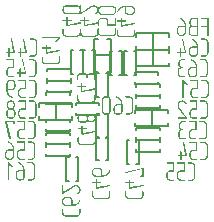
<source format=gbo>
G04*
G04 #@! TF.GenerationSoftware,Altium Limited,Altium Designer,24.4.1 (13)*
G04*
G04 Layer_Color=16776960*
%FSLAX44Y44*%
%MOMM*%
G71*
G04*
G04 #@! TF.SameCoordinates,56A84C12-20F9-439F-8F54-A8B2ACD22D1B*
G04*
G04*
G04 #@! TF.FilePolarity,Positive*
G04*
G01*
G75*
%ADD15C,0.1500*%
G36*
X508930Y403041D02*
X509010Y403031D01*
X509070Y403001D01*
X509129Y402971D01*
X509179Y402941D01*
X509209Y402921D01*
X509229Y402901D01*
X509239Y402891D01*
X512573Y399537D01*
X512623Y399438D01*
X512663Y399358D01*
X512693Y399288D01*
X512713Y399238D01*
X512723Y399198D01*
X512733Y399178D01*
Y399158D01*
X512723Y399068D01*
X512703Y398998D01*
X512683Y398928D01*
X512653Y398869D01*
X512623Y398819D01*
X512593Y398779D01*
X512583Y398759D01*
X512573Y398749D01*
X512503Y398699D01*
X512444Y398659D01*
X512374Y398629D01*
X512314Y398609D01*
X512254Y398599D01*
X512214Y398589D01*
X512174D01*
X512094Y398599D01*
X512024Y398619D01*
X511954Y398639D01*
X511904Y398669D01*
X511855Y398699D01*
X511825Y398729D01*
X511805Y398739D01*
X511795Y398749D01*
X509399Y401155D01*
Y387988D01*
X509389Y387888D01*
X509369Y387798D01*
X509349Y387728D01*
X509319Y387668D01*
X509289Y387629D01*
X509259Y387599D01*
X509249Y387579D01*
X509239Y387569D01*
X509139Y387529D01*
X509049Y387499D01*
X508990Y387469D01*
X508930Y387459D01*
X508890Y387449D01*
X508860Y387439D01*
X508840D01*
X508750Y387449D01*
X508680Y387459D01*
X508610Y387479D01*
X508550Y387509D01*
X508501Y387529D01*
X508471Y387549D01*
X508451Y387559D01*
X508441Y387569D01*
X508391Y387629D01*
X508351Y387699D01*
X508321Y387768D01*
X508301Y387838D01*
X508291Y387898D01*
X508281Y387948D01*
Y387978D01*
Y387988D01*
Y402502D01*
X508291Y402592D01*
X508311Y402672D01*
X508341Y402742D01*
X508371Y402792D01*
X508401Y402841D01*
X508431Y402871D01*
X508451Y402891D01*
X508461Y402901D01*
X508531Y402951D01*
X508590Y402991D01*
X508660Y403011D01*
X508720Y403031D01*
X508770Y403041D01*
X508810Y403051D01*
X508850D01*
X508930Y403041D01*
D02*
G37*
G36*
X528625D02*
X528874Y403011D01*
X529114Y402961D01*
X529333Y402891D01*
X529543Y402822D01*
X529743Y402732D01*
X529922Y402642D01*
X530092Y402552D01*
X530242Y402452D01*
X530372Y402362D01*
X530481Y402272D01*
X530581Y402203D01*
X530651Y402133D01*
X530711Y402083D01*
X530741Y402053D01*
X530751Y402043D01*
X530920Y401853D01*
X531070Y401654D01*
X531200Y401454D01*
X531310Y401254D01*
X531400Y401055D01*
X531479Y400855D01*
X531549Y400675D01*
X531599Y400496D01*
X531639Y400326D01*
X531669Y400176D01*
X531689Y400037D01*
X531699Y399927D01*
X531709Y399827D01*
X531719Y399757D01*
Y399717D01*
Y399697D01*
Y390783D01*
X531709Y390523D01*
X531679Y390284D01*
X531629Y390044D01*
X531559Y389825D01*
X531479Y389615D01*
X531400Y389415D01*
X531300Y389236D01*
X531210Y389076D01*
X531110Y388926D01*
X531020Y388787D01*
X530941Y388677D01*
X530861Y388587D01*
X530791Y388507D01*
X530741Y388457D01*
X530711Y388417D01*
X530701Y388407D01*
X530501Y388237D01*
X530302Y388088D01*
X530102Y387958D01*
X529902Y387848D01*
X529703Y387758D01*
X529513Y387678D01*
X529323Y387609D01*
X529144Y387559D01*
X528984Y387519D01*
X528834Y387489D01*
X528694Y387469D01*
X528585Y387459D01*
X528495Y387449D01*
X528425Y387439D01*
X525590D01*
X525490Y387449D01*
X525410Y387469D01*
X525340Y387489D01*
X525281Y387529D01*
X525241Y387559D01*
X525211Y387579D01*
X525191Y387599D01*
X525181Y387609D01*
X525131Y387678D01*
X525091Y387748D01*
X525071Y387808D01*
X525051Y387868D01*
X525041Y387918D01*
X525031Y387958D01*
Y387988D01*
Y387998D01*
X525041Y388068D01*
X525061Y388138D01*
X525121Y388268D01*
X525151Y388307D01*
X525181Y388347D01*
X525201Y388367D01*
X525211Y388377D01*
X525281Y388437D01*
X525340Y388477D01*
X525410Y388517D01*
X525470Y388537D01*
X525520Y388547D01*
X525560Y388557D01*
X528365D01*
X528535Y388567D01*
X528704Y388587D01*
X528854Y388617D01*
X529004Y388657D01*
X529273Y388767D01*
X529393Y388816D01*
X529503Y388886D01*
X529603Y388946D01*
X529693Y388996D01*
X529773Y389056D01*
X529832Y389106D01*
X529882Y389146D01*
X529922Y389176D01*
X529942Y389196D01*
X529952Y389206D01*
X530062Y389336D01*
X530162Y389465D01*
X530252Y389595D01*
X530332Y389735D01*
X530392Y389865D01*
X530441Y389994D01*
X530521Y390244D01*
X530551Y390354D01*
X530571Y390454D01*
X530581Y390553D01*
X530591Y390633D01*
X530601Y390693D01*
Y390743D01*
Y390773D01*
Y390783D01*
Y399697D01*
X530591Y399867D01*
X530571Y400037D01*
X530541Y400196D01*
X530501Y400346D01*
X530451Y400486D01*
X530392Y400616D01*
X530342Y400735D01*
X530272Y400845D01*
X530212Y400945D01*
X530162Y401035D01*
X530102Y401105D01*
X530052Y401175D01*
X530012Y401214D01*
X529982Y401254D01*
X529962Y401274D01*
X529952Y401284D01*
X529823Y401394D01*
X529693Y401494D01*
X529563Y401584D01*
X529423Y401664D01*
X529293Y401724D01*
X529164Y401773D01*
X528914Y401853D01*
X528794Y401883D01*
X528694Y401903D01*
X528605Y401913D01*
X528525Y401923D01*
X528455Y401933D01*
X525590D01*
X525490Y401943D01*
X525410Y401963D01*
X525340Y401983D01*
X525281Y402023D01*
X525241Y402053D01*
X525211Y402073D01*
X525191Y402093D01*
X525181Y402103D01*
X525131Y402173D01*
X525091Y402243D01*
X525071Y402302D01*
X525051Y402362D01*
X525041Y402412D01*
X525031Y402452D01*
Y402482D01*
Y402492D01*
X525041Y402562D01*
X525061Y402632D01*
X525121Y402762D01*
X525151Y402802D01*
X525181Y402841D01*
X525201Y402861D01*
X525211Y402871D01*
X525281Y402931D01*
X525340Y402971D01*
X525410Y403011D01*
X525470Y403031D01*
X525520Y403041D01*
X525560Y403051D01*
X528365D01*
X528625Y403041D01*
D02*
G37*
G36*
X517984Y403011D02*
X518403Y402822D01*
X518802Y402622D01*
X519182Y402392D01*
X519531Y402153D01*
X519850Y401903D01*
X520150Y401654D01*
X520419Y401404D01*
X520659Y401165D01*
X520878Y400925D01*
X521068Y400705D01*
X521238Y400516D01*
X521368Y400336D01*
X521467Y400196D01*
X521547Y400086D01*
X521577Y400047D01*
X521587Y400017D01*
X521607Y400006D01*
Y399997D01*
X521817Y399627D01*
X521996Y399258D01*
X522156Y398889D01*
X522296Y398519D01*
X522406Y398150D01*
X522505Y397800D01*
X522585Y397461D01*
X522645Y397142D01*
X522695Y396852D01*
X522735Y396583D01*
X522755Y396343D01*
X522775Y396133D01*
X522785Y396054D01*
Y395974D01*
X522795Y395904D01*
Y395844D01*
Y395804D01*
Y395774D01*
Y395754D01*
Y395744D01*
Y390783D01*
X522785Y390523D01*
X522755Y390274D01*
X522695Y390044D01*
X522635Y389815D01*
X522555Y389605D01*
X522466Y389415D01*
X522376Y389236D01*
X522276Y389066D01*
X522186Y388916D01*
X522096Y388787D01*
X522006Y388677D01*
X521927Y388577D01*
X521857Y388507D01*
X521807Y388447D01*
X521777Y388417D01*
X521767Y388407D01*
X521567Y388237D01*
X521368Y388088D01*
X521168Y387958D01*
X520968Y387848D01*
X520779Y387758D01*
X520579Y387678D01*
X520399Y387609D01*
X520220Y387559D01*
X520060Y387519D01*
X519910Y387489D01*
X519780Y387469D01*
X519671Y387459D01*
X519581Y387449D01*
X519511Y387439D01*
X518343D01*
X518083Y387449D01*
X517844Y387479D01*
X517604Y387529D01*
X517385Y387589D01*
X517175Y387668D01*
X516975Y387748D01*
X516796Y387828D01*
X516626Y387928D01*
X516486Y388018D01*
X516347Y388098D01*
X516237Y388188D01*
X516137Y388257D01*
X516067Y388317D01*
X516007Y388367D01*
X515977Y388397D01*
X515967Y388407D01*
X515798Y388597D01*
X515648Y388787D01*
X515518Y388986D01*
X515398Y389196D01*
X515308Y389395D01*
X515229Y389585D01*
X515159Y389785D01*
X515109Y389964D01*
X515069Y390134D01*
X515039Y390294D01*
X515019Y390434D01*
X514999Y390553D01*
Y390643D01*
X514989Y390723D01*
Y390763D01*
Y390783D01*
Y393009D01*
X514999Y393269D01*
X515029Y393518D01*
X515079Y393748D01*
X515139Y393977D01*
X515219Y394187D01*
X515298Y394377D01*
X515388Y394556D01*
X515478Y394726D01*
X515568Y394876D01*
X515658Y395005D01*
X515738Y395115D01*
X515817Y395215D01*
X515877Y395285D01*
X515927Y395345D01*
X515957Y395375D01*
X515967Y395385D01*
X516157Y395555D01*
X516347Y395704D01*
X516546Y395834D01*
X516746Y395954D01*
X516945Y396044D01*
X517145Y396124D01*
X517335Y396193D01*
X517524Y396243D01*
X517694Y396283D01*
X517854Y396313D01*
X517994Y396333D01*
X518113Y396353D01*
X518213D01*
X518293Y396363D01*
X521677D01*
X521667Y396633D01*
X521627Y396912D01*
X521577Y397172D01*
X521527Y397411D01*
X521497Y397511D01*
X521467Y397611D01*
X521447Y397701D01*
X521427Y397771D01*
X521408Y397830D01*
X521387Y397870D01*
X521377Y397900D01*
Y397910D01*
X521258Y398210D01*
X521138Y398489D01*
X521028Y398749D01*
X520918Y398968D01*
X520868Y399068D01*
X520818Y399148D01*
X520779Y399228D01*
X520749Y399288D01*
X520719Y399338D01*
X520699Y399378D01*
X520679Y399398D01*
Y399408D01*
X520559Y399587D01*
X520429Y399757D01*
X520309Y399917D01*
X520190Y400066D01*
X520080Y400196D01*
X519970Y400326D01*
X519860Y400436D01*
X519760Y400546D01*
X519671Y400635D01*
X519591Y400715D01*
X519521Y400775D01*
X519461Y400835D01*
X519411Y400875D01*
X519371Y400915D01*
X519351Y400925D01*
X519341Y400935D01*
X519191Y401055D01*
X519052Y401175D01*
X518912Y401274D01*
X518782Y401364D01*
X518672Y401434D01*
X518582Y401484D01*
X518533Y401524D01*
X518513Y401534D01*
X518044Y401773D01*
X517794Y401883D01*
X517584Y401963D01*
X517505Y402013D01*
X517445Y402053D01*
X517395Y402093D01*
X517355Y402133D01*
X517325Y402163D01*
X517305Y402183D01*
X517295Y402193D01*
Y402203D01*
X517255Y402293D01*
X517235Y402382D01*
X517225Y402452D01*
Y402462D01*
Y402472D01*
X517235Y402552D01*
X517245Y402632D01*
X517275Y402702D01*
X517295Y402762D01*
X517325Y402812D01*
X517355Y402851D01*
X517365Y402871D01*
X517375Y402881D01*
X517435Y402941D01*
X517495Y402981D01*
X517554Y403021D01*
X517614Y403041D01*
X517664Y403051D01*
X517704Y403061D01*
X517744D01*
X517984Y403011D01*
D02*
G37*
G36*
X529733Y455296D02*
X529982Y455266D01*
X530222Y455216D01*
X530441Y455146D01*
X530651Y455076D01*
X530851Y454987D01*
X531030Y454897D01*
X531200Y454807D01*
X531350Y454707D01*
X531479Y454617D01*
X531589Y454528D01*
X531689Y454458D01*
X531759Y454388D01*
X531819Y454338D01*
X531849Y454308D01*
X531859Y454298D01*
X532029Y454108D01*
X532178Y453909D01*
X532308Y453709D01*
X532418Y453509D01*
X532508Y453310D01*
X532588Y453110D01*
X532657Y452930D01*
X532707Y452751D01*
X532747Y452581D01*
X532777Y452431D01*
X532797Y452291D01*
X532807Y452182D01*
X532817Y452082D01*
X532827Y452012D01*
Y451972D01*
Y451952D01*
Y443038D01*
X532817Y442778D01*
X532787Y442539D01*
X532737Y442299D01*
X532667Y442080D01*
X532588Y441870D01*
X532508Y441670D01*
X532408Y441491D01*
X532318Y441331D01*
X532218Y441181D01*
X532128Y441041D01*
X532048Y440932D01*
X531969Y440842D01*
X531899Y440762D01*
X531849Y440712D01*
X531819Y440672D01*
X531809Y440662D01*
X531609Y440493D01*
X531410Y440343D01*
X531210Y440213D01*
X531010Y440103D01*
X530811Y440013D01*
X530621Y439934D01*
X530431Y439864D01*
X530252Y439814D01*
X530092Y439774D01*
X529942Y439744D01*
X529803Y439724D01*
X529693Y439714D01*
X529603Y439704D01*
X529533Y439694D01*
X526698D01*
X526598Y439704D01*
X526518Y439724D01*
X526449Y439744D01*
X526389Y439784D01*
X526349Y439814D01*
X526319Y439834D01*
X526299Y439854D01*
X526289Y439864D01*
X526239Y439934D01*
X526199Y440003D01*
X526179Y440063D01*
X526159Y440123D01*
X526149Y440173D01*
X526139Y440213D01*
Y440243D01*
Y440253D01*
X526149Y440323D01*
X526169Y440393D01*
X526229Y440522D01*
X526259Y440562D01*
X526289Y440602D01*
X526309Y440622D01*
X526319Y440632D01*
X526389Y440692D01*
X526449Y440732D01*
X526518Y440772D01*
X526578Y440792D01*
X526628Y440802D01*
X526668Y440812D01*
X529473D01*
X529643Y440822D01*
X529813Y440842D01*
X529962Y440872D01*
X530112Y440912D01*
X530382Y441021D01*
X530501Y441072D01*
X530611Y441141D01*
X530711Y441201D01*
X530801Y441251D01*
X530881Y441311D01*
X530941Y441361D01*
X530990Y441401D01*
X531030Y441431D01*
X531050Y441451D01*
X531060Y441461D01*
X531170Y441590D01*
X531270Y441720D01*
X531360Y441850D01*
X531440Y441990D01*
X531499Y442120D01*
X531549Y442249D01*
X531629Y442499D01*
X531659Y442609D01*
X531679Y442709D01*
X531689Y442808D01*
X531699Y442888D01*
X531709Y442948D01*
Y442998D01*
Y443028D01*
Y443038D01*
Y451952D01*
X531699Y452122D01*
X531679Y452291D01*
X531649Y452451D01*
X531609Y452601D01*
X531559Y452741D01*
X531499Y452870D01*
X531450Y452990D01*
X531380Y453100D01*
X531320Y453200D01*
X531270Y453290D01*
X531210Y453359D01*
X531160Y453429D01*
X531120Y453469D01*
X531090Y453509D01*
X531070Y453529D01*
X531060Y453539D01*
X530930Y453649D01*
X530801Y453749D01*
X530671Y453839D01*
X530531Y453918D01*
X530401Y453978D01*
X530272Y454028D01*
X530022Y454108D01*
X529902Y454138D01*
X529803Y454158D01*
X529713Y454168D01*
X529633Y454178D01*
X529563Y454188D01*
X526698D01*
X526598Y454198D01*
X526518Y454218D01*
X526449Y454238D01*
X526389Y454278D01*
X526349Y454308D01*
X526319Y454328D01*
X526299Y454348D01*
X526289Y454358D01*
X526239Y454428D01*
X526199Y454497D01*
X526179Y454557D01*
X526159Y454617D01*
X526149Y454667D01*
X526139Y454707D01*
Y454737D01*
Y454747D01*
X526149Y454817D01*
X526169Y454887D01*
X526229Y455017D01*
X526259Y455056D01*
X526289Y455096D01*
X526309Y455116D01*
X526319Y455126D01*
X526389Y455186D01*
X526449Y455226D01*
X526518Y455266D01*
X526578Y455286D01*
X526628Y455296D01*
X526668Y455306D01*
X529473D01*
X529733Y455296D01*
D02*
G37*
G36*
X523454D02*
X523534Y455286D01*
X523604Y455256D01*
X523674Y455216D01*
X523773Y455126D01*
X523833Y455027D01*
X523873Y454927D01*
X523893Y454837D01*
X523903Y454767D01*
Y454757D01*
Y454747D01*
Y448039D01*
X523893Y447939D01*
X523883Y447859D01*
X523853Y447789D01*
X523813Y447720D01*
X523733Y447620D01*
X523624Y447560D01*
X523524Y447520D01*
X523444Y447500D01*
X523374Y447490D01*
X520559D01*
X520389Y447480D01*
X520220Y447460D01*
X520070Y447430D01*
X519920Y447390D01*
X519651Y447280D01*
X519531Y447230D01*
X519421Y447171D01*
X519321Y447101D01*
X519231Y447051D01*
X519161Y446991D01*
X519102Y446941D01*
X519052Y446901D01*
X519012Y446871D01*
X518992Y446851D01*
X518982Y446841D01*
X518872Y446721D01*
X518772Y446592D01*
X518682Y446452D01*
X518602Y446322D01*
X518543Y446192D01*
X518493Y446053D01*
X518413Y445813D01*
X518383Y445693D01*
X518363Y445593D01*
X518353Y445504D01*
X518343Y445424D01*
X518333Y445354D01*
Y445304D01*
Y445274D01*
Y445264D01*
Y443038D01*
X518343Y442868D01*
X518363Y442699D01*
X518393Y442539D01*
X518433Y442399D01*
X518543Y442120D01*
X518592Y442000D01*
X518652Y441890D01*
X518722Y441790D01*
X518772Y441710D01*
X518832Y441631D01*
X518882Y441571D01*
X518922Y441521D01*
X518952Y441481D01*
X518972Y441461D01*
X518982Y441451D01*
X519102Y441341D01*
X519231Y441241D01*
X519371Y441151D01*
X519501Y441081D01*
X519631Y441021D01*
X519770Y440972D01*
X520010Y440892D01*
X520130Y440862D01*
X520230Y440842D01*
X520319Y440832D01*
X520399Y440822D01*
X520469Y440812D01*
X523354D01*
X523454Y440802D01*
X523534Y440782D01*
X523614Y440742D01*
X523663Y440702D01*
X523713Y440662D01*
X523743Y440622D01*
X523763Y440602D01*
X523773Y440592D01*
X523813Y440513D01*
X523843Y440443D01*
X523873Y440393D01*
X523883Y440343D01*
X523893Y440303D01*
X523903Y440273D01*
Y440263D01*
Y440253D01*
X523893Y440173D01*
X523883Y440093D01*
X523863Y440023D01*
X523833Y439963D01*
X523803Y439913D01*
X523783Y439874D01*
X523773Y439854D01*
X523763Y439844D01*
X523703Y439794D01*
X523633Y439754D01*
X523564Y439734D01*
X523494Y439714D01*
X523444Y439704D01*
X523394Y439694D01*
X520549D01*
X520299Y439704D01*
X520060Y439734D01*
X519820Y439784D01*
X519601Y439844D01*
X519401Y439924D01*
X519201Y440003D01*
X519022Y440093D01*
X518862Y440183D01*
X518712Y440273D01*
X518582Y440363D01*
X518473Y440443D01*
X518373Y440522D01*
X518303Y440582D01*
X518243Y440632D01*
X518213Y440662D01*
X518203Y440672D01*
X518033Y440862D01*
X517874Y441062D01*
X517744Y441261D01*
X517634Y441461D01*
X517534Y441660D01*
X517454Y441860D01*
X517395Y442050D01*
X517335Y442229D01*
X517295Y442399D01*
X517265Y442549D01*
X517245Y442689D01*
X517235Y442808D01*
X517225Y442908D01*
X517215Y442978D01*
Y443018D01*
Y443038D01*
Y445264D01*
X517225Y445513D01*
X517255Y445763D01*
X517305Y445993D01*
X517365Y446212D01*
X517445Y446422D01*
X517524Y446612D01*
X517614Y446791D01*
X517704Y446961D01*
X517804Y447111D01*
X517894Y447240D01*
X517974Y447350D01*
X518044Y447450D01*
X518113Y447520D01*
X518163Y447580D01*
X518193Y447610D01*
X518203Y447620D01*
X518393Y447789D01*
X518582Y447949D01*
X518782Y448079D01*
X518982Y448189D01*
X519182Y448289D01*
X519371Y448368D01*
X519561Y448428D01*
X519740Y448488D01*
X519910Y448528D01*
X520060Y448558D01*
X520200Y448578D01*
X520319Y448588D01*
X520419Y448598D01*
X520489Y448608D01*
X522785D01*
Y454188D01*
X517774D01*
X517684Y454198D01*
X517604Y454218D01*
X517534Y454238D01*
X517475Y454278D01*
X517425Y454308D01*
X517395Y454328D01*
X517375Y454348D01*
X517365Y454358D01*
X517315Y454428D01*
X517275Y454497D01*
X517255Y454557D01*
X517235Y454617D01*
X517225Y454667D01*
X517215Y454707D01*
Y454737D01*
Y454747D01*
X517225Y454817D01*
X517245Y454887D01*
X517305Y455017D01*
X517335Y455056D01*
X517365Y455096D01*
X517385Y455116D01*
X517395Y455126D01*
X517464Y455186D01*
X517524Y455226D01*
X517594Y455266D01*
X517654Y455286D01*
X517704Y455296D01*
X517744Y455306D01*
X523354D01*
X523454Y455296D01*
D02*
G37*
G36*
X511795Y455246D02*
X512384Y455076D01*
X512593Y454977D01*
X512793Y454857D01*
X512972Y454737D01*
X513132Y454617D01*
X513262Y454507D01*
X513362Y454418D01*
X513402Y454388D01*
X513432Y454358D01*
X513442Y454348D01*
X513452Y454338D01*
X513621Y454138D01*
X513771Y453928D01*
X513901Y453729D01*
X514011Y453519D01*
X514100Y453320D01*
X514180Y453120D01*
X514250Y452940D01*
X514300Y452761D01*
X514340Y452591D01*
X514370Y452441D01*
X514390Y452311D01*
X514400Y452202D01*
X514410Y452112D01*
X514420Y452042D01*
Y452002D01*
Y451982D01*
Y450834D01*
X514410Y450545D01*
X514370Y450275D01*
X514320Y450025D01*
X514250Y449806D01*
X514220Y449706D01*
X514190Y449626D01*
X514170Y449546D01*
X514140Y449487D01*
X514120Y449436D01*
X514100Y449397D01*
X514090Y449377D01*
Y449367D01*
X513951Y449127D01*
X513801Y448908D01*
X513651Y448718D01*
X513512Y448548D01*
X513382Y448408D01*
X513272Y448309D01*
X513232Y448279D01*
X513202Y448249D01*
X513192Y448239D01*
X513182Y448229D01*
X513492Y448019D01*
X513761Y447789D01*
X513991Y447570D01*
X514090Y447470D01*
X514180Y447360D01*
X514260Y447270D01*
X514330Y447181D01*
X514380Y447101D01*
X514430Y447031D01*
X514470Y446981D01*
X514500Y446941D01*
X514510Y446911D01*
X514520Y446901D01*
X514600Y446751D01*
X514669Y446612D01*
X514789Y446322D01*
X514869Y446043D01*
X514919Y445793D01*
X514939Y445683D01*
X514959Y445573D01*
X514969Y445484D01*
Y445414D01*
X514979Y445344D01*
Y445304D01*
Y445274D01*
Y445264D01*
Y443038D01*
X514969Y442778D01*
X514939Y442529D01*
X514879Y442299D01*
X514819Y442070D01*
X514739Y441860D01*
X514650Y441670D01*
X514560Y441491D01*
X514460Y441321D01*
X514370Y441171D01*
X514280Y441041D01*
X514190Y440932D01*
X514110Y440832D01*
X514041Y440762D01*
X513991Y440702D01*
X513961Y440672D01*
X513951Y440662D01*
X513751Y440493D01*
X513551Y440343D01*
X513352Y440213D01*
X513152Y440103D01*
X512963Y440013D01*
X512763Y439934D01*
X512583Y439864D01*
X512403Y439814D01*
X512244Y439774D01*
X512094Y439744D01*
X511964Y439724D01*
X511855Y439714D01*
X511765Y439704D01*
X511695Y439694D01*
X510527D01*
X510267Y439704D01*
X510028Y439734D01*
X509788Y439784D01*
X509569Y439844D01*
X509359Y439924D01*
X509159Y440003D01*
X508980Y440083D01*
X508810Y440183D01*
X508670Y440273D01*
X508531Y440353D01*
X508421Y440443D01*
X508321Y440513D01*
X508251Y440572D01*
X508191Y440622D01*
X508161Y440652D01*
X508151Y440662D01*
X507981Y440852D01*
X507832Y441041D01*
X507702Y441241D01*
X507582Y441451D01*
X507492Y441650D01*
X507412Y441840D01*
X507343Y442040D01*
X507293Y442219D01*
X507253Y442389D01*
X507223Y442549D01*
X507203Y442689D01*
X507183Y442808D01*
Y442898D01*
X507173Y442978D01*
Y443018D01*
Y443038D01*
Y445264D01*
X507183Y445444D01*
X507193Y445613D01*
X507253Y445933D01*
X507333Y446232D01*
X507383Y446372D01*
X507432Y446502D01*
X507482Y446612D01*
X507532Y446721D01*
X507572Y446811D01*
X507612Y446891D01*
X507642Y446951D01*
X507672Y446991D01*
X507682Y447021D01*
X507692Y447031D01*
X507792Y447181D01*
X507892Y447320D01*
X508001Y447450D01*
X508111Y447570D01*
X508221Y447680D01*
X508321Y447770D01*
X508521Y447939D01*
X508700Y448069D01*
X508780Y448119D01*
X508840Y448159D01*
X508900Y448189D01*
X508940Y448209D01*
X508960Y448229D01*
X508970D01*
X508750Y448428D01*
X508560Y448638D01*
X508401Y448828D01*
X508271Y449007D01*
X508171Y449157D01*
X508131Y449227D01*
X508101Y449277D01*
X508071Y449327D01*
X508051Y449357D01*
X508041Y449377D01*
Y449387D01*
X507942Y449626D01*
X507862Y449876D01*
X507812Y450125D01*
X507772Y450345D01*
X507762Y450445D01*
X507752Y450545D01*
X507742Y450624D01*
X507732Y450694D01*
Y450754D01*
Y450794D01*
Y450824D01*
Y450834D01*
Y451962D01*
Y452311D01*
X507792Y452671D01*
X507962Y453260D01*
X508061Y453479D01*
X508181Y453679D01*
X508301Y453859D01*
X508421Y454018D01*
X508531Y454148D01*
X508620Y454248D01*
X508650Y454278D01*
X508680Y454308D01*
X508690Y454318D01*
X508700Y454328D01*
X508890Y454497D01*
X509090Y454647D01*
X509299Y454777D01*
X509499Y454897D01*
X509698Y454987D01*
X509898Y455066D01*
X510098Y455136D01*
X510277Y455186D01*
X510447Y455226D01*
X510607Y455256D01*
X510746Y455276D01*
X510866Y455296D01*
X510956D01*
X511036Y455306D01*
X511435D01*
X511795Y455246D01*
D02*
G37*
G36*
X674174Y437796D02*
X674423Y437766D01*
X674663Y437716D01*
X674882Y437646D01*
X675092Y437576D01*
X675292Y437487D01*
X675471Y437397D01*
X675641Y437307D01*
X675791Y437207D01*
X675920Y437117D01*
X676030Y437028D01*
X676130Y436958D01*
X676200Y436888D01*
X676260Y436838D01*
X676290Y436808D01*
X676300Y436798D01*
X676469Y436608D01*
X676619Y436409D01*
X676749Y436209D01*
X676859Y436009D01*
X676949Y435810D01*
X677029Y435610D01*
X677098Y435430D01*
X677148Y435251D01*
X677188Y435081D01*
X677218Y434931D01*
X677238Y434791D01*
X677248Y434682D01*
X677258Y434582D01*
X677268Y434512D01*
Y434472D01*
Y434452D01*
Y425538D01*
X677258Y425278D01*
X677228Y425039D01*
X677178Y424799D01*
X677108Y424580D01*
X677029Y424370D01*
X676949Y424170D01*
X676849Y423991D01*
X676759Y423831D01*
X676659Y423681D01*
X676569Y423541D01*
X676489Y423432D01*
X676410Y423342D01*
X676340Y423262D01*
X676290Y423212D01*
X676260Y423172D01*
X676250Y423162D01*
X676050Y422993D01*
X675851Y422843D01*
X675651Y422713D01*
X675451Y422603D01*
X675252Y422513D01*
X675062Y422434D01*
X674872Y422364D01*
X674693Y422314D01*
X674533Y422274D01*
X674383Y422244D01*
X674243Y422224D01*
X674134Y422214D01*
X674044Y422204D01*
X673974Y422194D01*
X671139D01*
X671039Y422204D01*
X670959Y422224D01*
X670890Y422244D01*
X670830Y422284D01*
X670790Y422314D01*
X670760Y422334D01*
X670740Y422354D01*
X670730Y422364D01*
X670680Y422434D01*
X670640Y422503D01*
X670620Y422563D01*
X670600Y422623D01*
X670590Y422673D01*
X670580Y422713D01*
Y422743D01*
Y422753D01*
X670590Y422823D01*
X670610Y422893D01*
X670670Y423022D01*
X670700Y423062D01*
X670730Y423102D01*
X670750Y423122D01*
X670760Y423132D01*
X670830Y423192D01*
X670890Y423232D01*
X670959Y423272D01*
X671019Y423292D01*
X671069Y423302D01*
X671109Y423312D01*
X673914D01*
X674084Y423322D01*
X674253Y423342D01*
X674403Y423372D01*
X674553Y423412D01*
X674822Y423522D01*
X674942Y423572D01*
X675052Y423641D01*
X675152Y423701D01*
X675242Y423751D01*
X675322Y423811D01*
X675381Y423861D01*
X675431Y423901D01*
X675471Y423931D01*
X675491Y423951D01*
X675501Y423961D01*
X675611Y424090D01*
X675711Y424220D01*
X675801Y424350D01*
X675881Y424490D01*
X675940Y424620D01*
X675990Y424749D01*
X676070Y424999D01*
X676100Y425109D01*
X676120Y425209D01*
X676130Y425308D01*
X676140Y425388D01*
X676150Y425448D01*
Y425498D01*
Y425528D01*
Y425538D01*
Y434452D01*
X676140Y434622D01*
X676120Y434791D01*
X676090Y434951D01*
X676050Y435101D01*
X676000Y435241D01*
X675940Y435370D01*
X675891Y435490D01*
X675821Y435600D01*
X675761Y435700D01*
X675711Y435790D01*
X675651Y435860D01*
X675601Y435929D01*
X675561Y435969D01*
X675531Y436009D01*
X675511Y436029D01*
X675501Y436039D01*
X675371Y436149D01*
X675242Y436249D01*
X675112Y436339D01*
X674972Y436419D01*
X674842Y436479D01*
X674713Y436528D01*
X674463Y436608D01*
X674343Y436638D01*
X674243Y436658D01*
X674154Y436668D01*
X674074Y436678D01*
X674004Y436688D01*
X671139D01*
X671039Y436698D01*
X670959Y436718D01*
X670890Y436738D01*
X670830Y436778D01*
X670790Y436808D01*
X670760Y436828D01*
X670740Y436848D01*
X670730Y436858D01*
X670680Y436928D01*
X670640Y436997D01*
X670620Y437057D01*
X670600Y437117D01*
X670590Y437167D01*
X670580Y437207D01*
Y437237D01*
Y437247D01*
X670590Y437317D01*
X670610Y437387D01*
X670670Y437517D01*
X670700Y437556D01*
X670730Y437597D01*
X670750Y437616D01*
X670760Y437626D01*
X670830Y437686D01*
X670890Y437726D01*
X670959Y437766D01*
X671019Y437786D01*
X671069Y437796D01*
X671109Y437806D01*
X673914D01*
X674174Y437796D01*
D02*
G37*
G36*
X667895D02*
X667975Y437786D01*
X668045Y437756D01*
X668114Y437716D01*
X668214Y437626D01*
X668274Y437527D01*
X668314Y437427D01*
X668334Y437337D01*
X668344Y437267D01*
Y437257D01*
Y437247D01*
Y430539D01*
X668334Y430439D01*
X668324Y430359D01*
X668294Y430289D01*
X668254Y430220D01*
X668174Y430120D01*
X668064Y430060D01*
X667965Y430020D01*
X667885Y430000D01*
X667815Y429990D01*
X665000D01*
X664830Y429980D01*
X664661Y429960D01*
X664511Y429930D01*
X664361Y429890D01*
X664092Y429780D01*
X663972Y429730D01*
X663862Y429671D01*
X663762Y429601D01*
X663672Y429551D01*
X663603Y429491D01*
X663543Y429441D01*
X663493Y429401D01*
X663453Y429371D01*
X663433Y429351D01*
X663423Y429341D01*
X663313Y429221D01*
X663213Y429092D01*
X663123Y428952D01*
X663044Y428822D01*
X662984Y428692D01*
X662934Y428553D01*
X662854Y428313D01*
X662824Y428193D01*
X662804Y428093D01*
X662794Y428004D01*
X662784Y427924D01*
X662774Y427854D01*
Y427804D01*
Y427774D01*
Y427764D01*
Y425538D01*
X662784Y425368D01*
X662804Y425199D01*
X662834Y425039D01*
X662874Y424899D01*
X662984Y424620D01*
X663034Y424500D01*
X663093Y424390D01*
X663163Y424290D01*
X663213Y424210D01*
X663273Y424131D01*
X663323Y424071D01*
X663363Y424021D01*
X663393Y423981D01*
X663413Y423961D01*
X663423Y423951D01*
X663543Y423841D01*
X663672Y423741D01*
X663812Y423651D01*
X663942Y423581D01*
X664072Y423522D01*
X664211Y423472D01*
X664451Y423392D01*
X664571Y423362D01*
X664671Y423342D01*
X664760Y423332D01*
X664840Y423322D01*
X664910Y423312D01*
X667795D01*
X667895Y423302D01*
X667975Y423282D01*
X668055Y423242D01*
X668104Y423202D01*
X668154Y423162D01*
X668184Y423122D01*
X668204Y423102D01*
X668214Y423092D01*
X668254Y423013D01*
X668284Y422943D01*
X668314Y422893D01*
X668324Y422843D01*
X668334Y422803D01*
X668344Y422773D01*
Y422763D01*
Y422753D01*
X668334Y422673D01*
X668324Y422593D01*
X668304Y422523D01*
X668274Y422463D01*
X668244Y422413D01*
X668224Y422374D01*
X668214Y422354D01*
X668204Y422344D01*
X668144Y422294D01*
X668074Y422254D01*
X668005Y422234D01*
X667935Y422214D01*
X667885Y422204D01*
X667835Y422194D01*
X664990D01*
X664741Y422204D01*
X664501Y422234D01*
X664261Y422284D01*
X664042Y422344D01*
X663842Y422424D01*
X663642Y422503D01*
X663463Y422593D01*
X663303Y422683D01*
X663153Y422773D01*
X663024Y422863D01*
X662914Y422943D01*
X662814Y423022D01*
X662744Y423082D01*
X662684Y423132D01*
X662654Y423162D01*
X662644Y423172D01*
X662475Y423362D01*
X662315Y423562D01*
X662185Y423761D01*
X662075Y423961D01*
X661975Y424160D01*
X661896Y424360D01*
X661836Y424550D01*
X661776Y424729D01*
X661736Y424899D01*
X661706Y425049D01*
X661686Y425189D01*
X661676Y425308D01*
X661666Y425408D01*
X661656Y425478D01*
Y425518D01*
Y425538D01*
Y427764D01*
X661666Y428013D01*
X661696Y428263D01*
X661746Y428493D01*
X661806Y428712D01*
X661886Y428922D01*
X661965Y429112D01*
X662055Y429291D01*
X662145Y429461D01*
X662245Y429611D01*
X662335Y429740D01*
X662415Y429850D01*
X662485Y429950D01*
X662554Y430020D01*
X662604Y430080D01*
X662634Y430110D01*
X662644Y430120D01*
X662834Y430289D01*
X663024Y430449D01*
X663223Y430579D01*
X663423Y430689D01*
X663622Y430789D01*
X663812Y430868D01*
X664002Y430928D01*
X664182Y430988D01*
X664351Y431028D01*
X664501Y431058D01*
X664641Y431078D01*
X664760Y431088D01*
X664860Y431098D01*
X664930Y431108D01*
X667226D01*
Y436688D01*
X662215D01*
X662125Y436698D01*
X662045Y436718D01*
X661975Y436738D01*
X661916Y436778D01*
X661866Y436808D01*
X661836Y436828D01*
X661816Y436848D01*
X661806Y436858D01*
X661756Y436928D01*
X661716Y436997D01*
X661696Y437057D01*
X661676Y437117D01*
X661666Y437167D01*
X661656Y437207D01*
Y437237D01*
Y437247D01*
X661666Y437317D01*
X661686Y437387D01*
X661746Y437517D01*
X661776Y437556D01*
X661806Y437597D01*
X661826Y437616D01*
X661836Y437626D01*
X661906Y437686D01*
X661965Y437726D01*
X662035Y437766D01*
X662095Y437786D01*
X662145Y437796D01*
X662185Y437806D01*
X667795D01*
X667895Y437796D01*
D02*
G37*
G36*
X658971D02*
X659051Y437776D01*
X659130Y437736D01*
X659180Y437696D01*
X659230Y437656D01*
X659260Y437616D01*
X659280Y437597D01*
X659290Y437587D01*
X659330Y437507D01*
X659360Y437437D01*
X659390Y437387D01*
X659400Y437337D01*
X659410Y437297D01*
X659420Y437267D01*
Y437257D01*
Y437247D01*
X659410Y437167D01*
X659400Y437087D01*
X659380Y437018D01*
X659350Y436958D01*
X659320Y436908D01*
X659300Y436868D01*
X659290Y436848D01*
X659280Y436838D01*
X659220Y436788D01*
X659150Y436748D01*
X659081Y436728D01*
X659011Y436708D01*
X658961Y436698D01*
X658911Y436688D01*
X656645D01*
X656475Y436678D01*
X656305Y436658D01*
X656146Y436628D01*
X655996Y436588D01*
X655856Y436538D01*
X655726Y436479D01*
X655607Y436419D01*
X655497Y436359D01*
X655397Y436299D01*
X655307Y436239D01*
X655237Y436179D01*
X655167Y436129D01*
X655128Y436089D01*
X655088Y436059D01*
X655068Y436039D01*
X655058Y436029D01*
X654948Y435910D01*
X654848Y435780D01*
X654758Y435640D01*
X654678Y435510D01*
X654619Y435380D01*
X654569Y435241D01*
X654489Y435001D01*
X654459Y434881D01*
X654439Y434781D01*
X654429Y434692D01*
X654419Y434612D01*
X654409Y434542D01*
Y434492D01*
Y434462D01*
Y434452D01*
Y433344D01*
X654419Y433174D01*
X654439Y433005D01*
X654469Y432845D01*
X654509Y432705D01*
X654619Y432426D01*
X654668Y432306D01*
X654728Y432196D01*
X654798Y432096D01*
X654848Y432016D01*
X654908Y431937D01*
X654958Y431877D01*
X654998Y431827D01*
X655028Y431787D01*
X655048Y431767D01*
X655058Y431757D01*
X655178Y431647D01*
X655307Y431547D01*
X655447Y431457D01*
X655577Y431387D01*
X655716Y431328D01*
X655846Y431278D01*
X656096Y431198D01*
X656206Y431168D01*
X656316Y431148D01*
X656405Y431138D01*
X656485Y431128D01*
X656555Y431118D01*
X656645D01*
X656745Y431108D01*
X656825Y431088D01*
X656904Y431048D01*
X656954Y431008D01*
X657004Y430968D01*
X657034Y430928D01*
X657054Y430908D01*
X657064Y430898D01*
X657104Y430818D01*
X657134Y430749D01*
X657164Y430699D01*
X657174Y430649D01*
X657184Y430609D01*
X657194Y430579D01*
Y430569D01*
Y430559D01*
X657184Y430479D01*
X657174Y430399D01*
X657154Y430329D01*
X657124Y430270D01*
X657094Y430220D01*
X657074Y430180D01*
X657064Y430160D01*
X657054Y430150D01*
X656994Y430100D01*
X656924Y430060D01*
X656854Y430040D01*
X656785Y430020D01*
X656735Y430010D01*
X656685Y430000D01*
X656086D01*
X655916Y429990D01*
X655747Y429970D01*
X655587Y429940D01*
X655437Y429900D01*
X655297Y429850D01*
X655167Y429790D01*
X655048Y429730D01*
X654938Y429671D01*
X654838Y429611D01*
X654748Y429551D01*
X654678Y429491D01*
X654609Y429441D01*
X654569Y429401D01*
X654529Y429371D01*
X654509Y429351D01*
X654499Y429341D01*
X654389Y429221D01*
X654289Y429092D01*
X654199Y428952D01*
X654119Y428822D01*
X654060Y428692D01*
X654010Y428553D01*
X653930Y428313D01*
X653900Y428193D01*
X653880Y428093D01*
X653870Y428004D01*
X653860Y427924D01*
X653850Y427854D01*
Y427804D01*
Y427774D01*
Y427764D01*
Y425538D01*
X653860Y425368D01*
X653880Y425199D01*
X653910Y425039D01*
X653950Y424899D01*
X654060Y424620D01*
X654109Y424500D01*
X654169Y424390D01*
X654239Y424290D01*
X654289Y424210D01*
X654349Y424131D01*
X654399Y424071D01*
X654439Y424021D01*
X654469Y423981D01*
X654489Y423961D01*
X654499Y423951D01*
X654619Y423841D01*
X654748Y423741D01*
X654888Y423651D01*
X655018Y423581D01*
X655157Y423522D01*
X655287Y423472D01*
X655537Y423392D01*
X655647Y423362D01*
X655757Y423342D01*
X655846Y423332D01*
X655926Y423322D01*
X655996Y423312D01*
X658871D01*
X658971Y423302D01*
X659051Y423282D01*
X659130Y423242D01*
X659180Y423202D01*
X659230Y423162D01*
X659260Y423122D01*
X659280Y423102D01*
X659290Y423092D01*
X659330Y423013D01*
X659360Y422943D01*
X659390Y422893D01*
X659400Y422843D01*
X659410Y422803D01*
X659420Y422773D01*
Y422763D01*
Y422753D01*
X659410Y422673D01*
X659400Y422593D01*
X659380Y422523D01*
X659350Y422463D01*
X659320Y422413D01*
X659300Y422374D01*
X659290Y422354D01*
X659280Y422344D01*
X659220Y422294D01*
X659150Y422254D01*
X659081Y422234D01*
X659011Y422214D01*
X658961Y422204D01*
X658911Y422194D01*
X656076D01*
X655816Y422204D01*
X655577Y422234D01*
X655337Y422284D01*
X655118Y422344D01*
X654908Y422424D01*
X654718Y422503D01*
X654539Y422583D01*
X654369Y422683D01*
X654219Y422773D01*
X654089Y422853D01*
X653980Y422943D01*
X653880Y423013D01*
X653810Y423072D01*
X653750Y423122D01*
X653720Y423152D01*
X653710Y423162D01*
X653540Y423352D01*
X653391Y423541D01*
X653261Y423741D01*
X653141Y423951D01*
X653051Y424150D01*
X652971Y424340D01*
X652902Y424540D01*
X652852Y424719D01*
X652812Y424889D01*
X652782Y425049D01*
X652762Y425189D01*
X652742Y425308D01*
Y425398D01*
X652732Y425478D01*
Y425518D01*
Y425538D01*
Y427764D01*
X652742Y427944D01*
X652752Y428113D01*
X652812Y428433D01*
X652892Y428732D01*
X652942Y428872D01*
X652991Y429002D01*
X653041Y429112D01*
X653091Y429221D01*
X653131Y429311D01*
X653171Y429391D01*
X653201Y429451D01*
X653231Y429491D01*
X653241Y429521D01*
X653251Y429531D01*
X653351Y429681D01*
X653451Y429820D01*
X653560Y429950D01*
X653670Y430070D01*
X653780Y430180D01*
X653880Y430280D01*
X653990Y430369D01*
X654080Y430449D01*
X654259Y430569D01*
X654339Y430619D01*
X654399Y430659D01*
X654459Y430689D01*
X654499Y430709D01*
X654519Y430729D01*
X654529D01*
X654309Y430938D01*
X654119Y431148D01*
X653960Y431348D01*
X653830Y431527D01*
X653730Y431677D01*
X653690Y431737D01*
X653660Y431797D01*
X653630Y431837D01*
X653610Y431867D01*
X653600Y431887D01*
Y431897D01*
X653530Y432016D01*
X653481Y432136D01*
X653441Y432236D01*
X653401Y432336D01*
X653381Y432416D01*
X653371Y432476D01*
X653361Y432515D01*
Y432525D01*
X653291Y432755D01*
Y432975D01*
Y433344D01*
Y434452D01*
X653301Y434712D01*
X653331Y434961D01*
X653381Y435191D01*
X653441Y435420D01*
X653521Y435630D01*
X653600Y435820D01*
X653690Y435999D01*
X653780Y436169D01*
X653870Y436319D01*
X653960Y436449D01*
X654040Y436558D01*
X654119Y436658D01*
X654179Y436728D01*
X654229Y436788D01*
X654259Y436818D01*
X654269Y436828D01*
X654459Y436997D01*
X654648Y437147D01*
X654848Y437277D01*
X655048Y437397D01*
X655247Y437487D01*
X655447Y437566D01*
X655637Y437636D01*
X655816Y437686D01*
X655986Y437726D01*
X656146Y437756D01*
X656285Y437776D01*
X656405Y437796D01*
X656505D01*
X656585Y437806D01*
X658871D01*
X658971Y437796D01*
D02*
G37*
G36*
X677937Y525291D02*
X678017Y525281D01*
X678087Y525251D01*
X678157Y525211D01*
X678256Y525121D01*
X678316Y525022D01*
X678356Y524922D01*
X678376Y524832D01*
X678386Y524762D01*
Y524752D01*
Y524742D01*
Y510238D01*
X678376Y510138D01*
X678356Y510048D01*
X678336Y509978D01*
X678306Y509919D01*
X678276Y509879D01*
X678246Y509849D01*
X678236Y509829D01*
X678226Y509819D01*
X678127Y509779D01*
X678037Y509749D01*
X677977Y509719D01*
X677917Y509709D01*
X677877Y509699D01*
X677847Y509689D01*
X677827D01*
X677737Y509699D01*
X677667Y509709D01*
X677598Y509729D01*
X677538Y509759D01*
X677488Y509779D01*
X677458Y509799D01*
X677438Y509809D01*
X677428Y509819D01*
X677378Y509879D01*
X677338Y509949D01*
X677308Y510018D01*
X677288Y510088D01*
X677278Y510148D01*
X677268Y510198D01*
Y510228D01*
Y510238D01*
Y517485D01*
X672257D01*
X672157Y517495D01*
X672077Y517515D01*
X672008Y517535D01*
X671948Y517575D01*
X671908Y517605D01*
X671878Y517625D01*
X671858Y517645D01*
X671848Y517655D01*
X671798Y517725D01*
X671758Y517794D01*
X671738Y517854D01*
X671718Y517914D01*
X671708Y517964D01*
X671698Y518004D01*
Y518034D01*
Y518044D01*
X671708Y518114D01*
X671728Y518184D01*
X671788Y518314D01*
X671818Y518354D01*
X671848Y518393D01*
X671868Y518413D01*
X671878Y518423D01*
X671948Y518483D01*
X672008Y518523D01*
X672077Y518563D01*
X672137Y518583D01*
X672187Y518593D01*
X672227Y518603D01*
X677268D01*
Y524183D01*
X672257D01*
X672157Y524193D01*
X672077Y524213D01*
X672008Y524233D01*
X671948Y524273D01*
X671908Y524303D01*
X671878Y524323D01*
X671858Y524343D01*
X671848Y524353D01*
X671798Y524423D01*
X671758Y524493D01*
X671738Y524552D01*
X671718Y524612D01*
X671708Y524662D01*
X671698Y524702D01*
Y524732D01*
Y524742D01*
X671708Y524812D01*
X671728Y524882D01*
X671788Y525012D01*
X671818Y525052D01*
X671848Y525092D01*
X671868Y525111D01*
X671878Y525121D01*
X671948Y525181D01*
X672008Y525221D01*
X672077Y525261D01*
X672137Y525281D01*
X672187Y525291D01*
X672227Y525301D01*
X677837D01*
X677937Y525291D01*
D02*
G37*
G36*
X669003D02*
X669083Y525281D01*
X669163Y525251D01*
X669222Y525211D01*
X669322Y525121D01*
X669392Y525022D01*
X669432Y524922D01*
X669452Y524832D01*
X669462Y524762D01*
Y524752D01*
Y524742D01*
Y510238D01*
X669452Y510138D01*
X669442Y510058D01*
X669412Y509988D01*
X669372Y509919D01*
X669292Y509819D01*
X669183Y509759D01*
X669083Y509719D01*
X669003Y509699D01*
X668933Y509689D01*
X665010D01*
X664770Y509699D01*
X664541Y509729D01*
X664321Y509779D01*
X664112Y509849D01*
X663902Y509919D01*
X663712Y510008D01*
X663533Y510098D01*
X663373Y510188D01*
X663223Y510278D01*
X663093Y510368D01*
X662974Y510458D01*
X662874Y510527D01*
X662794Y510597D01*
X662744Y510647D01*
X662704Y510677D01*
X662694Y510687D01*
X662504Y510877D01*
X662345Y511077D01*
X662205Y511276D01*
X662085Y511476D01*
X661985Y511675D01*
X661906Y511875D01*
X661836Y512065D01*
X661776Y512234D01*
X661736Y512404D01*
X661706Y512554D01*
X661676Y512694D01*
X661666Y512813D01*
X661656Y512903D01*
X661646Y512973D01*
Y513023D01*
Y513033D01*
Y515259D01*
X661656Y515429D01*
X661666Y515588D01*
X661726Y515908D01*
X661806Y516197D01*
X661856Y516337D01*
X661906Y516457D01*
X661955Y516577D01*
X662005Y516676D01*
X662045Y516766D01*
X662085Y516846D01*
X662115Y516906D01*
X662145Y516946D01*
X662155Y516976D01*
X662165Y516986D01*
X662265Y517136D01*
X662365Y517285D01*
X662475Y517415D01*
X662584Y517535D01*
X662804Y517745D01*
X663014Y517924D01*
X663193Y518064D01*
X663273Y518114D01*
X663343Y518154D01*
X663393Y518194D01*
X663433Y518214D01*
X663463Y518234D01*
X663473D01*
X663243Y518443D01*
X663054Y518643D01*
X662884Y518833D01*
X662754Y519012D01*
X662654Y519172D01*
X662614Y519232D01*
X662584Y519292D01*
X662554Y519332D01*
X662534Y519362D01*
X662524Y519382D01*
Y519392D01*
X662425Y519631D01*
X662345Y519881D01*
X662295Y520130D01*
X662255Y520350D01*
X662245Y520450D01*
X662235Y520550D01*
X662225Y520629D01*
X662215Y520699D01*
Y520759D01*
Y520799D01*
Y520829D01*
Y520839D01*
Y521957D01*
Y522296D01*
X662275Y522656D01*
X662445Y523245D01*
X662544Y523464D01*
X662664Y523664D01*
X662784Y523844D01*
X662904Y524003D01*
X663014Y524133D01*
X663103Y524233D01*
X663133Y524263D01*
X663163Y524293D01*
X663173Y524303D01*
X663183Y524313D01*
X663373Y524483D01*
X663572Y524642D01*
X663772Y524772D01*
X663972Y524882D01*
X664172Y524982D01*
X664371Y525061D01*
X664561Y525121D01*
X664741Y525181D01*
X664910Y525221D01*
X665060Y525251D01*
X665200Y525271D01*
X665319Y525281D01*
X665419Y525291D01*
X665489Y525301D01*
X668903D01*
X669003Y525291D01*
D02*
G37*
G36*
X654609Y525261D02*
X655028Y525071D01*
X655427Y524872D01*
X655806Y524642D01*
X656156Y524403D01*
X656475Y524153D01*
X656775Y523904D01*
X657044Y523654D01*
X657284Y523414D01*
X657503Y523175D01*
X657693Y522955D01*
X657863Y522766D01*
X657992Y522586D01*
X658092Y522446D01*
X658172Y522336D01*
X658202Y522296D01*
X658212Y522267D01*
X658232Y522257D01*
Y522247D01*
X658442Y521877D01*
X658621Y521508D01*
X658781Y521138D01*
X658921Y520769D01*
X659031Y520400D01*
X659130Y520051D01*
X659210Y519711D01*
X659270Y519392D01*
X659320Y519102D01*
X659360Y518833D01*
X659380Y518593D01*
X659400Y518383D01*
X659410Y518304D01*
Y518224D01*
X659420Y518154D01*
Y518094D01*
Y518054D01*
Y518024D01*
Y518004D01*
Y517994D01*
Y513033D01*
X659410Y512773D01*
X659380Y512524D01*
X659320Y512294D01*
X659260Y512065D01*
X659180Y511855D01*
X659090Y511665D01*
X659001Y511486D01*
X658901Y511316D01*
X658811Y511166D01*
X658721Y511036D01*
X658631Y510927D01*
X658551Y510827D01*
X658482Y510757D01*
X658432Y510697D01*
X658402Y510667D01*
X658392Y510657D01*
X658192Y510488D01*
X657992Y510338D01*
X657793Y510208D01*
X657593Y510098D01*
X657403Y510008D01*
X657204Y509929D01*
X657024Y509859D01*
X656844Y509809D01*
X656685Y509769D01*
X656535Y509739D01*
X656405Y509719D01*
X656295Y509709D01*
X656206Y509699D01*
X656136Y509689D01*
X654968D01*
X654708Y509699D01*
X654469Y509729D01*
X654229Y509779D01*
X654010Y509839D01*
X653800Y509919D01*
X653600Y509998D01*
X653421Y510078D01*
X653251Y510178D01*
X653111Y510268D01*
X652971Y510348D01*
X652862Y510438D01*
X652762Y510508D01*
X652692Y510567D01*
X652632Y510617D01*
X652602Y510647D01*
X652592Y510657D01*
X652422Y510847D01*
X652273Y511036D01*
X652143Y511236D01*
X652023Y511446D01*
X651933Y511646D01*
X651853Y511835D01*
X651784Y512035D01*
X651734Y512214D01*
X651694Y512384D01*
X651664Y512544D01*
X651644Y512684D01*
X651624Y512803D01*
Y512893D01*
X651614Y512973D01*
Y513013D01*
Y513033D01*
Y515259D01*
X651624Y515519D01*
X651654Y515768D01*
X651704Y515998D01*
X651764Y516227D01*
X651843Y516437D01*
X651923Y516627D01*
X652013Y516806D01*
X652103Y516976D01*
X652193Y517126D01*
X652283Y517256D01*
X652363Y517365D01*
X652442Y517465D01*
X652502Y517535D01*
X652552Y517595D01*
X652582Y517625D01*
X652592Y517635D01*
X652782Y517804D01*
X652971Y517954D01*
X653171Y518084D01*
X653371Y518204D01*
X653570Y518294D01*
X653770Y518373D01*
X653960Y518443D01*
X654149Y518493D01*
X654319Y518533D01*
X654479Y518563D01*
X654619Y518583D01*
X654738Y518603D01*
X654838D01*
X654918Y518613D01*
X658302D01*
X658292Y518883D01*
X658252Y519162D01*
X658202Y519422D01*
X658152Y519661D01*
X658122Y519761D01*
X658092Y519861D01*
X658072Y519951D01*
X658052Y520020D01*
X658032Y520080D01*
X658012Y520120D01*
X658002Y520150D01*
Y520160D01*
X657883Y520460D01*
X657763Y520739D01*
X657653Y520999D01*
X657543Y521218D01*
X657493Y521318D01*
X657443Y521398D01*
X657403Y521478D01*
X657374Y521538D01*
X657344Y521588D01*
X657324Y521628D01*
X657304Y521648D01*
Y521658D01*
X657184Y521837D01*
X657054Y522007D01*
X656934Y522167D01*
X656815Y522316D01*
X656705Y522446D01*
X656595Y522576D01*
X656485Y522686D01*
X656385Y522796D01*
X656295Y522885D01*
X656216Y522965D01*
X656146Y523025D01*
X656086Y523085D01*
X656036Y523125D01*
X655996Y523165D01*
X655976Y523175D01*
X655966Y523185D01*
X655816Y523305D01*
X655677Y523424D01*
X655537Y523524D01*
X655407Y523614D01*
X655297Y523684D01*
X655208Y523734D01*
X655157Y523774D01*
X655138Y523784D01*
X654668Y524023D01*
X654419Y524133D01*
X654209Y524213D01*
X654129Y524263D01*
X654070Y524303D01*
X654020Y524343D01*
X653980Y524383D01*
X653950Y524413D01*
X653930Y524433D01*
X653920Y524443D01*
Y524453D01*
X653880Y524543D01*
X653860Y524632D01*
X653850Y524702D01*
Y524712D01*
Y524722D01*
X653860Y524802D01*
X653870Y524882D01*
X653900Y524952D01*
X653920Y525012D01*
X653950Y525061D01*
X653980Y525102D01*
X653990Y525121D01*
X654000Y525131D01*
X654060Y525191D01*
X654119Y525231D01*
X654179Y525271D01*
X654239Y525291D01*
X654289Y525301D01*
X654329Y525311D01*
X654369D01*
X654609Y525261D01*
D02*
G37*
G36*
X566507Y383676D02*
X566797Y383626D01*
X567066Y383566D01*
X567326Y383476D01*
X567565Y383377D01*
X567785Y383267D01*
X567995Y383147D01*
X568194Y383027D01*
X568364Y382907D01*
X568514Y382788D01*
X568644Y382678D01*
X568763Y382578D01*
X568843Y382488D01*
X568913Y382428D01*
X568953Y382388D01*
X568963Y382368D01*
X569153Y382129D01*
X569322Y381879D01*
X569472Y381630D01*
X569602Y381390D01*
X569702Y381141D01*
X569792Y380911D01*
X569861Y380681D01*
X569921Y380462D01*
X569971Y380262D01*
X570001Y380083D01*
X570031Y379923D01*
X570041Y379783D01*
X570051Y379673D01*
X570061Y379583D01*
Y379514D01*
X570051Y379294D01*
X570031Y379094D01*
X570001Y378895D01*
X569961Y378705D01*
X569921Y378525D01*
X569861Y378356D01*
X569812Y378196D01*
X569752Y378056D01*
X569692Y377926D01*
X569642Y377807D01*
X569582Y377707D01*
X569542Y377627D01*
X569502Y377557D01*
X569472Y377507D01*
X569452Y377477D01*
X569442Y377467D01*
X569312Y377287D01*
X569163Y377118D01*
X569003Y376968D01*
X568833Y376818D01*
X568674Y376688D01*
X568504Y376569D01*
X568334Y376469D01*
X568175Y376369D01*
X568015Y376279D01*
X567875Y376209D01*
X567745Y376149D01*
X567625Y376100D01*
X567536Y376060D01*
X567466Y376030D01*
X567426Y376020D01*
X567406Y376010D01*
X567206Y375970D01*
X567116Y375980D01*
X567037Y376000D01*
X566967Y376020D01*
X566917Y376060D01*
X566867Y376090D01*
X566837Y376110D01*
X566817Y376129D01*
X566807Y376139D01*
X566757Y376209D01*
X566717Y376279D01*
X566697Y376349D01*
X566677Y376409D01*
X566667Y376469D01*
X566657Y376509D01*
Y376549D01*
X566687Y376679D01*
X566717Y376778D01*
X566737Y376818D01*
X566747Y376848D01*
X566757Y376858D01*
Y376868D01*
X566837Y376948D01*
X566927Y377008D01*
X566967Y377028D01*
X566997Y377048D01*
X567016Y377058D01*
X567026D01*
X567216Y377138D01*
X567386Y377218D01*
X567546Y377307D01*
X567695Y377397D01*
X567825Y377487D01*
X567945Y377577D01*
X568055Y377667D01*
X568154Y377747D01*
X568234Y377826D01*
X568304Y377896D01*
X568364Y377956D01*
X568414Y378016D01*
X568444Y378066D01*
X568474Y378096D01*
X568494Y378116D01*
Y378126D01*
X568574Y378256D01*
X568634Y378376D01*
X568743Y378635D01*
X568823Y378875D01*
X568873Y379094D01*
X568883Y379194D01*
X568903Y379284D01*
X568913Y379364D01*
Y379434D01*
X568923Y379483D01*
Y379563D01*
X568913Y379773D01*
X568893Y379973D01*
X568853Y380162D01*
X568813Y380332D01*
X568773Y380472D01*
X568733Y380582D01*
X568723Y380621D01*
X568713Y380652D01*
X568703Y380661D01*
Y380671D01*
X568614Y380871D01*
X568524Y381051D01*
X568424Y381211D01*
X568334Y381350D01*
X568254Y381460D01*
X568184Y381550D01*
X568144Y381600D01*
X568125Y381620D01*
X567975Y381779D01*
X567815Y381919D01*
X567655Y382049D01*
X567496Y382149D01*
X567336Y382239D01*
X567176Y382318D01*
X567026Y382378D01*
X566877Y382428D01*
X566747Y382458D01*
X566617Y382488D01*
X566507Y382508D01*
X566408Y382528D01*
X566328D01*
X566268Y382538D01*
X566228D01*
X566218D01*
X566058Y382528D01*
X565919Y382518D01*
X565779Y382498D01*
X565649Y382468D01*
X565549Y382438D01*
X565469Y382418D01*
X565419Y382408D01*
X565399Y382398D01*
X565000Y382229D01*
X564571Y381999D01*
X555307Y375870D01*
X555218Y375820D01*
X555128Y375800D01*
X555068Y375790D01*
X555048D01*
X555038D01*
X554948Y375800D01*
X554868Y375820D01*
X554798Y375840D01*
X554738Y375870D01*
X554678Y375900D01*
X554639Y375930D01*
X554619Y375940D01*
X554609Y375950D01*
X554549Y376020D01*
X554509Y376090D01*
X554479Y376160D01*
X554459Y376219D01*
X554449Y376269D01*
X554439Y376309D01*
Y383007D01*
X554449Y383107D01*
X554469Y383187D01*
X554489Y383257D01*
X554529Y383317D01*
X554559Y383357D01*
X554579Y383387D01*
X554599Y383406D01*
X554609Y383416D01*
X554678Y383466D01*
X554748Y383506D01*
X554808Y383526D01*
X554868Y383546D01*
X554918Y383556D01*
X554958Y383566D01*
X554988D01*
X554998D01*
X555068Y383556D01*
X555138Y383536D01*
X555267Y383476D01*
X555307Y383447D01*
X555347Y383416D01*
X555367Y383397D01*
X555377Y383387D01*
X555437Y383317D01*
X555477Y383257D01*
X555517Y383187D01*
X555537Y383127D01*
X555547Y383077D01*
X555557Y383037D01*
Y377387D01*
X563942Y382937D01*
X564192Y383077D01*
X564421Y383197D01*
X564631Y383297D01*
X564800Y383377D01*
X564950Y383437D01*
X565010Y383466D01*
X565060Y383486D01*
X565100Y383496D01*
X565130Y383506D01*
X565140Y383516D01*
X565150D01*
X565350Y383576D01*
X565539Y383616D01*
X565719Y383646D01*
X565878Y383666D01*
X566018Y383676D01*
X566128Y383686D01*
X566168D01*
X566198D01*
X566208D01*
X566218D01*
X566507Y383676D01*
D02*
G37*
G36*
X560269Y373534D02*
X560518Y373504D01*
X560748Y373454D01*
X560977Y373394D01*
X561187Y373315D01*
X561377Y373235D01*
X561556Y373145D01*
X561726Y373055D01*
X561876Y372965D01*
X562006Y372875D01*
X562115Y372795D01*
X562215Y372716D01*
X562285Y372656D01*
X562345Y372606D01*
X562375Y372576D01*
X562385Y372566D01*
X562555Y372376D01*
X562704Y372187D01*
X562834Y371987D01*
X562954Y371787D01*
X563044Y371588D01*
X563124Y371388D01*
X563193Y371198D01*
X563243Y371009D01*
X563283Y370839D01*
X563313Y370679D01*
X563333Y370540D01*
X563353Y370420D01*
Y370320D01*
X563363Y370240D01*
Y366856D01*
X563633Y366866D01*
X563912Y366906D01*
X564172Y366956D01*
X564411Y367006D01*
X564511Y367036D01*
X564611Y367066D01*
X564701Y367086D01*
X564771Y367106D01*
X564830Y367126D01*
X564870Y367146D01*
X564900Y367155D01*
X564910D01*
X565210Y367275D01*
X565489Y367395D01*
X565749Y367505D01*
X565968Y367615D01*
X566068Y367665D01*
X566148Y367715D01*
X566228Y367755D01*
X566288Y367784D01*
X566338Y367814D01*
X566378Y367834D01*
X566398Y367854D01*
X566408D01*
X566587Y367974D01*
X566757Y368104D01*
X566917Y368224D01*
X567066Y368343D01*
X567196Y368453D01*
X567326Y368563D01*
X567436Y368673D01*
X567546Y368773D01*
X567635Y368862D01*
X567715Y368942D01*
X567775Y369012D01*
X567835Y369072D01*
X567875Y369122D01*
X567915Y369162D01*
X567925Y369182D01*
X567935Y369192D01*
X568055Y369342D01*
X568175Y369481D01*
X568274Y369621D01*
X568364Y369751D01*
X568434Y369861D01*
X568484Y369950D01*
X568524Y370000D01*
X568534Y370020D01*
X568773Y370490D01*
X568883Y370739D01*
X568963Y370949D01*
X569013Y371029D01*
X569053Y371088D01*
X569093Y371138D01*
X569133Y371178D01*
X569163Y371208D01*
X569183Y371228D01*
X569193Y371238D01*
X569203D01*
X569292Y371278D01*
X569382Y371298D01*
X569452Y371308D01*
X569462D01*
X569472D01*
X569552Y371298D01*
X569632Y371288D01*
X569702Y371258D01*
X569762Y371238D01*
X569812Y371208D01*
X569851Y371178D01*
X569871Y371168D01*
X569881Y371158D01*
X569941Y371099D01*
X569981Y371039D01*
X570021Y370979D01*
X570041Y370919D01*
X570051Y370869D01*
X570061Y370829D01*
Y370789D01*
X570011Y370550D01*
X569822Y370130D01*
X569622Y369731D01*
X569392Y369352D01*
X569153Y369002D01*
X568903Y368683D01*
X568654Y368383D01*
X568404Y368114D01*
X568164Y367874D01*
X567925Y367655D01*
X567705Y367465D01*
X567516Y367295D01*
X567336Y367165D01*
X567196Y367066D01*
X567086Y366986D01*
X567047Y366956D01*
X567016Y366946D01*
X567006Y366926D01*
X566997D01*
X566627Y366716D01*
X566258Y366537D01*
X565888Y366377D01*
X565519Y366237D01*
X565150Y366127D01*
X564800Y366027D01*
X564461Y365948D01*
X564142Y365888D01*
X563852Y365838D01*
X563583Y365798D01*
X563343Y365778D01*
X563133Y365758D01*
X563054Y365748D01*
X562974D01*
X562904Y365738D01*
X562844D01*
X562804D01*
X562774D01*
X562754D01*
X562744D01*
X557783D01*
X557523Y365748D01*
X557274Y365778D01*
X557044Y365838D01*
X556815Y365898D01*
X556605Y365978D01*
X556415Y366068D01*
X556236Y366157D01*
X556066Y366257D01*
X555916Y366347D01*
X555787Y366437D01*
X555677Y366527D01*
X555577Y366606D01*
X555507Y366676D01*
X555447Y366726D01*
X555417Y366756D01*
X555407Y366766D01*
X555238Y366966D01*
X555088Y367165D01*
X554958Y367365D01*
X554848Y367565D01*
X554758Y367755D01*
X554678Y367954D01*
X554609Y368134D01*
X554559Y368313D01*
X554519Y368473D01*
X554489Y368623D01*
X554469Y368753D01*
X554459Y368862D01*
X554449Y368952D01*
X554439Y369022D01*
Y370190D01*
X554449Y370450D01*
X554479Y370689D01*
X554529Y370929D01*
X554589Y371148D01*
X554669Y371358D01*
X554748Y371558D01*
X554828Y371737D01*
X554928Y371907D01*
X555018Y372047D01*
X555098Y372187D01*
X555188Y372296D01*
X555257Y372396D01*
X555317Y372466D01*
X555367Y372526D01*
X555397Y372556D01*
X555407Y372566D01*
X555597Y372736D01*
X555787Y372885D01*
X555986Y373015D01*
X556196Y373135D01*
X556395Y373225D01*
X556585Y373305D01*
X556785Y373374D01*
X556964Y373424D01*
X557134Y373464D01*
X557294Y373494D01*
X557434Y373514D01*
X557553Y373534D01*
X557643D01*
X557723Y373544D01*
X557763D01*
X557783D01*
X560009D01*
X560269Y373534D01*
D02*
G37*
G36*
X569562Y363492D02*
X569632Y363472D01*
X569762Y363412D01*
X569802Y363382D01*
X569841Y363352D01*
X569861Y363332D01*
X569871Y363322D01*
X569931Y363252D01*
X569971Y363193D01*
X570011Y363123D01*
X570031Y363063D01*
X570041Y363013D01*
X570051Y362973D01*
Y360168D01*
X570041Y359908D01*
X570011Y359659D01*
X569961Y359419D01*
X569891Y359200D01*
X569822Y358990D01*
X569732Y358790D01*
X569642Y358611D01*
X569552Y358441D01*
X569452Y358291D01*
X569362Y358162D01*
X569272Y358052D01*
X569203Y357952D01*
X569133Y357882D01*
X569083Y357822D01*
X569053Y357792D01*
X569043Y357782D01*
X568853Y357612D01*
X568654Y357463D01*
X568454Y357333D01*
X568254Y357223D01*
X568055Y357133D01*
X567855Y357053D01*
X567675Y356984D01*
X567496Y356934D01*
X567326Y356894D01*
X567176Y356864D01*
X567037Y356844D01*
X566927Y356834D01*
X566827Y356824D01*
X566757Y356814D01*
X566717D01*
X566697D01*
X557783D01*
X557523Y356824D01*
X557284Y356854D01*
X557044Y356904D01*
X556825Y356974D01*
X556615Y357053D01*
X556415Y357133D01*
X556236Y357233D01*
X556076Y357323D01*
X555926Y357423D01*
X555787Y357513D01*
X555677Y357593D01*
X555587Y357672D01*
X555507Y357742D01*
X555457Y357792D01*
X555417Y357822D01*
X555407Y357832D01*
X555238Y358032D01*
X555088Y358231D01*
X554958Y358431D01*
X554848Y358631D01*
X554758Y358830D01*
X554678Y359020D01*
X554609Y359210D01*
X554559Y359389D01*
X554519Y359549D01*
X554489Y359699D01*
X554469Y359839D01*
X554459Y359948D01*
X554449Y360038D01*
X554439Y360108D01*
Y362943D01*
X554449Y363043D01*
X554469Y363123D01*
X554489Y363193D01*
X554529Y363252D01*
X554559Y363292D01*
X554579Y363322D01*
X554599Y363342D01*
X554609Y363352D01*
X554678Y363402D01*
X554748Y363442D01*
X554808Y363462D01*
X554868Y363482D01*
X554918Y363492D01*
X554958Y363502D01*
X554988D01*
X554998D01*
X555068Y363492D01*
X555138Y363472D01*
X555267Y363412D01*
X555307Y363382D01*
X555347Y363352D01*
X555367Y363332D01*
X555377Y363322D01*
X555437Y363252D01*
X555477Y363193D01*
X555517Y363123D01*
X555537Y363063D01*
X555547Y363013D01*
X555557Y362973D01*
Y360168D01*
X555567Y359998D01*
X555587Y359829D01*
X555617Y359679D01*
X555657Y359529D01*
X555767Y359260D01*
X555816Y359140D01*
X555886Y359030D01*
X555946Y358930D01*
X555996Y358840D01*
X556056Y358760D01*
X556106Y358701D01*
X556146Y358651D01*
X556176Y358611D01*
X556196Y358591D01*
X556206Y358581D01*
X556336Y358471D01*
X556465Y358371D01*
X556595Y358281D01*
X556735Y358201D01*
X556865Y358142D01*
X556994Y358092D01*
X557244Y358012D01*
X557354Y357982D01*
X557454Y357962D01*
X557553Y357952D01*
X557633Y357942D01*
X557693Y357932D01*
X557743D01*
X557773D01*
X557783D01*
X566697D01*
X566867Y357942D01*
X567037Y357962D01*
X567196Y357992D01*
X567346Y358032D01*
X567486Y358082D01*
X567616Y358142D01*
X567735Y358191D01*
X567845Y358261D01*
X567945Y358321D01*
X568035Y358371D01*
X568105Y358431D01*
X568175Y358481D01*
X568214Y358521D01*
X568254Y358551D01*
X568274Y358571D01*
X568284Y358581D01*
X568394Y358711D01*
X568494Y358840D01*
X568584Y358970D01*
X568664Y359110D01*
X568723Y359240D01*
X568773Y359369D01*
X568853Y359619D01*
X568883Y359739D01*
X568903Y359839D01*
X568913Y359928D01*
X568923Y360008D01*
X568933Y360078D01*
Y362943D01*
X568943Y363043D01*
X568963Y363123D01*
X568983Y363193D01*
X569023Y363252D01*
X569053Y363292D01*
X569073Y363322D01*
X569093Y363342D01*
X569103Y363352D01*
X569173Y363402D01*
X569243Y363442D01*
X569302Y363462D01*
X569362Y363482D01*
X569412Y363492D01*
X569452Y363502D01*
X569482D01*
X569492D01*
X569562Y363492D01*
D02*
G37*
G36*
X674733Y490291D02*
X674982Y490261D01*
X675222Y490211D01*
X675441Y490141D01*
X675651Y490071D01*
X675851Y489982D01*
X676030Y489892D01*
X676200Y489802D01*
X676350Y489702D01*
X676479Y489612D01*
X676589Y489523D01*
X676689Y489453D01*
X676759Y489383D01*
X676819Y489333D01*
X676849Y489303D01*
X676859Y489293D01*
X677029Y489103D01*
X677178Y488904D01*
X677308Y488704D01*
X677418Y488504D01*
X677508Y488305D01*
X677588Y488105D01*
X677657Y487925D01*
X677707Y487746D01*
X677747Y487576D01*
X677777Y487426D01*
X677797Y487286D01*
X677807Y487177D01*
X677817Y487077D01*
X677827Y487007D01*
Y486967D01*
Y486947D01*
Y478033D01*
X677817Y477773D01*
X677787Y477534D01*
X677737Y477294D01*
X677667Y477075D01*
X677588Y476865D01*
X677508Y476665D01*
X677408Y476486D01*
X677318Y476326D01*
X677218Y476176D01*
X677128Y476036D01*
X677048Y475927D01*
X676969Y475837D01*
X676899Y475757D01*
X676849Y475707D01*
X676819Y475667D01*
X676809Y475657D01*
X676609Y475488D01*
X676410Y475338D01*
X676210Y475208D01*
X676010Y475098D01*
X675811Y475008D01*
X675621Y474929D01*
X675431Y474859D01*
X675252Y474809D01*
X675092Y474769D01*
X674942Y474739D01*
X674802Y474719D01*
X674693Y474709D01*
X674603Y474699D01*
X674533Y474689D01*
X671698D01*
X671598Y474699D01*
X671518Y474719D01*
X671449Y474739D01*
X671389Y474779D01*
X671349Y474809D01*
X671319Y474829D01*
X671299Y474849D01*
X671289Y474859D01*
X671239Y474929D01*
X671199Y474998D01*
X671179Y475058D01*
X671159Y475118D01*
X671149Y475168D01*
X671139Y475208D01*
Y475238D01*
Y475248D01*
X671149Y475318D01*
X671169Y475388D01*
X671229Y475518D01*
X671259Y475557D01*
X671289Y475597D01*
X671309Y475617D01*
X671319Y475627D01*
X671389Y475687D01*
X671449Y475727D01*
X671518Y475767D01*
X671578Y475787D01*
X671628Y475797D01*
X671668Y475807D01*
X674473D01*
X674643Y475817D01*
X674812Y475837D01*
X674962Y475867D01*
X675112Y475907D01*
X675381Y476017D01*
X675501Y476067D01*
X675611Y476136D01*
X675711Y476196D01*
X675801Y476246D01*
X675881Y476306D01*
X675940Y476356D01*
X675990Y476396D01*
X676030Y476426D01*
X676050Y476446D01*
X676060Y476456D01*
X676170Y476586D01*
X676270Y476715D01*
X676360Y476845D01*
X676440Y476985D01*
X676499Y477115D01*
X676549Y477244D01*
X676629Y477494D01*
X676659Y477604D01*
X676679Y477704D01*
X676689Y477803D01*
X676699Y477883D01*
X676709Y477943D01*
Y477993D01*
Y478023D01*
Y478033D01*
Y486947D01*
X676699Y487117D01*
X676679Y487286D01*
X676649Y487446D01*
X676609Y487596D01*
X676559Y487736D01*
X676499Y487865D01*
X676450Y487985D01*
X676380Y488095D01*
X676320Y488195D01*
X676270Y488285D01*
X676210Y488355D01*
X676160Y488424D01*
X676120Y488464D01*
X676090Y488504D01*
X676070Y488524D01*
X676060Y488534D01*
X675930Y488644D01*
X675801Y488744D01*
X675671Y488834D01*
X675531Y488914D01*
X675401Y488974D01*
X675272Y489023D01*
X675022Y489103D01*
X674902Y489133D01*
X674802Y489153D01*
X674713Y489163D01*
X674633Y489173D01*
X674563Y489183D01*
X671698D01*
X671598Y489193D01*
X671518Y489213D01*
X671449Y489233D01*
X671389Y489273D01*
X671349Y489303D01*
X671319Y489323D01*
X671299Y489343D01*
X671289Y489353D01*
X671239Y489423D01*
X671199Y489492D01*
X671179Y489552D01*
X671159Y489612D01*
X671149Y489662D01*
X671139Y489702D01*
Y489732D01*
Y489742D01*
X671149Y489812D01*
X671169Y489882D01*
X671229Y490012D01*
X671259Y490051D01*
X671289Y490092D01*
X671309Y490111D01*
X671319Y490121D01*
X671389Y490181D01*
X671449Y490221D01*
X671518Y490261D01*
X671578Y490281D01*
X671628Y490291D01*
X671668Y490301D01*
X674473D01*
X674733Y490291D01*
D02*
G37*
G36*
X664092Y490261D02*
X664511Y490071D01*
X664910Y489872D01*
X665290Y489642D01*
X665639Y489403D01*
X665958Y489153D01*
X666258Y488904D01*
X666527Y488654D01*
X666767Y488414D01*
X666986Y488175D01*
X667176Y487955D01*
X667346Y487766D01*
X667476Y487586D01*
X667575Y487446D01*
X667655Y487336D01*
X667685Y487296D01*
X667695Y487267D01*
X667715Y487257D01*
Y487247D01*
X667925Y486877D01*
X668104Y486508D01*
X668264Y486138D01*
X668404Y485769D01*
X668514Y485400D01*
X668614Y485051D01*
X668693Y484711D01*
X668753Y484392D01*
X668803Y484102D01*
X668843Y483833D01*
X668863Y483593D01*
X668883Y483383D01*
X668893Y483304D01*
Y483224D01*
X668903Y483154D01*
Y483094D01*
Y483054D01*
Y483024D01*
Y483004D01*
Y482994D01*
Y478033D01*
X668893Y477773D01*
X668863Y477524D01*
X668803Y477294D01*
X668743Y477065D01*
X668663Y476855D01*
X668574Y476665D01*
X668484Y476486D01*
X668384Y476316D01*
X668294Y476166D01*
X668204Y476036D01*
X668114Y475927D01*
X668035Y475827D01*
X667965Y475757D01*
X667915Y475697D01*
X667885Y475667D01*
X667875Y475657D01*
X667675Y475488D01*
X667476Y475338D01*
X667276Y475208D01*
X667076Y475098D01*
X666887Y475008D01*
X666687Y474929D01*
X666507Y474859D01*
X666328Y474809D01*
X666168Y474769D01*
X666018Y474739D01*
X665888Y474719D01*
X665779Y474709D01*
X665689Y474699D01*
X665619Y474689D01*
X664451D01*
X664191Y474699D01*
X663952Y474729D01*
X663712Y474779D01*
X663493Y474839D01*
X663283Y474919D01*
X663083Y474998D01*
X662904Y475078D01*
X662734Y475178D01*
X662594Y475268D01*
X662455Y475348D01*
X662345Y475438D01*
X662245Y475508D01*
X662175Y475567D01*
X662115Y475617D01*
X662085Y475647D01*
X662075Y475657D01*
X661906Y475847D01*
X661756Y476036D01*
X661626Y476236D01*
X661506Y476446D01*
X661416Y476646D01*
X661337Y476835D01*
X661267Y477035D01*
X661217Y477214D01*
X661177Y477384D01*
X661147Y477544D01*
X661127Y477684D01*
X661107Y477803D01*
Y477893D01*
X661097Y477973D01*
Y478013D01*
Y478033D01*
Y480259D01*
X661107Y480518D01*
X661137Y480768D01*
X661187Y480998D01*
X661247Y481227D01*
X661327Y481437D01*
X661406Y481627D01*
X661496Y481806D01*
X661586Y481976D01*
X661676Y482126D01*
X661766Y482255D01*
X661846Y482365D01*
X661926Y482465D01*
X661985Y482535D01*
X662035Y482595D01*
X662065Y482625D01*
X662075Y482635D01*
X662265Y482804D01*
X662455Y482954D01*
X662654Y483084D01*
X662854Y483204D01*
X663054Y483294D01*
X663253Y483373D01*
X663443Y483443D01*
X663632Y483493D01*
X663802Y483533D01*
X663962Y483563D01*
X664102Y483583D01*
X664221Y483603D01*
X664321D01*
X664401Y483613D01*
X667785D01*
X667775Y483882D01*
X667735Y484162D01*
X667685Y484422D01*
X667635Y484661D01*
X667605Y484761D01*
X667575Y484861D01*
X667555Y484951D01*
X667535Y485020D01*
X667515Y485080D01*
X667495Y485120D01*
X667486Y485150D01*
Y485160D01*
X667366Y485460D01*
X667246Y485739D01*
X667136Y485999D01*
X667026Y486218D01*
X666976Y486318D01*
X666927Y486398D01*
X666887Y486478D01*
X666857Y486538D01*
X666827Y486588D01*
X666807Y486628D01*
X666787Y486648D01*
Y486658D01*
X666667Y486837D01*
X666537Y487007D01*
X666417Y487167D01*
X666298Y487316D01*
X666188Y487446D01*
X666078Y487576D01*
X665968Y487686D01*
X665868Y487796D01*
X665779Y487885D01*
X665699Y487965D01*
X665629Y488025D01*
X665569Y488085D01*
X665519Y488125D01*
X665479Y488165D01*
X665459Y488175D01*
X665449Y488185D01*
X665300Y488305D01*
X665160Y488424D01*
X665020Y488524D01*
X664890Y488614D01*
X664780Y488684D01*
X664690Y488734D01*
X664641Y488774D01*
X664621Y488784D01*
X664152Y489023D01*
X663902Y489133D01*
X663692Y489213D01*
X663613Y489263D01*
X663553Y489303D01*
X663503Y489343D01*
X663463Y489383D01*
X663433Y489413D01*
X663413Y489433D01*
X663403Y489443D01*
Y489453D01*
X663363Y489543D01*
X663343Y489632D01*
X663333Y489702D01*
Y489712D01*
Y489722D01*
X663343Y489802D01*
X663353Y489882D01*
X663383Y489952D01*
X663403Y490012D01*
X663433Y490061D01*
X663463Y490102D01*
X663473Y490121D01*
X663483Y490131D01*
X663543Y490191D01*
X663603Y490231D01*
X663662Y490271D01*
X663722Y490291D01*
X663772Y490301D01*
X663812Y490311D01*
X663852D01*
X664092Y490261D01*
D02*
G37*
G36*
X658412Y490291D02*
X658492Y490271D01*
X658571Y490231D01*
X658621Y490191D01*
X658671Y490151D01*
X658701Y490111D01*
X658721Y490092D01*
X658731Y490081D01*
X658771Y490002D01*
X658801Y489932D01*
X658831Y489882D01*
X658841Y489832D01*
X658851Y489792D01*
X658861Y489762D01*
Y489752D01*
Y489742D01*
X658851Y489662D01*
X658841Y489582D01*
X658821Y489512D01*
X658791Y489453D01*
X658761Y489403D01*
X658741Y489363D01*
X658731Y489343D01*
X658721Y489333D01*
X658661Y489283D01*
X658591Y489243D01*
X658521Y489223D01*
X658452Y489203D01*
X658402Y489193D01*
X658352Y489183D01*
X656086D01*
X655916Y489173D01*
X655747Y489153D01*
X655587Y489123D01*
X655437Y489083D01*
X655297Y489033D01*
X655167Y488974D01*
X655048Y488914D01*
X654938Y488854D01*
X654838Y488794D01*
X654748Y488734D01*
X654678Y488674D01*
X654609Y488624D01*
X654569Y488584D01*
X654529Y488554D01*
X654509Y488534D01*
X654499Y488524D01*
X654389Y488405D01*
X654289Y488275D01*
X654199Y488135D01*
X654119Y488005D01*
X654060Y487875D01*
X654010Y487736D01*
X653930Y487496D01*
X653900Y487376D01*
X653880Y487276D01*
X653870Y487187D01*
X653860Y487107D01*
X653850Y487037D01*
Y486987D01*
Y486957D01*
Y486947D01*
Y485839D01*
X653860Y485669D01*
X653880Y485500D01*
X653910Y485340D01*
X653950Y485200D01*
X654060Y484921D01*
X654109Y484801D01*
X654169Y484691D01*
X654239Y484591D01*
X654289Y484511D01*
X654349Y484432D01*
X654399Y484372D01*
X654439Y484322D01*
X654469Y484282D01*
X654489Y484262D01*
X654499Y484252D01*
X654619Y484142D01*
X654748Y484042D01*
X654888Y483952D01*
X655018Y483882D01*
X655157Y483823D01*
X655287Y483773D01*
X655537Y483693D01*
X655647Y483663D01*
X655757Y483643D01*
X655846Y483633D01*
X655926Y483623D01*
X655996Y483613D01*
X656086D01*
X656186Y483603D01*
X656266Y483583D01*
X656345Y483543D01*
X656395Y483503D01*
X656445Y483463D01*
X656475Y483423D01*
X656495Y483403D01*
X656505Y483393D01*
X656545Y483314D01*
X656575Y483244D01*
X656605Y483194D01*
X656615Y483144D01*
X656625Y483104D01*
X656635Y483074D01*
Y483064D01*
Y483054D01*
X656625Y482974D01*
X656615Y482894D01*
X656595Y482824D01*
X656565Y482765D01*
X656535Y482715D01*
X656515Y482675D01*
X656505Y482655D01*
X656495Y482645D01*
X656435Y482595D01*
X656365Y482555D01*
X656295Y482535D01*
X656226Y482515D01*
X656176Y482505D01*
X656126Y482495D01*
X655527D01*
X655357Y482485D01*
X655188Y482465D01*
X655028Y482435D01*
X654878Y482395D01*
X654738Y482345D01*
X654609Y482285D01*
X654489Y482225D01*
X654379Y482166D01*
X654279Y482106D01*
X654189Y482046D01*
X654119Y481986D01*
X654050Y481936D01*
X654010Y481896D01*
X653970Y481866D01*
X653950Y481846D01*
X653940Y481836D01*
X653830Y481716D01*
X653730Y481587D01*
X653640Y481447D01*
X653560Y481317D01*
X653501Y481187D01*
X653451Y481048D01*
X653371Y480808D01*
X653341Y480688D01*
X653321Y480588D01*
X653311Y480499D01*
X653301Y480419D01*
X653291Y480349D01*
Y480299D01*
Y480269D01*
Y480259D01*
Y478033D01*
X653301Y477863D01*
X653321Y477694D01*
X653351Y477534D01*
X653391Y477394D01*
X653501Y477115D01*
X653550Y476995D01*
X653610Y476885D01*
X653680Y476785D01*
X653730Y476705D01*
X653790Y476626D01*
X653840Y476566D01*
X653880Y476516D01*
X653910Y476476D01*
X653930Y476456D01*
X653940Y476446D01*
X654060Y476336D01*
X654189Y476236D01*
X654329Y476146D01*
X654459Y476077D01*
X654598Y476017D01*
X654728Y475967D01*
X654978Y475887D01*
X655088Y475857D01*
X655198Y475837D01*
X655287Y475827D01*
X655367Y475817D01*
X655437Y475807D01*
X658312D01*
X658412Y475797D01*
X658492Y475777D01*
X658571Y475737D01*
X658621Y475697D01*
X658671Y475657D01*
X658701Y475617D01*
X658721Y475597D01*
X658731Y475587D01*
X658771Y475508D01*
X658801Y475438D01*
X658831Y475388D01*
X658841Y475338D01*
X658851Y475298D01*
X658861Y475268D01*
Y475258D01*
Y475248D01*
X658851Y475168D01*
X658841Y475088D01*
X658821Y475018D01*
X658791Y474958D01*
X658761Y474908D01*
X658741Y474869D01*
X658731Y474849D01*
X658721Y474839D01*
X658661Y474789D01*
X658591Y474749D01*
X658521Y474729D01*
X658452Y474709D01*
X658402Y474699D01*
X658352Y474689D01*
X655517D01*
X655257Y474699D01*
X655018Y474729D01*
X654778Y474779D01*
X654559Y474839D01*
X654349Y474919D01*
X654159Y474998D01*
X653980Y475078D01*
X653810Y475178D01*
X653660Y475268D01*
X653530Y475348D01*
X653421Y475438D01*
X653321Y475508D01*
X653251Y475567D01*
X653191Y475617D01*
X653161Y475647D01*
X653151Y475657D01*
X652981Y475847D01*
X652832Y476036D01*
X652702Y476236D01*
X652582Y476446D01*
X652492Y476646D01*
X652412Y476835D01*
X652343Y477035D01*
X652293Y477214D01*
X652253Y477384D01*
X652223Y477544D01*
X652203Y477684D01*
X652183Y477803D01*
Y477893D01*
X652173Y477973D01*
Y478013D01*
Y478033D01*
Y480259D01*
X652183Y480439D01*
X652193Y480608D01*
X652253Y480928D01*
X652333Y481227D01*
X652383Y481367D01*
X652432Y481497D01*
X652482Y481607D01*
X652532Y481716D01*
X652572Y481806D01*
X652612Y481886D01*
X652642Y481946D01*
X652672Y481986D01*
X652682Y482016D01*
X652692Y482026D01*
X652792Y482176D01*
X652892Y482315D01*
X653001Y482445D01*
X653111Y482565D01*
X653221Y482675D01*
X653321Y482775D01*
X653431Y482864D01*
X653521Y482944D01*
X653700Y483064D01*
X653780Y483114D01*
X653840Y483154D01*
X653900Y483184D01*
X653940Y483204D01*
X653960Y483224D01*
X653970D01*
X653750Y483433D01*
X653560Y483643D01*
X653401Y483843D01*
X653271Y484022D01*
X653171Y484172D01*
X653131Y484232D01*
X653101Y484292D01*
X653071Y484332D01*
X653051Y484362D01*
X653041Y484382D01*
Y484392D01*
X652971Y484511D01*
X652922Y484631D01*
X652882Y484731D01*
X652842Y484831D01*
X652822Y484911D01*
X652812Y484971D01*
X652802Y485010D01*
Y485020D01*
X652732Y485250D01*
Y485470D01*
Y485839D01*
Y486947D01*
X652742Y487207D01*
X652772Y487456D01*
X652822Y487686D01*
X652882Y487915D01*
X652962Y488125D01*
X653041Y488315D01*
X653131Y488494D01*
X653221Y488664D01*
X653311Y488814D01*
X653401Y488943D01*
X653481Y489053D01*
X653560Y489153D01*
X653620Y489223D01*
X653670Y489283D01*
X653700Y489313D01*
X653710Y489323D01*
X653900Y489492D01*
X654089Y489642D01*
X654289Y489772D01*
X654489Y489892D01*
X654688Y489982D01*
X654888Y490061D01*
X655078Y490131D01*
X655257Y490181D01*
X655427Y490221D01*
X655587Y490251D01*
X655726Y490271D01*
X655846Y490291D01*
X655946D01*
X656026Y490301D01*
X658312D01*
X658412Y490291D01*
D02*
G37*
G36*
X656994Y507681D02*
X657044Y507631D01*
X657094Y507581D01*
X657144Y507472D01*
X657164Y507432D01*
X657174Y507392D01*
X657184Y507362D01*
Y507352D01*
X659420Y496202D01*
X659430Y496062D01*
X659420Y495982D01*
X659400Y495912D01*
X659380Y495842D01*
X659350Y495793D01*
X659320Y495743D01*
X659290Y495713D01*
X659280Y495693D01*
X659270Y495683D01*
X659210Y495633D01*
X659140Y495593D01*
X659071Y495573D01*
X659011Y495553D01*
X658951Y495543D01*
X658911Y495533D01*
X654968D01*
Y492738D01*
X654958Y492638D01*
X654938Y492548D01*
X654918Y492478D01*
X654888Y492419D01*
X654858Y492379D01*
X654828Y492349D01*
X654818Y492329D01*
X654808Y492319D01*
X654708Y492279D01*
X654619Y492249D01*
X654559Y492219D01*
X654499Y492209D01*
X654459Y492199D01*
X654429Y492189D01*
X654409D01*
X654319Y492199D01*
X654249Y492209D01*
X654179Y492229D01*
X654119Y492259D01*
X654070Y492279D01*
X654040Y492299D01*
X654020Y492309D01*
X654010Y492319D01*
X653960Y492379D01*
X653920Y492449D01*
X653890Y492518D01*
X653870Y492588D01*
X653860Y492648D01*
X653850Y492698D01*
Y492728D01*
Y492738D01*
Y495533D01*
X652173D01*
X652073Y495543D01*
X651993Y495563D01*
X651923Y495583D01*
X651863Y495623D01*
X651824Y495653D01*
X651794Y495673D01*
X651774Y495693D01*
X651764Y495703D01*
X651714Y495773D01*
X651674Y495842D01*
X651654Y495902D01*
X651634Y495962D01*
X651624Y496012D01*
X651614Y496052D01*
Y496082D01*
Y496092D01*
X651624Y496162D01*
X651644Y496232D01*
X651704Y496362D01*
X651734Y496401D01*
X651764Y496441D01*
X651784Y496461D01*
X651794Y496471D01*
X651853Y496531D01*
X651923Y496571D01*
X651983Y496611D01*
X652043Y496631D01*
X652093Y496641D01*
X652133Y496651D01*
X653850D01*
Y499446D01*
X653860Y499536D01*
X653880Y499616D01*
X653910Y499686D01*
X653940Y499745D01*
X653970Y499795D01*
X654000Y499825D01*
X654020Y499845D01*
X654030Y499855D01*
X654099Y499905D01*
X654159Y499945D01*
X654229Y499965D01*
X654289Y499985D01*
X654339Y499995D01*
X654379Y500005D01*
X654409D01*
X654489Y499995D01*
X654569Y499975D01*
X654639Y499945D01*
X654698Y499915D01*
X654738Y499875D01*
X654778Y499845D01*
X654798Y499825D01*
X654808Y499815D01*
X654858Y499745D01*
X654898Y499676D01*
X654928Y499616D01*
X654948Y499556D01*
X654958Y499516D01*
X654968Y499476D01*
Y499456D01*
Y499446D01*
Y496651D01*
X658192D01*
X656096Y507122D01*
X656086Y507252D01*
X656096Y507342D01*
X656116Y507412D01*
X656136Y507482D01*
X656166Y507542D01*
X656206Y507581D01*
X656226Y507611D01*
X656246Y507631D01*
X656256Y507641D01*
X656326Y507691D01*
X656385Y507731D01*
X656455Y507761D01*
X656515Y507781D01*
X656575Y507791D01*
X656615Y507801D01*
X656655D01*
X656994Y507681D01*
D02*
G37*
G36*
X675292Y507791D02*
X675541Y507761D01*
X675781Y507711D01*
X676000Y507641D01*
X676210Y507571D01*
X676410Y507482D01*
X676589Y507392D01*
X676759Y507302D01*
X676909Y507202D01*
X677038Y507112D01*
X677148Y507023D01*
X677248Y506953D01*
X677318Y506883D01*
X677378Y506833D01*
X677408Y506803D01*
X677418Y506793D01*
X677588Y506603D01*
X677737Y506404D01*
X677867Y506204D01*
X677977Y506004D01*
X678067Y505805D01*
X678147Y505605D01*
X678216Y505425D01*
X678266Y505246D01*
X678306Y505076D01*
X678336Y504926D01*
X678356Y504786D01*
X678366Y504677D01*
X678376Y504577D01*
X678386Y504507D01*
Y504467D01*
Y504447D01*
Y495533D01*
X678376Y495273D01*
X678346Y495034D01*
X678296Y494794D01*
X678226Y494575D01*
X678147Y494365D01*
X678067Y494165D01*
X677967Y493986D01*
X677877Y493826D01*
X677777Y493676D01*
X677687Y493536D01*
X677607Y493427D01*
X677528Y493337D01*
X677458Y493257D01*
X677408Y493207D01*
X677378Y493167D01*
X677368Y493157D01*
X677168Y492988D01*
X676969Y492838D01*
X676769Y492708D01*
X676569Y492598D01*
X676370Y492508D01*
X676180Y492429D01*
X675990Y492359D01*
X675811Y492309D01*
X675651Y492269D01*
X675501Y492239D01*
X675361Y492219D01*
X675252Y492209D01*
X675162Y492199D01*
X675092Y492189D01*
X672257D01*
X672157Y492199D01*
X672077Y492219D01*
X672008Y492239D01*
X671948Y492279D01*
X671908Y492309D01*
X671878Y492329D01*
X671858Y492349D01*
X671848Y492359D01*
X671798Y492429D01*
X671758Y492498D01*
X671738Y492558D01*
X671718Y492618D01*
X671708Y492668D01*
X671698Y492708D01*
Y492738D01*
Y492748D01*
X671708Y492818D01*
X671728Y492888D01*
X671788Y493018D01*
X671818Y493057D01*
X671848Y493097D01*
X671868Y493117D01*
X671878Y493127D01*
X671948Y493187D01*
X672008Y493227D01*
X672077Y493267D01*
X672137Y493287D01*
X672187Y493297D01*
X672227Y493307D01*
X675032D01*
X675202Y493317D01*
X675371Y493337D01*
X675521Y493367D01*
X675671Y493407D01*
X675940Y493517D01*
X676060Y493567D01*
X676170Y493636D01*
X676270Y493696D01*
X676360Y493746D01*
X676440Y493806D01*
X676499Y493856D01*
X676549Y493896D01*
X676589Y493926D01*
X676609Y493946D01*
X676619Y493956D01*
X676729Y494086D01*
X676829Y494215D01*
X676919Y494345D01*
X676999Y494485D01*
X677058Y494615D01*
X677108Y494744D01*
X677188Y494994D01*
X677218Y495104D01*
X677238Y495204D01*
X677248Y495303D01*
X677258Y495383D01*
X677268Y495443D01*
Y495493D01*
Y495523D01*
Y495533D01*
Y504447D01*
X677258Y504617D01*
X677238Y504786D01*
X677208Y504946D01*
X677168Y505096D01*
X677118Y505236D01*
X677058Y505365D01*
X677009Y505485D01*
X676939Y505595D01*
X676879Y505695D01*
X676829Y505785D01*
X676769Y505855D01*
X676719Y505924D01*
X676679Y505964D01*
X676649Y506004D01*
X676629Y506024D01*
X676619Y506034D01*
X676489Y506144D01*
X676360Y506244D01*
X676230Y506334D01*
X676090Y506414D01*
X675960Y506474D01*
X675831Y506523D01*
X675581Y506603D01*
X675461Y506633D01*
X675361Y506653D01*
X675272Y506663D01*
X675192Y506673D01*
X675122Y506683D01*
X672257D01*
X672157Y506693D01*
X672077Y506713D01*
X672008Y506733D01*
X671948Y506773D01*
X671908Y506803D01*
X671878Y506823D01*
X671858Y506843D01*
X671848Y506853D01*
X671798Y506923D01*
X671758Y506992D01*
X671738Y507052D01*
X671718Y507112D01*
X671708Y507162D01*
X671698Y507202D01*
Y507232D01*
Y507242D01*
X671708Y507312D01*
X671728Y507382D01*
X671788Y507512D01*
X671818Y507551D01*
X671848Y507592D01*
X671868Y507611D01*
X671878Y507621D01*
X671948Y507681D01*
X672008Y507721D01*
X672077Y507761D01*
X672137Y507781D01*
X672187Y507791D01*
X672227Y507801D01*
X675032D01*
X675292Y507791D01*
D02*
G37*
G36*
X664651Y507761D02*
X665070Y507571D01*
X665469Y507372D01*
X665848Y507142D01*
X666198Y506903D01*
X666517Y506653D01*
X666817Y506404D01*
X667086Y506154D01*
X667326Y505914D01*
X667545Y505675D01*
X667735Y505455D01*
X667905Y505266D01*
X668035Y505086D01*
X668134Y504946D01*
X668214Y504836D01*
X668244Y504796D01*
X668254Y504767D01*
X668274Y504757D01*
Y504747D01*
X668484Y504377D01*
X668663Y504008D01*
X668823Y503638D01*
X668963Y503269D01*
X669073Y502900D01*
X669173Y502551D01*
X669252Y502211D01*
X669312Y501892D01*
X669362Y501602D01*
X669402Y501333D01*
X669422Y501093D01*
X669442Y500883D01*
X669452Y500804D01*
Y500724D01*
X669462Y500654D01*
Y500594D01*
Y500554D01*
Y500524D01*
Y500504D01*
Y500494D01*
Y495533D01*
X669452Y495273D01*
X669422Y495024D01*
X669362Y494794D01*
X669302Y494565D01*
X669222Y494355D01*
X669133Y494165D01*
X669043Y493986D01*
X668943Y493816D01*
X668853Y493666D01*
X668763Y493536D01*
X668673Y493427D01*
X668594Y493327D01*
X668524Y493257D01*
X668474Y493197D01*
X668444Y493167D01*
X668434Y493157D01*
X668234Y492988D01*
X668035Y492838D01*
X667835Y492708D01*
X667635Y492598D01*
X667446Y492508D01*
X667246Y492429D01*
X667066Y492359D01*
X666887Y492309D01*
X666727Y492269D01*
X666577Y492239D01*
X666447Y492219D01*
X666338Y492209D01*
X666248Y492199D01*
X666178Y492189D01*
X665010D01*
X664750Y492199D01*
X664511Y492229D01*
X664271Y492279D01*
X664052Y492339D01*
X663842Y492419D01*
X663642Y492498D01*
X663463Y492578D01*
X663293Y492678D01*
X663153Y492768D01*
X663014Y492848D01*
X662904Y492938D01*
X662804Y493008D01*
X662734Y493067D01*
X662674Y493117D01*
X662644Y493147D01*
X662634Y493157D01*
X662465Y493347D01*
X662315Y493536D01*
X662185Y493736D01*
X662065Y493946D01*
X661975Y494145D01*
X661896Y494335D01*
X661826Y494535D01*
X661776Y494714D01*
X661736Y494884D01*
X661706Y495044D01*
X661686Y495184D01*
X661666Y495303D01*
Y495393D01*
X661656Y495473D01*
Y495513D01*
Y495533D01*
Y497759D01*
X661666Y498018D01*
X661696Y498268D01*
X661746Y498498D01*
X661806Y498727D01*
X661886Y498937D01*
X661965Y499127D01*
X662055Y499306D01*
X662145Y499476D01*
X662235Y499626D01*
X662325Y499755D01*
X662405Y499865D01*
X662485Y499965D01*
X662544Y500035D01*
X662594Y500095D01*
X662624Y500125D01*
X662634Y500135D01*
X662824Y500304D01*
X663014Y500454D01*
X663213Y500584D01*
X663413Y500704D01*
X663613Y500794D01*
X663812Y500873D01*
X664002Y500943D01*
X664191Y500993D01*
X664361Y501033D01*
X664521Y501063D01*
X664661Y501083D01*
X664780Y501103D01*
X664880D01*
X664960Y501113D01*
X668344D01*
X668334Y501382D01*
X668294Y501662D01*
X668244Y501922D01*
X668194Y502161D01*
X668164Y502261D01*
X668134Y502361D01*
X668114Y502451D01*
X668094Y502520D01*
X668074Y502580D01*
X668055Y502620D01*
X668045Y502650D01*
Y502660D01*
X667925Y502960D01*
X667805Y503239D01*
X667695Y503499D01*
X667585Y503718D01*
X667535Y503818D01*
X667486Y503898D01*
X667446Y503978D01*
X667416Y504038D01*
X667386Y504088D01*
X667366Y504128D01*
X667346Y504148D01*
Y504158D01*
X667226Y504337D01*
X667096Y504507D01*
X666976Y504667D01*
X666857Y504816D01*
X666747Y504946D01*
X666637Y505076D01*
X666527Y505186D01*
X666427Y505296D01*
X666338Y505385D01*
X666258Y505465D01*
X666188Y505525D01*
X666128Y505585D01*
X666078Y505625D01*
X666038Y505665D01*
X666018Y505675D01*
X666008Y505685D01*
X665859Y505805D01*
X665719Y505924D01*
X665579Y506024D01*
X665449Y506114D01*
X665339Y506184D01*
X665249Y506234D01*
X665200Y506274D01*
X665180Y506284D01*
X664710Y506523D01*
X664461Y506633D01*
X664251Y506713D01*
X664172Y506763D01*
X664112Y506803D01*
X664062Y506843D01*
X664022Y506883D01*
X663992Y506913D01*
X663972Y506933D01*
X663962Y506943D01*
Y506953D01*
X663922Y507042D01*
X663902Y507132D01*
X663892Y507202D01*
Y507212D01*
Y507222D01*
X663902Y507302D01*
X663912Y507382D01*
X663942Y507452D01*
X663962Y507512D01*
X663992Y507561D01*
X664022Y507601D01*
X664032Y507621D01*
X664042Y507631D01*
X664102Y507691D01*
X664162Y507731D01*
X664221Y507771D01*
X664281Y507791D01*
X664331Y507801D01*
X664371Y507811D01*
X664411D01*
X664651Y507761D01*
D02*
G37*
G36*
X581757Y535926D02*
X582047Y535876D01*
X582316Y535816D01*
X582576Y535726D01*
X582816Y535627D01*
X583035Y535517D01*
X583245Y535397D01*
X583444Y535277D01*
X583614Y535157D01*
X583764Y535038D01*
X583894Y534928D01*
X584013Y534828D01*
X584093Y534738D01*
X584163Y534678D01*
X584203Y534638D01*
X584213Y534618D01*
X584403Y534379D01*
X584572Y534129D01*
X584722Y533880D01*
X584852Y533640D01*
X584952Y533391D01*
X584988Y533298D01*
X585003Y533336D01*
X585093Y533515D01*
X585183Y533685D01*
X585273Y533825D01*
X585363Y533965D01*
X585443Y534074D01*
X585522Y534174D01*
X585582Y534244D01*
X585632Y534304D01*
X585662Y534334D01*
X585672Y534344D01*
X585862Y534514D01*
X586062Y534673D01*
X586261Y534803D01*
X586461Y534913D01*
X586660Y535013D01*
X586860Y535093D01*
X587050Y535152D01*
X587229Y535212D01*
X587399Y535252D01*
X587549Y535282D01*
X587689Y535302D01*
X587808Y535312D01*
X587908Y535322D01*
X587978Y535332D01*
X588018D01*
X588038D01*
X596952D01*
X597212Y535322D01*
X597451Y535292D01*
X597691Y535242D01*
X597910Y535172D01*
X598120Y535103D01*
X598320Y535013D01*
X598499Y534923D01*
X598669Y534833D01*
X598809Y534743D01*
X598949Y534653D01*
X599058Y534563D01*
X599158Y534494D01*
X599228Y534424D01*
X599288Y534374D01*
X599318Y534344D01*
X599328Y534334D01*
X599498Y534144D01*
X599647Y533945D01*
X599777Y533745D01*
X599897Y533545D01*
X599987Y533346D01*
X600066Y533156D01*
X600136Y532966D01*
X600186Y532777D01*
X600226Y532607D01*
X600256Y532457D01*
X600276Y532318D01*
X600296Y532198D01*
Y532098D01*
X600306Y532028D01*
Y530860D01*
X600296Y530601D01*
X600266Y530351D01*
X600216Y530121D01*
X600146Y529892D01*
X600076Y529682D01*
X599987Y529492D01*
X599897Y529313D01*
X599807Y529143D01*
X599707Y528993D01*
X599617Y528864D01*
X599528Y528754D01*
X599458Y528654D01*
X599388Y528584D01*
X599338Y528524D01*
X599308Y528494D01*
X599298Y528484D01*
X599108Y528315D01*
X598909Y528165D01*
X598709Y528035D01*
X598509Y527925D01*
X598310Y527836D01*
X598110Y527756D01*
X597930Y527686D01*
X597751Y527636D01*
X597581Y527596D01*
X597431Y527566D01*
X597291Y527546D01*
X597182Y527536D01*
X597082Y527526D01*
X597012Y527516D01*
X596972D01*
X596952D01*
X588038D01*
X587779Y527526D01*
X587529Y527556D01*
X587299Y527616D01*
X587070Y527676D01*
X586860Y527756D01*
X586670Y527845D01*
X586491Y527935D01*
X586321Y528035D01*
X586171Y528125D01*
X586042Y528215D01*
X585932Y528305D01*
X585832Y528385D01*
X585762Y528454D01*
X585702Y528504D01*
X585672Y528534D01*
X585662Y528544D01*
X585493Y528744D01*
X585343Y528943D01*
X585213Y529143D01*
X585103Y529343D01*
X585013Y529532D01*
X584934Y529732D01*
X584864Y529912D01*
X584845Y529979D01*
X584832Y529957D01*
X584792Y529877D01*
X584752Y529807D01*
X584722Y529757D01*
X584702Y529727D01*
X584692Y529717D01*
X584562Y529537D01*
X584413Y529368D01*
X584253Y529218D01*
X584083Y529068D01*
X583923Y528938D01*
X583754Y528819D01*
X583584Y528719D01*
X583424Y528619D01*
X583265Y528529D01*
X583125Y528459D01*
X582995Y528400D01*
X582875Y528349D01*
X582786Y528310D01*
X582716Y528280D01*
X582676Y528270D01*
X582656Y528260D01*
X582456Y528220D01*
X582366Y528230D01*
X582286Y528250D01*
X582217Y528270D01*
X582167Y528310D01*
X582117Y528340D01*
X582087Y528359D01*
X582067Y528380D01*
X582057Y528390D01*
X582007Y528459D01*
X581967Y528529D01*
X581947Y528599D01*
X581927Y528659D01*
X581917Y528719D01*
X581907Y528759D01*
Y528799D01*
X581937Y528928D01*
X581967Y529028D01*
X581987Y529068D01*
X581997Y529098D01*
X582007Y529108D01*
Y529118D01*
X582087Y529198D01*
X582177Y529258D01*
X582217Y529278D01*
X582247Y529298D01*
X582267Y529308D01*
X582276D01*
X582466Y529388D01*
X582636Y529468D01*
X582795Y529557D01*
X582945Y529647D01*
X583075Y529737D01*
X583195Y529827D01*
X583305Y529917D01*
X583404Y529997D01*
X583484Y530076D01*
X583554Y530146D01*
X583614Y530206D01*
X583664Y530266D01*
X583694Y530316D01*
X583724Y530346D01*
X583744Y530366D01*
Y530376D01*
X583824Y530506D01*
X583884Y530625D01*
X583993Y530885D01*
X584073Y531125D01*
X584123Y531344D01*
X584133Y531444D01*
X584153Y531534D01*
X584163Y531614D01*
Y531684D01*
X584173Y531734D01*
Y531813D01*
X584163Y532023D01*
X584143Y532223D01*
X584103Y532412D01*
X584063Y532582D01*
X584023Y532722D01*
X583983Y532831D01*
X583973Y532872D01*
X583963Y532901D01*
X583954Y532911D01*
Y532921D01*
X583864Y533121D01*
X583774Y533301D01*
X583674Y533460D01*
X583584Y533600D01*
X583504Y533710D01*
X583434Y533800D01*
X583395Y533850D01*
X583374Y533870D01*
X583225Y534029D01*
X583065Y534169D01*
X582905Y534299D01*
X582746Y534399D01*
X582586Y534489D01*
X582426Y534568D01*
X582276Y534628D01*
X582127Y534678D01*
X581997Y534708D01*
X581867Y534738D01*
X581757Y534758D01*
X581658Y534778D01*
X581578D01*
X581518Y534788D01*
X581478D01*
X581468D01*
X581308Y534778D01*
X581168Y534768D01*
X581029Y534748D01*
X580899Y534718D01*
X580799Y534688D01*
X580719Y534668D01*
X580669Y534658D01*
X580649Y534648D01*
X580250Y534479D01*
X579821Y534249D01*
X570557Y528120D01*
X570467Y528070D01*
X570378Y528050D01*
X570318Y528040D01*
X570298D01*
X570288D01*
X570198Y528050D01*
X570118Y528070D01*
X570048Y528090D01*
X569988Y528120D01*
X569929Y528150D01*
X569888Y528180D01*
X569869Y528190D01*
X569859Y528200D01*
X569799Y528270D01*
X569759Y528340D01*
X569729Y528409D01*
X569709Y528469D01*
X569699Y528519D01*
X569689Y528559D01*
Y529526D01*
X569617Y529423D01*
X569528Y529313D01*
X569458Y529213D01*
X569388Y529143D01*
X569338Y529083D01*
X569308Y529053D01*
X569298Y529043D01*
X569108Y528874D01*
X568909Y528724D01*
X568709Y528594D01*
X568509Y528484D01*
X568310Y528395D01*
X568110Y528315D01*
X567930Y528245D01*
X567751Y528195D01*
X567581Y528155D01*
X567431Y528125D01*
X567291Y528105D01*
X567182Y528095D01*
X567082Y528085D01*
X567012Y528075D01*
X566972D01*
X566952D01*
X558038D01*
X557778Y528085D01*
X557529Y528115D01*
X557299Y528175D01*
X557070Y528235D01*
X556860Y528315D01*
X556670Y528405D01*
X556491Y528494D01*
X556321Y528594D01*
X556171Y528684D01*
X556041Y528774D01*
X555932Y528864D01*
X555832Y528943D01*
X555762Y529013D01*
X555702Y529063D01*
X555672Y529093D01*
X555662Y529103D01*
X555493Y529303D01*
X555343Y529502D01*
X555213Y529702D01*
X555103Y529902D01*
X555013Y530092D01*
X554934Y530291D01*
X554864Y530471D01*
X554814Y530650D01*
X554774Y530810D01*
X554744Y530960D01*
X554724Y531090D01*
X554714Y531199D01*
X554704Y531289D01*
X554694Y531359D01*
Y532527D01*
X554704Y532787D01*
X554734Y533026D01*
X554784Y533266D01*
X554844Y533485D01*
X554924Y533695D01*
X555003Y533895D01*
X555093Y534074D01*
X555183Y534244D01*
X555273Y534384D01*
X555363Y534524D01*
X555443Y534633D01*
X555522Y534733D01*
X555582Y534803D01*
X555632Y534863D01*
X555662Y534893D01*
X555672Y534903D01*
X555862Y535073D01*
X556062Y535232D01*
X556261Y535362D01*
X556461Y535472D01*
X556660Y535572D01*
X556860Y535652D01*
X557050Y535712D01*
X557229Y535771D01*
X557399Y535811D01*
X557549Y535841D01*
X557689Y535861D01*
X557808Y535871D01*
X557908Y535881D01*
X557978Y535891D01*
X558018D01*
X558038D01*
X566952D01*
X567212Y535881D01*
X567451Y535851D01*
X567691Y535801D01*
X567910Y535731D01*
X568120Y535662D01*
X568320Y535572D01*
X568499Y535482D01*
X568669Y535392D01*
X568809Y535302D01*
X568949Y535212D01*
X569058Y535122D01*
X569158Y535053D01*
X569228Y534983D01*
X569288Y534933D01*
X569318Y534903D01*
X569328Y534893D01*
X569497Y534703D01*
X569647Y534504D01*
X569689Y534440D01*
Y535257D01*
X569699Y535357D01*
X569719Y535437D01*
X569739Y535507D01*
X569779Y535567D01*
X569809Y535607D01*
X569829Y535636D01*
X569849Y535657D01*
X569859Y535667D01*
X569929Y535716D01*
X569998Y535756D01*
X570058Y535776D01*
X570118Y535796D01*
X570168Y535806D01*
X570208Y535816D01*
X570238D01*
X570248D01*
X570318Y535806D01*
X570388Y535786D01*
X570517Y535726D01*
X570557Y535696D01*
X570597Y535667D01*
X570617Y535647D01*
X570627Y535636D01*
X570687Y535567D01*
X570727Y535507D01*
X570767Y535437D01*
X570787Y535377D01*
X570797Y535327D01*
X570807Y535287D01*
Y529637D01*
X579192Y535187D01*
X579441Y535327D01*
X579671Y535447D01*
X579881Y535547D01*
X580050Y535627D01*
X580200Y535686D01*
X580260Y535716D01*
X580310Y535736D01*
X580350Y535746D01*
X580380Y535756D01*
X580390Y535766D01*
X580400D01*
X580599Y535826D01*
X580789Y535866D01*
X580969Y535896D01*
X581129Y535916D01*
X581268Y535926D01*
X581378Y535936D01*
X581418D01*
X581448D01*
X581458D01*
X581468D01*
X581757Y535926D01*
D02*
G37*
G36*
X573662Y525784D02*
X573732Y525764D01*
X573862Y525704D01*
X573901Y525674D01*
X573941Y525644D01*
X573961Y525624D01*
X573971Y525614D01*
X574031Y525555D01*
X574071Y525485D01*
X574111Y525425D01*
X574131Y525365D01*
X574141Y525315D01*
X574151Y525275D01*
Y523558D01*
X576946D01*
X577036Y523548D01*
X577116Y523528D01*
X577186Y523498D01*
X577245Y523468D01*
X577295Y523438D01*
X577325Y523408D01*
X577345Y523388D01*
X577355Y523378D01*
X577405Y523308D01*
X577445Y523249D01*
X577465Y523179D01*
X577485Y523119D01*
X577495Y523069D01*
X577505Y523029D01*
Y522999D01*
X577495Y522919D01*
X577475Y522839D01*
X577445Y522770D01*
X577415Y522710D01*
X577375Y522670D01*
X577345Y522630D01*
X577325Y522610D01*
X577315Y522600D01*
X577245Y522550D01*
X577176Y522510D01*
X577116Y522480D01*
X577056Y522460D01*
X577016Y522450D01*
X576976Y522440D01*
X576956D01*
X576946D01*
X574151D01*
Y519216D01*
X584622Y521312D01*
X584694Y521318D01*
Y521946D01*
X584704Y522196D01*
X584734Y522435D01*
X584784Y522675D01*
X584844Y522894D01*
X584924Y523094D01*
X585003Y523294D01*
X585093Y523473D01*
X585183Y523633D01*
X585273Y523783D01*
X585363Y523913D01*
X585443Y524022D01*
X585522Y524122D01*
X585582Y524192D01*
X585632Y524252D01*
X585662Y524282D01*
X585672Y524292D01*
X585862Y524462D01*
X586062Y524621D01*
X586261Y524751D01*
X586461Y524861D01*
X586660Y524961D01*
X586860Y525041D01*
X587050Y525100D01*
X587229Y525160D01*
X587399Y525200D01*
X587549Y525230D01*
X587689Y525250D01*
X587808Y525260D01*
X587908Y525270D01*
X587978Y525280D01*
X588018D01*
X588038D01*
X590264D01*
X590514Y525270D01*
X590763Y525240D01*
X590993Y525190D01*
X591212Y525130D01*
X591422Y525050D01*
X591612Y524971D01*
X591791Y524881D01*
X591961Y524791D01*
X592111Y524691D01*
X592240Y524601D01*
X592350Y524521D01*
X592450Y524451D01*
X592520Y524382D01*
X592580Y524332D01*
X592610Y524302D01*
X592620Y524292D01*
X592789Y524102D01*
X592949Y523913D01*
X593079Y523713D01*
X593189Y523513D01*
X593289Y523313D01*
X593368Y523124D01*
X593428Y522934D01*
X593488Y522755D01*
X593528Y522585D01*
X593558Y522435D01*
X593578Y522295D01*
X593588Y522176D01*
X593598Y522076D01*
X593608Y522006D01*
Y519710D01*
X599188D01*
Y524721D01*
X599198Y524811D01*
X599218Y524891D01*
X599238Y524961D01*
X599278Y525020D01*
X599308Y525070D01*
X599328Y525100D01*
X599348Y525120D01*
X599358Y525130D01*
X599428Y525180D01*
X599498Y525220D01*
X599557Y525240D01*
X599617Y525260D01*
X599667Y525270D01*
X599707Y525280D01*
X599737D01*
X599747D01*
X599817Y525270D01*
X599887Y525250D01*
X600017Y525190D01*
X600057Y525160D01*
X600097Y525130D01*
X600117Y525110D01*
X600126Y525100D01*
X600186Y525031D01*
X600226Y524971D01*
X600266Y524901D01*
X600286Y524841D01*
X600296Y524791D01*
X600306Y524751D01*
Y519141D01*
X600296Y519041D01*
X600286Y518961D01*
X600256Y518891D01*
X600216Y518821D01*
X600126Y518722D01*
X600027Y518662D01*
X599927Y518622D01*
X599837Y518602D01*
X599767Y518592D01*
X599757D01*
X599747D01*
X593039D01*
X592939Y518602D01*
X592859Y518612D01*
X592789Y518642D01*
X592720Y518682D01*
X592620Y518762D01*
X592560Y518871D01*
X592520Y518971D01*
X592500Y519051D01*
X592490Y519121D01*
Y521936D01*
X592480Y522106D01*
X592460Y522275D01*
X592430Y522425D01*
X592390Y522575D01*
X592280Y522844D01*
X592230Y522964D01*
X592171Y523074D01*
X592101Y523174D01*
X592051Y523264D01*
X591991Y523334D01*
X591941Y523393D01*
X591901Y523443D01*
X591871Y523483D01*
X591851Y523503D01*
X591841Y523513D01*
X591721Y523623D01*
X591592Y523723D01*
X591452Y523813D01*
X591322Y523893D01*
X591192Y523952D01*
X591053Y524002D01*
X590813Y524082D01*
X590693Y524112D01*
X590593Y524132D01*
X590504Y524142D01*
X590424Y524152D01*
X590354Y524162D01*
X590304D01*
X590274D01*
X590264D01*
X588038D01*
X587868Y524152D01*
X587699Y524132D01*
X587539Y524102D01*
X587399Y524062D01*
X587120Y523952D01*
X587000Y523903D01*
X586890Y523843D01*
X586790Y523773D01*
X586710Y523723D01*
X586631Y523663D01*
X586571Y523613D01*
X586521Y523573D01*
X586481Y523543D01*
X586461Y523523D01*
X586451Y523513D01*
X586341Y523393D01*
X586241Y523264D01*
X586151Y523124D01*
X586082Y522994D01*
X586022Y522864D01*
X585972Y522725D01*
X585892Y522485D01*
X585862Y522365D01*
X585842Y522265D01*
X585832Y522176D01*
X585822Y522096D01*
X585812Y522026D01*
Y519141D01*
X585802Y519041D01*
X585782Y518961D01*
X585742Y518881D01*
X585702Y518831D01*
X585662Y518782D01*
X585622Y518752D01*
X585602Y518732D01*
X585592Y518722D01*
X585513Y518682D01*
X585443Y518652D01*
X585393Y518622D01*
X585343Y518612D01*
X585303Y518602D01*
X585273Y518592D01*
X585263D01*
X585253D01*
X585173Y518602D01*
X585093Y518612D01*
X585023Y518632D01*
X584963Y518662D01*
X584914Y518692D01*
X584874Y518712D01*
X584854Y518722D01*
X584844Y518732D01*
X584794Y518792D01*
X584754Y518862D01*
X584734Y518931D01*
X584714Y519001D01*
X584704Y519051D01*
X584694Y519101D01*
Y520192D01*
X573702Y517988D01*
X573562Y517978D01*
X573482Y517988D01*
X573412Y518008D01*
X573342Y518028D01*
X573293Y518058D01*
X573243Y518088D01*
X573213Y518118D01*
X573193Y518128D01*
X573183Y518138D01*
X573133Y518198D01*
X573093Y518268D01*
X573073Y518337D01*
X573053Y518397D01*
X573043Y518457D01*
X573033Y518497D01*
Y522440D01*
X570238D01*
X570138Y522450D01*
X570048Y522470D01*
X569978Y522490D01*
X569919Y522520D01*
X569879Y522550D01*
X569849Y522580D01*
X569829Y522590D01*
X569819Y522600D01*
X569779Y522700D01*
X569749Y522789D01*
X569719Y522849D01*
X569709Y522909D01*
X569699Y522949D01*
X569689Y522979D01*
Y522999D01*
X569699Y523089D01*
X569709Y523159D01*
X569729Y523229D01*
X569759Y523289D01*
X569779Y523339D01*
X569799Y523368D01*
X569809Y523388D01*
X569819Y523398D01*
X569879Y523448D01*
X569948Y523488D01*
X570018Y523518D01*
X570088Y523538D01*
X570148Y523548D01*
X570198Y523558D01*
X570228D01*
X570238D01*
X573033D01*
Y525235D01*
X573043Y525335D01*
X573063Y525415D01*
X573083Y525485D01*
X573123Y525545D01*
X573153Y525584D01*
X573173Y525614D01*
X573193Y525634D01*
X573203Y525644D01*
X573273Y525694D01*
X573342Y525734D01*
X573402Y525754D01*
X573462Y525774D01*
X573512Y525784D01*
X573552Y525794D01*
X573582D01*
X573592D01*
X573662Y525784D01*
D02*
G37*
G36*
X558667Y525829D02*
X558737Y525809D01*
X558867Y525749D01*
X558906Y525719D01*
X558946Y525689D01*
X558966Y525669D01*
X558976Y525659D01*
X559036Y525600D01*
X559076Y525530D01*
X559116Y525470D01*
X559136Y525410D01*
X559146Y525360D01*
X559156Y525320D01*
Y523603D01*
X561951D01*
X562041Y523593D01*
X562121Y523573D01*
X562191Y523543D01*
X562250Y523513D01*
X562300Y523483D01*
X562330Y523453D01*
X562350Y523433D01*
X562360Y523423D01*
X562410Y523354D01*
X562450Y523294D01*
X562470Y523224D01*
X562490Y523164D01*
X562500Y523114D01*
X562510Y523074D01*
Y523044D01*
X562500Y522964D01*
X562480Y522884D01*
X562450Y522814D01*
X562420Y522755D01*
X562380Y522715D01*
X562350Y522675D01*
X562330Y522655D01*
X562320Y522645D01*
X562250Y522595D01*
X562181Y522555D01*
X562121Y522525D01*
X562061Y522505D01*
X562021Y522495D01*
X561981Y522485D01*
X561961D01*
X561951D01*
X559156D01*
Y519261D01*
X569627Y521357D01*
X569757Y521367D01*
X569847Y521357D01*
X569917Y521337D01*
X569987Y521317D01*
X570047Y521287D01*
X570087Y521247D01*
X570116Y521227D01*
X570136Y521207D01*
X570146Y521197D01*
X570196Y521128D01*
X570236Y521068D01*
X570266Y520998D01*
X570286Y520938D01*
X570296Y520878D01*
X570306Y520838D01*
Y520798D01*
X570186Y520459D01*
X570136Y520409D01*
X570087Y520359D01*
X569977Y520309D01*
X569937Y520289D01*
X569897Y520279D01*
X569867Y520269D01*
X569857D01*
X558707Y518033D01*
X558567Y518023D01*
X558487Y518033D01*
X558417Y518053D01*
X558347Y518073D01*
X558298Y518103D01*
X558248Y518133D01*
X558218Y518163D01*
X558198Y518173D01*
X558188Y518183D01*
X558138Y518243D01*
X558098Y518312D01*
X558078Y518382D01*
X558058Y518442D01*
X558048Y518502D01*
X558038Y518542D01*
Y522485D01*
X555243D01*
X555143Y522495D01*
X555053Y522515D01*
X554983Y522535D01*
X554924Y522565D01*
X554884Y522595D01*
X554854Y522625D01*
X554834Y522635D01*
X554824Y522645D01*
X554784Y522745D01*
X554754Y522834D01*
X554724Y522894D01*
X554714Y522954D01*
X554704Y522994D01*
X554694Y523024D01*
Y523044D01*
X554704Y523134D01*
X554714Y523204D01*
X554734Y523274D01*
X554764Y523334D01*
X554784Y523383D01*
X554804Y523413D01*
X554814Y523433D01*
X554824Y523443D01*
X554884Y523493D01*
X554953Y523533D01*
X555023Y523563D01*
X555093Y523583D01*
X555153Y523593D01*
X555203Y523603D01*
X555233D01*
X555243D01*
X558038D01*
Y525280D01*
X558048Y525380D01*
X558068Y525460D01*
X558088Y525530D01*
X558128Y525589D01*
X558158Y525629D01*
X558178Y525659D01*
X558198Y525679D01*
X558208Y525689D01*
X558278Y525739D01*
X558347Y525779D01*
X558407Y525799D01*
X558467Y525819D01*
X558517Y525829D01*
X558557Y525839D01*
X558587D01*
X558597D01*
X558667Y525829D01*
D02*
G37*
G36*
X599817Y516346D02*
X599887Y516326D01*
X600017Y516266D01*
X600057Y516236D01*
X600097Y516206D01*
X600117Y516186D01*
X600126Y516176D01*
X600186Y516106D01*
X600226Y516046D01*
X600266Y515977D01*
X600286Y515917D01*
X600296Y515867D01*
X600306Y515827D01*
Y513022D01*
X600296Y512762D01*
X600266Y512513D01*
X600216Y512273D01*
X600146Y512054D01*
X600076Y511844D01*
X599987Y511644D01*
X599897Y511465D01*
X599807Y511295D01*
X599707Y511145D01*
X599617Y511016D01*
X599528Y510906D01*
X599458Y510806D01*
X599388Y510736D01*
X599338Y510676D01*
X599308Y510646D01*
X599298Y510636D01*
X599108Y510466D01*
X598909Y510317D01*
X598709Y510187D01*
X598509Y510077D01*
X598310Y509987D01*
X598110Y509907D01*
X597930Y509838D01*
X597751Y509788D01*
X597581Y509748D01*
X597431Y509718D01*
X597291Y509698D01*
X597182Y509688D01*
X597082Y509678D01*
X597012Y509668D01*
X596972D01*
X596952D01*
X588038D01*
X587779Y509678D01*
X587539Y509708D01*
X587299Y509758D01*
X587080Y509828D01*
X586870Y509907D01*
X586670Y509987D01*
X586491Y510087D01*
X586331Y510177D01*
X586181Y510277D01*
X586042Y510367D01*
X585932Y510447D01*
X585842Y510526D01*
X585762Y510596D01*
X585712Y510646D01*
X585672Y510676D01*
X585662Y510686D01*
X585493Y510886D01*
X585343Y511085D01*
X585213Y511285D01*
X585134Y511428D01*
X585071Y511240D01*
X584982Y511040D01*
X584892Y510861D01*
X584802Y510691D01*
X584702Y510541D01*
X584612Y510411D01*
X584523Y510302D01*
X584453Y510202D01*
X584383Y510132D01*
X584333Y510072D01*
X584303Y510042D01*
X584293Y510032D01*
X584103Y509863D01*
X583904Y509713D01*
X583704Y509583D01*
X583504Y509473D01*
X583305Y509383D01*
X583105Y509304D01*
X582925Y509234D01*
X582746Y509184D01*
X582576Y509144D01*
X582426Y509114D01*
X582286Y509094D01*
X582177Y509084D01*
X582077Y509074D01*
X582007Y509064D01*
X581967D01*
X581947D01*
X573033D01*
X572773Y509074D01*
X572534Y509104D01*
X572294Y509154D01*
X572075Y509224D01*
X571865Y509304D01*
X571665Y509383D01*
X571486Y509483D01*
X571326Y509573D01*
X571176Y509673D01*
X571036Y509763D01*
X570927Y509842D01*
X570837Y509922D01*
X570757Y509992D01*
X570707Y510042D01*
X570667Y510072D01*
X570657Y510082D01*
X570488Y510282D01*
X570338Y510481D01*
X570208Y510681D01*
X570098Y510881D01*
X570008Y511080D01*
X569997Y511108D01*
X569987Y511085D01*
X569897Y510906D01*
X569807Y510736D01*
X569707Y510586D01*
X569617Y510457D01*
X569528Y510347D01*
X569458Y510247D01*
X569388Y510177D01*
X569338Y510117D01*
X569308Y510087D01*
X569298Y510077D01*
X569108Y509907D01*
X568909Y509758D01*
X568709Y509628D01*
X568509Y509518D01*
X568310Y509428D01*
X568110Y509348D01*
X567930Y509279D01*
X567751Y509229D01*
X567581Y509189D01*
X567431Y509159D01*
X567291Y509139D01*
X567182Y509129D01*
X567082Y509119D01*
X567012Y509109D01*
X566972D01*
X566952D01*
X558038D01*
X557778Y509119D01*
X557539Y509149D01*
X557299Y509199D01*
X557080Y509269D01*
X556870Y509348D01*
X556670Y509428D01*
X556491Y509528D01*
X556331Y509618D01*
X556181Y509718D01*
X556041Y509808D01*
X555932Y509888D01*
X555842Y509967D01*
X555762Y510037D01*
X555712Y510087D01*
X555672Y510117D01*
X555662Y510127D01*
X555493Y510327D01*
X555343Y510526D01*
X555213Y510726D01*
X555103Y510926D01*
X555013Y511125D01*
X554934Y511315D01*
X554864Y511505D01*
X554814Y511684D01*
X554774Y511844D01*
X554744Y511994D01*
X554724Y512133D01*
X554714Y512243D01*
X554704Y512333D01*
X554694Y512403D01*
Y515238D01*
X554704Y515338D01*
X554724Y515418D01*
X554744Y515488D01*
X554784Y515547D01*
X554814Y515587D01*
X554834Y515617D01*
X554854Y515637D01*
X554864Y515647D01*
X554934Y515697D01*
X555003Y515737D01*
X555063Y515757D01*
X555123Y515777D01*
X555173Y515787D01*
X555213Y515797D01*
X555243D01*
X555253D01*
X555323Y515787D01*
X555393Y515767D01*
X555522Y515707D01*
X555562Y515677D01*
X555602Y515647D01*
X555622Y515627D01*
X555632Y515617D01*
X555692Y515547D01*
X555732Y515488D01*
X555772Y515418D01*
X555792Y515358D01*
X555802Y515308D01*
X555812Y515268D01*
Y512463D01*
X555822Y512293D01*
X555842Y512123D01*
X555872Y511974D01*
X555912Y511824D01*
X556021Y511554D01*
X556072Y511435D01*
X556141Y511325D01*
X556201Y511225D01*
X556251Y511135D01*
X556311Y511055D01*
X556361Y510995D01*
X556401Y510946D01*
X556431Y510906D01*
X556451Y510886D01*
X556461Y510876D01*
X556590Y510766D01*
X556720Y510666D01*
X556850Y510576D01*
X556990Y510496D01*
X557120Y510437D01*
X557249Y510387D01*
X557499Y510307D01*
X557609Y510277D01*
X557709Y510257D01*
X557808Y510247D01*
X557888Y510237D01*
X557948Y510227D01*
X557998D01*
X558028D01*
X558038D01*
X566952D01*
X567122Y510237D01*
X567291Y510257D01*
X567451Y510287D01*
X567601Y510327D01*
X567741Y510377D01*
X567870Y510437D01*
X567990Y510486D01*
X568100Y510556D01*
X568200Y510616D01*
X568290Y510666D01*
X568359Y510726D01*
X568429Y510776D01*
X568469Y510816D01*
X568509Y510846D01*
X568529Y510866D01*
X568539Y510876D01*
X568649Y511006D01*
X568749Y511135D01*
X568839Y511265D01*
X568918Y511405D01*
X568978Y511535D01*
X569028Y511664D01*
X569108Y511914D01*
X569138Y512034D01*
X569158Y512133D01*
X569168Y512223D01*
X569178Y512303D01*
X569188Y512373D01*
Y515238D01*
X569198Y515338D01*
X569218Y515418D01*
X569238Y515488D01*
X569278Y515547D01*
X569308Y515587D01*
X569328Y515617D01*
X569348Y515637D01*
X569358Y515647D01*
X569428Y515697D01*
X569497Y515737D01*
X569557Y515757D01*
X569617Y515777D01*
X569667Y515787D01*
X569707Y515797D01*
X569737D01*
X569747D01*
X569817Y515787D01*
X569887Y515767D01*
X570017Y515707D01*
X570025Y515701D01*
X570058Y515712D01*
X570118Y515732D01*
X570168Y515742D01*
X570208Y515752D01*
X570238D01*
X570248D01*
X570318Y515742D01*
X570388Y515722D01*
X570517Y515662D01*
X570557Y515632D01*
X570597Y515602D01*
X570617Y515582D01*
X570627Y515572D01*
X570687Y515502D01*
X570727Y515443D01*
X570767Y515373D01*
X570787Y515313D01*
X570797Y515263D01*
X570807Y515223D01*
Y512418D01*
X570817Y512248D01*
X570837Y512079D01*
X570867Y511929D01*
X570907Y511779D01*
X571017Y511510D01*
X571066Y511390D01*
X571136Y511280D01*
X571196Y511180D01*
X571246Y511090D01*
X571306Y511011D01*
X571356Y510951D01*
X571396Y510901D01*
X571426Y510861D01*
X571446Y510841D01*
X571456Y510831D01*
X571586Y510721D01*
X571715Y510621D01*
X571845Y510531D01*
X571985Y510452D01*
X572115Y510392D01*
X572244Y510342D01*
X572494Y510262D01*
X572604Y510232D01*
X572704Y510212D01*
X572803Y510202D01*
X572883Y510192D01*
X572943Y510182D01*
X572993D01*
X573023D01*
X573033D01*
X581947D01*
X582117Y510192D01*
X582286Y510212D01*
X582446Y510242D01*
X582596Y510282D01*
X582736Y510332D01*
X582865Y510392D01*
X582985Y510442D01*
X583095Y510511D01*
X583195Y510571D01*
X583285Y510621D01*
X583354Y510681D01*
X583424Y510731D01*
X583464Y510771D01*
X583504Y510801D01*
X583524Y510821D01*
X583534Y510831D01*
X583644Y510961D01*
X583744Y511090D01*
X583834Y511220D01*
X583913Y511360D01*
X583973Y511490D01*
X584023Y511619D01*
X584103Y511869D01*
X584133Y511989D01*
X584153Y512089D01*
X584163Y512178D01*
X584173Y512258D01*
X584183Y512328D01*
Y515193D01*
X584193Y515293D01*
X584213Y515373D01*
X584233Y515443D01*
X584273Y515502D01*
X584303Y515542D01*
X584323Y515572D01*
X584343Y515592D01*
X584353Y515602D01*
X584423Y515652D01*
X584492Y515692D01*
X584552Y515712D01*
X584612Y515732D01*
X584662Y515742D01*
X584694Y515750D01*
Y515797D01*
X584704Y515897D01*
X584724Y515977D01*
X584744Y516046D01*
X584784Y516106D01*
X584814Y516146D01*
X584834Y516176D01*
X584854Y516196D01*
X584864Y516206D01*
X584934Y516256D01*
X585003Y516296D01*
X585063Y516316D01*
X585123Y516336D01*
X585173Y516346D01*
X585213Y516356D01*
X585243D01*
X585253D01*
X585323Y516346D01*
X585393Y516326D01*
X585522Y516266D01*
X585562Y516236D01*
X585602Y516206D01*
X585622Y516186D01*
X585632Y516176D01*
X585692Y516106D01*
X585732Y516046D01*
X585772Y515977D01*
X585792Y515917D01*
X585802Y515867D01*
X585812Y515827D01*
Y513022D01*
X585822Y512852D01*
X585842Y512682D01*
X585872Y512533D01*
X585912Y512383D01*
X586022Y512113D01*
X586072Y511994D01*
X586141Y511884D01*
X586201Y511784D01*
X586251Y511694D01*
X586311Y511614D01*
X586361Y511554D01*
X586401Y511505D01*
X586431Y511465D01*
X586451Y511445D01*
X586461Y511435D01*
X586591Y511325D01*
X586720Y511225D01*
X586850Y511135D01*
X586990Y511055D01*
X587120Y510995D01*
X587249Y510946D01*
X587499Y510866D01*
X587609Y510836D01*
X587709Y510816D01*
X587808Y510806D01*
X587888Y510796D01*
X587948Y510786D01*
X587998D01*
X588028D01*
X588038D01*
X596952D01*
X597122Y510796D01*
X597291Y510816D01*
X597451Y510846D01*
X597601Y510886D01*
X597741Y510936D01*
X597870Y510995D01*
X597990Y511045D01*
X598100Y511115D01*
X598200Y511175D01*
X598290Y511225D01*
X598360Y511285D01*
X598429Y511335D01*
X598469Y511375D01*
X598509Y511405D01*
X598529Y511425D01*
X598539Y511435D01*
X598649Y511564D01*
X598749Y511694D01*
X598839Y511824D01*
X598919Y511964D01*
X598979Y512094D01*
X599028Y512223D01*
X599108Y512473D01*
X599138Y512593D01*
X599158Y512692D01*
X599168Y512782D01*
X599178Y512862D01*
X599188Y512932D01*
Y515797D01*
X599198Y515897D01*
X599218Y515977D01*
X599238Y516046D01*
X599278Y516106D01*
X599308Y516146D01*
X599328Y516176D01*
X599348Y516196D01*
X599358Y516206D01*
X599428Y516256D01*
X599498Y516296D01*
X599557Y516316D01*
X599617Y516336D01*
X599667Y516346D01*
X599707Y516356D01*
X599737D01*
X599747D01*
X599817Y516346D01*
D02*
G37*
G36*
X611547Y458791D02*
X611796Y458761D01*
X612036Y458711D01*
X612255Y458641D01*
X612465Y458572D01*
X612665Y458482D01*
X612844Y458392D01*
X613014Y458302D01*
X613164Y458202D01*
X613293Y458112D01*
X613403Y458022D01*
X613503Y457953D01*
X613573Y457883D01*
X613633Y457833D01*
X613663Y457803D01*
X613673Y457793D01*
X613843Y457603D01*
X613992Y457404D01*
X614122Y457204D01*
X614232Y457004D01*
X614322Y456805D01*
X614402Y456605D01*
X614471Y456425D01*
X614521Y456246D01*
X614561Y456076D01*
X614591Y455926D01*
X614611Y455787D01*
X614621Y455677D01*
X614631Y455577D01*
X614641Y455507D01*
Y455467D01*
Y455447D01*
Y446533D01*
X614631Y446273D01*
X614601Y446034D01*
X614551Y445794D01*
X614481Y445575D01*
X614402Y445365D01*
X614322Y445165D01*
X614222Y444986D01*
X614132Y444826D01*
X614032Y444676D01*
X613942Y444537D01*
X613862Y444427D01*
X613783Y444337D01*
X613713Y444257D01*
X613663Y444207D01*
X613633Y444167D01*
X613623Y444157D01*
X613423Y443988D01*
X613224Y443838D01*
X613024Y443708D01*
X612824Y443598D01*
X612625Y443508D01*
X612435Y443428D01*
X612245Y443359D01*
X612066Y443309D01*
X611906Y443269D01*
X611756Y443239D01*
X611617Y443219D01*
X611507Y443209D01*
X611417Y443199D01*
X611347Y443189D01*
X608512D01*
X608412Y443199D01*
X608332Y443219D01*
X608262Y443239D01*
X608203Y443279D01*
X608163Y443309D01*
X608133Y443329D01*
X608113Y443349D01*
X608103Y443359D01*
X608053Y443428D01*
X608013Y443498D01*
X607993Y443558D01*
X607973Y443618D01*
X607963Y443668D01*
X607953Y443708D01*
Y443738D01*
Y443748D01*
X607963Y443818D01*
X607983Y443888D01*
X608043Y444017D01*
X608073Y444057D01*
X608103Y444097D01*
X608123Y444117D01*
X608133Y444127D01*
X608203Y444187D01*
X608262Y444227D01*
X608332Y444267D01*
X608392Y444287D01*
X608442Y444297D01*
X608482Y444307D01*
X611287D01*
X611457Y444317D01*
X611627Y444337D01*
X611776Y444367D01*
X611926Y444407D01*
X612196Y444517D01*
X612315Y444566D01*
X612425Y444636D01*
X612525Y444696D01*
X612615Y444746D01*
X612695Y444806D01*
X612755Y444856D01*
X612804Y444896D01*
X612844Y444926D01*
X612864Y444946D01*
X612874Y444956D01*
X612984Y445086D01*
X613084Y445215D01*
X613174Y445345D01*
X613254Y445485D01*
X613313Y445615D01*
X613363Y445744D01*
X613443Y445994D01*
X613473Y446104D01*
X613493Y446204D01*
X613503Y446303D01*
X613513Y446383D01*
X613523Y446443D01*
Y446493D01*
Y446523D01*
Y446533D01*
Y455447D01*
X613513Y455617D01*
X613493Y455787D01*
X613463Y455946D01*
X613423Y456096D01*
X613373Y456236D01*
X613313Y456366D01*
X613264Y456485D01*
X613194Y456595D01*
X613134Y456695D01*
X613084Y456785D01*
X613024Y456855D01*
X612974Y456925D01*
X612934Y456964D01*
X612904Y457004D01*
X612884Y457024D01*
X612874Y457034D01*
X612744Y457144D01*
X612615Y457244D01*
X612485Y457334D01*
X612345Y457414D01*
X612215Y457473D01*
X612086Y457523D01*
X611836Y457603D01*
X611716Y457633D01*
X611617Y457653D01*
X611527Y457663D01*
X611447Y457673D01*
X611377Y457683D01*
X608512D01*
X608412Y457693D01*
X608332Y457713D01*
X608262Y457733D01*
X608203Y457773D01*
X608163Y457803D01*
X608133Y457823D01*
X608113Y457843D01*
X608103Y457853D01*
X608053Y457923D01*
X608013Y457993D01*
X607993Y458052D01*
X607973Y458112D01*
X607963Y458162D01*
X607953Y458202D01*
Y458232D01*
Y458242D01*
X607963Y458312D01*
X607983Y458382D01*
X608043Y458512D01*
X608073Y458552D01*
X608103Y458591D01*
X608123Y458611D01*
X608133Y458621D01*
X608203Y458681D01*
X608262Y458721D01*
X608332Y458761D01*
X608392Y458781D01*
X608442Y458791D01*
X608482Y458801D01*
X611287D01*
X611547Y458791D01*
D02*
G37*
G36*
X600906Y458761D02*
X601325Y458572D01*
X601724Y458372D01*
X602104Y458142D01*
X602453Y457903D01*
X602772Y457653D01*
X603072Y457404D01*
X603341Y457154D01*
X603581Y456914D01*
X603800Y456675D01*
X603990Y456455D01*
X604160Y456266D01*
X604290Y456086D01*
X604389Y455946D01*
X604469Y455836D01*
X604499Y455797D01*
X604509Y455766D01*
X604529Y455756D01*
Y455747D01*
X604739Y455377D01*
X604918Y455008D01*
X605078Y454638D01*
X605218Y454269D01*
X605328Y453900D01*
X605428Y453550D01*
X605507Y453211D01*
X605567Y452892D01*
X605617Y452602D01*
X605657Y452333D01*
X605677Y452093D01*
X605697Y451883D01*
X605707Y451804D01*
Y451724D01*
X605717Y451654D01*
Y451594D01*
Y451554D01*
Y451524D01*
Y451504D01*
Y451494D01*
Y446533D01*
X605707Y446273D01*
X605677Y446024D01*
X605617Y445794D01*
X605557Y445565D01*
X605477Y445355D01*
X605388Y445165D01*
X605298Y444986D01*
X605198Y444816D01*
X605108Y444666D01*
X605018Y444537D01*
X604928Y444427D01*
X604849Y444327D01*
X604779Y444257D01*
X604729Y444197D01*
X604699Y444167D01*
X604689Y444157D01*
X604489Y443988D01*
X604290Y443838D01*
X604090Y443708D01*
X603890Y443598D01*
X603701Y443508D01*
X603501Y443428D01*
X603321Y443359D01*
X603142Y443309D01*
X602982Y443269D01*
X602832Y443239D01*
X602702Y443219D01*
X602593Y443209D01*
X602503Y443199D01*
X602433Y443189D01*
X601265D01*
X601005Y443199D01*
X600766Y443229D01*
X600526Y443279D01*
X600307Y443339D01*
X600097Y443419D01*
X599897Y443498D01*
X599718Y443578D01*
X599548Y443678D01*
X599408Y443768D01*
X599268Y443848D01*
X599159Y443938D01*
X599059Y444007D01*
X598989Y444067D01*
X598929Y444117D01*
X598899Y444147D01*
X598889Y444157D01*
X598719Y444347D01*
X598570Y444537D01*
X598440Y444736D01*
X598320Y444946D01*
X598230Y445145D01*
X598150Y445335D01*
X598081Y445535D01*
X598031Y445714D01*
X597991Y445884D01*
X597961Y446044D01*
X597941Y446184D01*
X597921Y446303D01*
Y446393D01*
X597911Y446473D01*
Y446513D01*
Y446533D01*
Y448759D01*
X597921Y449019D01*
X597951Y449268D01*
X598001Y449498D01*
X598061Y449727D01*
X598140Y449937D01*
X598220Y450127D01*
X598310Y450306D01*
X598400Y450476D01*
X598490Y450626D01*
X598580Y450756D01*
X598660Y450865D01*
X598740Y450965D01*
X598799Y451035D01*
X598849Y451095D01*
X598879Y451125D01*
X598889Y451135D01*
X599079Y451305D01*
X599268Y451454D01*
X599468Y451584D01*
X599668Y451704D01*
X599868Y451794D01*
X600067Y451874D01*
X600257Y451943D01*
X600446Y451993D01*
X600616Y452033D01*
X600776Y452063D01*
X600916Y452083D01*
X601035Y452103D01*
X601135D01*
X601215Y452113D01*
X604599D01*
X604589Y452383D01*
X604549Y452662D01*
X604499Y452922D01*
X604449Y453161D01*
X604419Y453261D01*
X604389Y453361D01*
X604369Y453451D01*
X604350Y453521D01*
X604329Y453580D01*
X604310Y453620D01*
X604300Y453650D01*
Y453660D01*
X604180Y453960D01*
X604060Y454239D01*
X603950Y454499D01*
X603840Y454718D01*
X603791Y454818D01*
X603741Y454898D01*
X603701Y454978D01*
X603671Y455038D01*
X603641Y455088D01*
X603621Y455128D01*
X603601Y455148D01*
Y455158D01*
X603481Y455337D01*
X603351Y455507D01*
X603232Y455667D01*
X603112Y455816D01*
X603002Y455946D01*
X602892Y456076D01*
X602782Y456186D01*
X602682Y456296D01*
X602593Y456385D01*
X602513Y456465D01*
X602443Y456525D01*
X602383Y456585D01*
X602333Y456625D01*
X602293Y456665D01*
X602273Y456675D01*
X602263Y456685D01*
X602113Y456805D01*
X601974Y456925D01*
X601834Y457024D01*
X601704Y457114D01*
X601594Y457184D01*
X601505Y457234D01*
X601455Y457274D01*
X601435Y457284D01*
X600965Y457523D01*
X600716Y457633D01*
X600506Y457713D01*
X600426Y457763D01*
X600367Y457803D01*
X600317Y457843D01*
X600277Y457883D01*
X600247Y457913D01*
X600227Y457933D01*
X600217Y457943D01*
Y457953D01*
X600177Y458042D01*
X600157Y458132D01*
X600147Y458202D01*
Y458212D01*
Y458222D01*
X600157Y458302D01*
X600167Y458382D01*
X600197Y458452D01*
X600217Y458512D01*
X600247Y458562D01*
X600277Y458601D01*
X600287Y458621D01*
X600297Y458631D01*
X600357Y458691D01*
X600416Y458731D01*
X600476Y458771D01*
X600536Y458791D01*
X600586Y458801D01*
X600626Y458811D01*
X600666D01*
X600906Y458761D01*
D02*
G37*
G36*
X592590Y458791D02*
X592840Y458761D01*
X593070Y458711D01*
X593299Y458641D01*
X593509Y458572D01*
X593699Y458482D01*
X593878Y458392D01*
X594048Y458302D01*
X594198Y458202D01*
X594327Y458112D01*
X594437Y458022D01*
X594537Y457953D01*
X594607Y457883D01*
X594667Y457833D01*
X594697Y457803D01*
X594707Y457793D01*
X594876Y457603D01*
X595026Y457404D01*
X595156Y457204D01*
X595266Y457004D01*
X595355Y456805D01*
X595435Y456605D01*
X595505Y456425D01*
X595555Y456246D01*
X595595Y456076D01*
X595625Y455926D01*
X595645Y455787D01*
X595655Y455677D01*
X595665Y455577D01*
X595675Y455507D01*
Y455467D01*
Y455447D01*
Y446533D01*
X595665Y446273D01*
X595635Y446024D01*
X595575Y445794D01*
X595515Y445565D01*
X595435Y445355D01*
X595345Y445165D01*
X595256Y444986D01*
X595156Y444816D01*
X595066Y444666D01*
X594976Y444537D01*
X594886Y444427D01*
X594807Y444327D01*
X594737Y444257D01*
X594687Y444197D01*
X594657Y444167D01*
X594647Y444157D01*
X594447Y443988D01*
X594248Y443838D01*
X594048Y443708D01*
X593848Y443598D01*
X593658Y443508D01*
X593459Y443428D01*
X593279Y443359D01*
X593100Y443309D01*
X592940Y443269D01*
X592790Y443239D01*
X592660Y443219D01*
X592551Y443209D01*
X592461Y443199D01*
X592391Y443189D01*
X591223D01*
X590963Y443199D01*
X590724Y443229D01*
X590484Y443279D01*
X590265Y443339D01*
X590055Y443419D01*
X589855Y443498D01*
X589676Y443588D01*
X589506Y443678D01*
X589366Y443768D01*
X589226Y443858D01*
X589117Y443938D01*
X589017Y444017D01*
X588947Y444077D01*
X588887Y444127D01*
X588857Y444157D01*
X588847Y444167D01*
X588677Y444357D01*
X588518Y444557D01*
X588388Y444756D01*
X588278Y444956D01*
X588178Y445155D01*
X588098Y445355D01*
X588038Y445545D01*
X587979Y445724D01*
X587939Y445894D01*
X587909Y446044D01*
X587889Y446184D01*
X587879Y446303D01*
X587869Y446403D01*
X587859Y446473D01*
Y446513D01*
Y446533D01*
Y455447D01*
X587869Y455707D01*
X587899Y455946D01*
X587949Y456186D01*
X588019Y456405D01*
X588088Y456615D01*
X588178Y456815D01*
X588268Y456994D01*
X588358Y457164D01*
X588448Y457304D01*
X588538Y457444D01*
X588628Y457553D01*
X588697Y457653D01*
X588767Y457723D01*
X588817Y457783D01*
X588847Y457813D01*
X588857Y457823D01*
X589047Y457993D01*
X589246Y458142D01*
X589446Y458272D01*
X589646Y458392D01*
X589845Y458482D01*
X590035Y458562D01*
X590225Y458631D01*
X590414Y458681D01*
X590584Y458721D01*
X590734Y458751D01*
X590873Y458771D01*
X590993Y458791D01*
X591093D01*
X591163Y458801D01*
X592331D01*
X592590Y458791D01*
D02*
G37*
G36*
X573194Y444126D02*
X573363Y444116D01*
X573683Y444056D01*
X573982Y443976D01*
X574122Y443927D01*
X574252Y443877D01*
X574362Y443827D01*
X574471Y443777D01*
X574561Y443737D01*
X574641Y443697D01*
X574701Y443667D01*
X574741Y443637D01*
X574771Y443627D01*
X574781Y443617D01*
X574931Y443517D01*
X575070Y443417D01*
X575200Y443308D01*
X575320Y443198D01*
X575430Y443088D01*
X575519Y442988D01*
X575689Y442789D01*
X575819Y442609D01*
X575869Y442529D01*
X575909Y442469D01*
X575939Y442409D01*
X575959Y442369D01*
X575979Y442349D01*
Y442339D01*
X576178Y442559D01*
X576388Y442749D01*
X576578Y442908D01*
X576757Y443038D01*
X576907Y443138D01*
X576977Y443178D01*
X577027Y443208D01*
X577077Y443238D01*
X577107Y443258D01*
X577127Y443268D01*
X577137D01*
X577376Y443368D01*
X577626Y443447D01*
X577875Y443497D01*
X578095Y443537D01*
X578195Y443547D01*
X578295Y443557D01*
X578374Y443567D01*
X578444Y443577D01*
X578504D01*
X578544D01*
X578574D01*
X578584D01*
X579712D01*
X580061D01*
X580421Y443517D01*
X581010Y443348D01*
X581229Y443248D01*
X581429Y443128D01*
X581609Y443008D01*
X581768Y442888D01*
X581898Y442779D01*
X581998Y442689D01*
X582028Y442659D01*
X582058Y442629D01*
X582068Y442619D01*
X582078Y442609D01*
X582248Y442419D01*
X582397Y442220D01*
X582527Y442010D01*
X582647Y441810D01*
X582737Y441611D01*
X582817Y441411D01*
X582886Y441211D01*
X582936Y441032D01*
X582976Y440862D01*
X583006Y440702D01*
X583026Y440563D01*
X583046Y440443D01*
Y440353D01*
X583056Y440273D01*
Y439874D01*
X582996Y439514D01*
X582826Y438925D01*
X582727Y438716D01*
X582607Y438516D01*
X582487Y438336D01*
X582367Y438177D01*
X582257Y438047D01*
X582168Y437947D01*
X582138Y437907D01*
X582108Y437877D01*
X582098Y437867D01*
X582088Y437857D01*
X581888Y437688D01*
X581679Y437538D01*
X581479Y437408D01*
X581269Y437298D01*
X581070Y437209D01*
X580870Y437129D01*
X580690Y437059D01*
X580511Y437009D01*
X580341Y436969D01*
X580191Y436939D01*
X580061Y436919D01*
X579952Y436909D01*
X579862Y436899D01*
X579792Y436889D01*
X579752D01*
X579732D01*
X578584D01*
X578295Y436899D01*
X578025Y436939D01*
X577775Y436989D01*
X577556Y437059D01*
X577456Y437089D01*
X577376Y437119D01*
X577296Y437139D01*
X577237Y437169D01*
X577187Y437188D01*
X577147Y437209D01*
X577127Y437219D01*
X577117D01*
X576877Y437358D01*
X576657Y437508D01*
X576468Y437658D01*
X576298Y437797D01*
X576158Y437927D01*
X576059Y438037D01*
X576029Y438077D01*
X575999Y438107D01*
X575989Y438117D01*
X575979Y438127D01*
X575769Y437817D01*
X575540Y437548D01*
X575320Y437318D01*
X575220Y437219D01*
X575110Y437129D01*
X575020Y437049D01*
X574931Y436979D01*
X574851Y436929D01*
X574781Y436879D01*
X574731Y436839D01*
X574691Y436809D01*
X574661Y436799D01*
X574651Y436789D01*
X574501Y436709D01*
X574362Y436640D01*
X574072Y436520D01*
X573793Y436440D01*
X573543Y436390D01*
X573433Y436370D01*
X573323Y436350D01*
X573234Y436340D01*
X573164D01*
X573094Y436330D01*
X573054D01*
X573024D01*
X573014D01*
X570788D01*
X570528Y436340D01*
X570279Y436370D01*
X570049Y436430D01*
X569820Y436490D01*
X569610Y436570D01*
X569420Y436660D01*
X569241Y436749D01*
X569071Y436849D01*
X568921Y436939D01*
X568792Y437029D01*
X568682Y437119D01*
X568582Y437198D01*
X568512Y437268D01*
X568452Y437318D01*
X568422Y437348D01*
X568412Y437358D01*
X568242Y437558D01*
X568093Y437757D01*
X567963Y437957D01*
X567853Y438157D01*
X567763Y438346D01*
X567683Y438546D01*
X567614Y438726D01*
X567564Y438905D01*
X567524Y439065D01*
X567494Y439215D01*
X567474Y439345D01*
X567464Y439454D01*
X567454Y439544D01*
X567444Y439614D01*
Y440782D01*
X567454Y441042D01*
X567484Y441281D01*
X567534Y441521D01*
X567594Y441740D01*
X567673Y441950D01*
X567753Y442150D01*
X567833Y442329D01*
X567933Y442499D01*
X568023Y442639D01*
X568103Y442779D01*
X568193Y442888D01*
X568262Y442988D01*
X568322Y443058D01*
X568372Y443118D01*
X568402Y443148D01*
X568412Y443158D01*
X568602Y443328D01*
X568792Y443477D01*
X568991Y443607D01*
X569201Y443727D01*
X569400Y443817D01*
X569590Y443896D01*
X569790Y443966D01*
X569969Y444016D01*
X570139Y444056D01*
X570299Y444086D01*
X570439Y444106D01*
X570558Y444126D01*
X570648D01*
X570728Y444136D01*
X570768D01*
X570788D01*
X573014D01*
X573194Y444126D01*
D02*
G37*
G36*
X571417Y434084D02*
X571487Y434064D01*
X571617Y434004D01*
X571656Y433974D01*
X571696Y433944D01*
X571716Y433924D01*
X571726Y433914D01*
X571786Y433854D01*
X571826Y433785D01*
X571866Y433725D01*
X571886Y433665D01*
X571896Y433615D01*
X571906Y433575D01*
Y431858D01*
X574701D01*
X574791Y431848D01*
X574871Y431828D01*
X574941Y431798D01*
X575000Y431768D01*
X575050Y431738D01*
X575080Y431708D01*
X575100Y431688D01*
X575110Y431678D01*
X575160Y431609D01*
X575200Y431549D01*
X575220Y431479D01*
X575240Y431419D01*
X575250Y431369D01*
X575260Y431329D01*
Y431299D01*
X575250Y431219D01*
X575230Y431139D01*
X575200Y431069D01*
X575170Y431009D01*
X575130Y430970D01*
X575100Y430930D01*
X575080Y430910D01*
X575070Y430900D01*
X575000Y430850D01*
X574931Y430810D01*
X574871Y430780D01*
X574811Y430760D01*
X574771Y430750D01*
X574731Y430740D01*
X574711D01*
X574701D01*
X571906D01*
Y427516D01*
X582377Y429612D01*
X582507Y429622D01*
X582597Y429612D01*
X582667Y429592D01*
X582737Y429572D01*
X582797Y429542D01*
X582836Y429502D01*
X582866Y429482D01*
X582886Y429462D01*
X582896Y429452D01*
X582946Y429382D01*
X582986Y429323D01*
X583016Y429253D01*
X583036Y429193D01*
X583046Y429133D01*
X583056Y429093D01*
Y429053D01*
X582936Y428714D01*
X582886Y428664D01*
X582836Y428614D01*
X582727Y428564D01*
X582687Y428544D01*
X582647Y428534D01*
X582617Y428524D01*
X582607D01*
X571457Y426288D01*
X571317Y426278D01*
X571237Y426288D01*
X571167Y426308D01*
X571097Y426328D01*
X571048Y426358D01*
X570998Y426388D01*
X570968Y426418D01*
X570948Y426428D01*
X570938Y426438D01*
X570888Y426498D01*
X570848Y426567D01*
X570828Y426637D01*
X570808Y426697D01*
X570798Y426757D01*
X570788Y426797D01*
Y430740D01*
X567993D01*
X567893Y430750D01*
X567803Y430770D01*
X567733Y430790D01*
X567673Y430820D01*
X567634Y430850D01*
X567604Y430880D01*
X567584Y430890D01*
X567574Y430900D01*
X567534Y430999D01*
X567504Y431089D01*
X567474Y431149D01*
X567464Y431209D01*
X567454Y431249D01*
X567444Y431279D01*
Y431299D01*
X567454Y431389D01*
X567464Y431459D01*
X567484Y431529D01*
X567514Y431589D01*
X567534Y431638D01*
X567554Y431668D01*
X567564Y431688D01*
X567574Y431698D01*
X567634Y431748D01*
X567704Y431788D01*
X567773Y431818D01*
X567843Y431838D01*
X567903Y431848D01*
X567953Y431858D01*
X567983D01*
X567993D01*
X570788D01*
Y433535D01*
X570798Y433635D01*
X570818Y433715D01*
X570838Y433785D01*
X570878Y433844D01*
X570908Y433884D01*
X570928Y433914D01*
X570948Y433934D01*
X570958Y433944D01*
X571027Y433994D01*
X571097Y434034D01*
X571157Y434054D01*
X571217Y434074D01*
X571267Y434084D01*
X571307Y434094D01*
X571337D01*
X571347D01*
X571417Y434084D01*
D02*
G37*
G36*
X582567Y424042D02*
X582637Y424022D01*
X582767Y423962D01*
X582807Y423932D01*
X582846Y423902D01*
X582866Y423882D01*
X582876Y423872D01*
X582936Y423802D01*
X582976Y423742D01*
X583016Y423673D01*
X583036Y423613D01*
X583046Y423563D01*
X583056Y423523D01*
Y420718D01*
X583046Y420458D01*
X583016Y420209D01*
X582966Y419969D01*
X582896Y419750D01*
X582826Y419540D01*
X582737Y419340D01*
X582647Y419161D01*
X582557Y418991D01*
X582457Y418841D01*
X582367Y418712D01*
X582277Y418602D01*
X582208Y418502D01*
X582138Y418432D01*
X582088Y418372D01*
X582058Y418342D01*
X582048Y418332D01*
X581858Y418162D01*
X581659Y418013D01*
X581459Y417883D01*
X581259Y417773D01*
X581060Y417683D01*
X580860Y417603D01*
X580680Y417534D01*
X580501Y417484D01*
X580331Y417444D01*
X580181Y417414D01*
X580042Y417394D01*
X579932Y417384D01*
X579832Y417374D01*
X579762Y417364D01*
X579722D01*
X579702D01*
X570788D01*
X570528Y417374D01*
X570289Y417404D01*
X570049Y417454D01*
X569830Y417524D01*
X569620Y417603D01*
X569420Y417683D01*
X569241Y417783D01*
X569081Y417873D01*
X568931Y417973D01*
X568792Y418063D01*
X568682Y418143D01*
X568592Y418222D01*
X568512Y418292D01*
X568462Y418342D01*
X568422Y418372D01*
X568412Y418382D01*
X568242Y418582D01*
X568093Y418781D01*
X567963Y418981D01*
X567853Y419181D01*
X567763Y419380D01*
X567683Y419570D01*
X567614Y419760D01*
X567564Y419939D01*
X567524Y420099D01*
X567494Y420249D01*
X567474Y420388D01*
X567464Y420498D01*
X567454Y420588D01*
X567444Y420658D01*
Y423493D01*
X567454Y423593D01*
X567474Y423673D01*
X567494Y423742D01*
X567534Y423802D01*
X567564Y423842D01*
X567584Y423872D01*
X567604Y423892D01*
X567614Y423902D01*
X567683Y423952D01*
X567753Y423992D01*
X567813Y424012D01*
X567873Y424032D01*
X567923Y424042D01*
X567963Y424052D01*
X567993D01*
X568003D01*
X568073Y424042D01*
X568143Y424022D01*
X568272Y423962D01*
X568312Y423932D01*
X568352Y423902D01*
X568372Y423882D01*
X568382Y423872D01*
X568442Y423802D01*
X568482Y423742D01*
X568522Y423673D01*
X568542Y423613D01*
X568552Y423563D01*
X568562Y423523D01*
Y420718D01*
X568572Y420548D01*
X568592Y420378D01*
X568622Y420229D01*
X568662Y420079D01*
X568772Y419809D01*
X568821Y419690D01*
X568891Y419580D01*
X568951Y419480D01*
X569001Y419390D01*
X569061Y419310D01*
X569111Y419250D01*
X569151Y419201D01*
X569181Y419161D01*
X569201Y419141D01*
X569211Y419131D01*
X569341Y419021D01*
X569470Y418921D01*
X569600Y418831D01*
X569740Y418751D01*
X569870Y418691D01*
X569999Y418642D01*
X570249Y418562D01*
X570359Y418532D01*
X570458Y418512D01*
X570558Y418502D01*
X570638Y418492D01*
X570698Y418482D01*
X570748D01*
X570778D01*
X570788D01*
X579702D01*
X579872Y418492D01*
X580042Y418512D01*
X580201Y418542D01*
X580351Y418582D01*
X580491Y418632D01*
X580620Y418691D01*
X580740Y418741D01*
X580850Y418811D01*
X580950Y418871D01*
X581040Y418921D01*
X581110Y418981D01*
X581179Y419031D01*
X581219Y419071D01*
X581259Y419101D01*
X581279Y419121D01*
X581289Y419131D01*
X581399Y419260D01*
X581499Y419390D01*
X581589Y419520D01*
X581669Y419660D01*
X581729Y419790D01*
X581778Y419919D01*
X581858Y420169D01*
X581888Y420289D01*
X581908Y420388D01*
X581918Y420478D01*
X581928Y420558D01*
X581938Y420628D01*
Y423493D01*
X581948Y423593D01*
X581968Y423673D01*
X581988Y423742D01*
X582028Y423802D01*
X582058Y423842D01*
X582078Y423872D01*
X582098Y423892D01*
X582108Y423902D01*
X582178Y423952D01*
X582248Y423992D01*
X582307Y424012D01*
X582367Y424032D01*
X582417Y424042D01*
X582457Y424052D01*
X582487D01*
X582497D01*
X582567Y424042D01*
D02*
G37*
G36*
X622998Y398401D02*
X623067Y398391D01*
X623137Y398361D01*
X623187Y398331D01*
X623227Y398301D01*
X623257Y398281D01*
X623277Y398261D01*
X623287Y398251D01*
X623337Y398191D01*
X623367Y398121D01*
X623407Y397992D01*
X623417Y397942D01*
X623427Y397892D01*
Y391144D01*
X623417Y391044D01*
X623407Y390964D01*
X623377Y390894D01*
X623337Y390824D01*
X623247Y390724D01*
X623147Y390665D01*
X623047Y390625D01*
X622958Y390605D01*
X622888Y390595D01*
X622878D01*
X622868D01*
X621201D01*
X621101Y390605D01*
X621011Y390625D01*
X620941Y390645D01*
X620881Y390675D01*
X620841Y390705D01*
X620811Y390734D01*
X620792Y390745D01*
X620782Y390755D01*
X620742Y390854D01*
X620712Y390944D01*
X620682Y391004D01*
X620672Y391064D01*
X620662Y391104D01*
X620652Y391134D01*
Y391154D01*
X620662Y391244D01*
X620672Y391314D01*
X620692Y391383D01*
X620722Y391443D01*
X620742Y391493D01*
X620761Y391523D01*
X620771Y391543D01*
X620782Y391553D01*
X620841Y391603D01*
X620911Y391643D01*
X620981Y391673D01*
X621051Y391693D01*
X621111Y391703D01*
X621161Y391713D01*
X621191D01*
X621201D01*
X622309D01*
Y397143D01*
X608493Y393949D01*
X608344Y393919D01*
X608254Y393929D01*
X608174Y393949D01*
X608104Y393979D01*
X608044Y394009D01*
X608004Y394039D01*
X607974Y394069D01*
X607954Y394089D01*
X607944Y394099D01*
X607904Y394168D01*
X607874Y394248D01*
X607835Y394378D01*
X607825Y394428D01*
X607815Y394468D01*
Y394498D01*
X607924Y394837D01*
X608004Y394897D01*
X608074Y394947D01*
X608134Y394977D01*
X608174Y395007D01*
X608204Y395017D01*
X608224Y395027D01*
X608244Y395037D01*
X622738Y398391D01*
X622908Y398411D01*
X622998Y398401D01*
D02*
G37*
G36*
X611787Y388349D02*
X611857Y388329D01*
X611987Y388269D01*
X612027Y388239D01*
X612067Y388209D01*
X612087Y388189D01*
X612097Y388179D01*
X612157Y388119D01*
X612197Y388049D01*
X612237Y387989D01*
X612257Y387929D01*
X612267Y387880D01*
X612277Y387840D01*
Y386123D01*
X615072D01*
X615162Y386113D01*
X615241Y386093D01*
X615311Y386063D01*
X615371Y386033D01*
X615421Y386003D01*
X615451Y385973D01*
X615471Y385953D01*
X615481Y385943D01*
X615531Y385873D01*
X615571Y385813D01*
X615591Y385743D01*
X615611Y385684D01*
X615621Y385634D01*
X615631Y385594D01*
Y385564D01*
X615621Y385484D01*
X615601Y385404D01*
X615571Y385334D01*
X615541Y385274D01*
X615501Y385234D01*
X615471Y385194D01*
X615451Y385174D01*
X615441Y385164D01*
X615371Y385115D01*
X615301Y385075D01*
X615241Y385045D01*
X615182Y385025D01*
X615141Y385015D01*
X615102Y385005D01*
X615082D01*
X615072D01*
X612277D01*
Y381781D01*
X622748Y383877D01*
X622878Y383887D01*
X622968Y383877D01*
X623037Y383857D01*
X623107Y383837D01*
X623167Y383807D01*
X623207Y383767D01*
X623237Y383747D01*
X623257Y383727D01*
X623267Y383717D01*
X623317Y383647D01*
X623357Y383587D01*
X623387Y383517D01*
X623407Y383457D01*
X623417Y383398D01*
X623427Y383358D01*
Y383318D01*
X623307Y382978D01*
X623257Y382928D01*
X623207Y382878D01*
X623097Y382829D01*
X623057Y382809D01*
X623018Y382799D01*
X622988Y382789D01*
X622978D01*
X611828Y380553D01*
X611688Y380543D01*
X611608Y380553D01*
X611538Y380573D01*
X611468Y380593D01*
X611418Y380622D01*
X611368Y380653D01*
X611338Y380682D01*
X611318Y380692D01*
X611308Y380702D01*
X611259Y380762D01*
X611218Y380832D01*
X611199Y380902D01*
X611179Y380962D01*
X611169Y381022D01*
X611159Y381062D01*
Y385005D01*
X608364D01*
X608264Y385015D01*
X608174Y385035D01*
X608104Y385055D01*
X608044Y385085D01*
X608004Y385115D01*
X607974Y385145D01*
X607954Y385154D01*
X607944Y385164D01*
X607904Y385264D01*
X607874Y385354D01*
X607845Y385414D01*
X607835Y385474D01*
X607825Y385514D01*
X607815Y385544D01*
Y385564D01*
X607825Y385654D01*
X607835Y385723D01*
X607854Y385793D01*
X607884Y385853D01*
X607904Y385903D01*
X607924Y385933D01*
X607934Y385953D01*
X607944Y385963D01*
X608004Y386013D01*
X608074Y386053D01*
X608144Y386083D01*
X608214Y386103D01*
X608274Y386113D01*
X608324Y386123D01*
X608354D01*
X608364D01*
X611159D01*
Y387800D01*
X611169Y387900D01*
X611189Y387979D01*
X611209Y388049D01*
X611249Y388109D01*
X611278Y388149D01*
X611298Y388179D01*
X611318Y388199D01*
X611328Y388209D01*
X611398Y388259D01*
X611468Y388299D01*
X611528Y388319D01*
X611588Y388339D01*
X611638Y388349D01*
X611678Y388359D01*
X611708D01*
X611718D01*
X611787Y388349D01*
D02*
G37*
G36*
X622938Y378307D02*
X623008Y378287D01*
X623137Y378227D01*
X623177Y378197D01*
X623217Y378167D01*
X623237Y378147D01*
X623247Y378137D01*
X623307Y378067D01*
X623347Y378007D01*
X623387Y377937D01*
X623407Y377877D01*
X623417Y377827D01*
X623427Y377788D01*
Y374983D01*
X623417Y374723D01*
X623387Y374473D01*
X623337Y374234D01*
X623267Y374014D01*
X623197Y373805D01*
X623107Y373605D01*
X623018Y373425D01*
X622928Y373256D01*
X622828Y373106D01*
X622738Y372976D01*
X622648Y372866D01*
X622578Y372766D01*
X622508Y372697D01*
X622458Y372637D01*
X622429Y372607D01*
X622419Y372597D01*
X622229Y372427D01*
X622029Y372277D01*
X621830Y372148D01*
X621630Y372038D01*
X621430Y371948D01*
X621231Y371868D01*
X621051Y371798D01*
X620871Y371748D01*
X620702Y371708D01*
X620552Y371679D01*
X620412Y371659D01*
X620302Y371648D01*
X620202Y371639D01*
X620133Y371629D01*
X620093D01*
X620073D01*
X611159D01*
X610899Y371639D01*
X610659Y371669D01*
X610420Y371718D01*
X610200Y371788D01*
X609991Y371868D01*
X609791Y371948D01*
X609611Y372048D01*
X609452Y372138D01*
X609302Y372238D01*
X609162Y372327D01*
X609052Y372407D01*
X608963Y372487D01*
X608883Y372557D01*
X608833Y372607D01*
X608793Y372637D01*
X608783Y372647D01*
X608613Y372846D01*
X608464Y373046D01*
X608334Y373246D01*
X608224Y373445D01*
X608134Y373645D01*
X608054Y373835D01*
X607984Y374024D01*
X607934Y374204D01*
X607895Y374364D01*
X607864Y374513D01*
X607845Y374653D01*
X607835Y374763D01*
X607825Y374853D01*
X607815Y374923D01*
Y377758D01*
X607825Y377858D01*
X607845Y377937D01*
X607864Y378007D01*
X607904Y378067D01*
X607934Y378107D01*
X607954Y378137D01*
X607974Y378157D01*
X607984Y378167D01*
X608054Y378217D01*
X608124Y378257D01*
X608184Y378277D01*
X608244Y378297D01*
X608294Y378307D01*
X608334Y378317D01*
X608364D01*
X608374D01*
X608443Y378307D01*
X608513Y378287D01*
X608643Y378227D01*
X608683Y378197D01*
X608723Y378167D01*
X608743Y378147D01*
X608753Y378137D01*
X608813Y378067D01*
X608853Y378007D01*
X608893Y377937D01*
X608913Y377877D01*
X608923Y377827D01*
X608933Y377788D01*
Y374983D01*
X608943Y374813D01*
X608963Y374643D01*
X608993Y374493D01*
X609032Y374344D01*
X609142Y374074D01*
X609192Y373954D01*
X609262Y373845D01*
X609322Y373745D01*
X609372Y373655D01*
X609432Y373575D01*
X609482Y373515D01*
X609522Y373465D01*
X609552Y373425D01*
X609571Y373405D01*
X609581Y373395D01*
X609711Y373286D01*
X609841Y373186D01*
X609971Y373096D01*
X610111Y373016D01*
X610240Y372956D01*
X610370Y372906D01*
X610620Y372826D01*
X610729Y372797D01*
X610829Y372776D01*
X610929Y372766D01*
X611009Y372757D01*
X611069Y372747D01*
X611119D01*
X611149D01*
X611159D01*
X620073D01*
X620242Y372757D01*
X620412Y372776D01*
X620572Y372807D01*
X620722Y372846D01*
X620861Y372896D01*
X620991Y372956D01*
X621111Y373006D01*
X621221Y373076D01*
X621320Y373136D01*
X621410Y373186D01*
X621480Y373246D01*
X621550Y373296D01*
X621590Y373335D01*
X621630Y373366D01*
X621650Y373385D01*
X621660Y373395D01*
X621770Y373525D01*
X621870Y373655D01*
X621959Y373785D01*
X622039Y373924D01*
X622099Y374054D01*
X622149Y374184D01*
X622229Y374434D01*
X622259Y374553D01*
X622279Y374653D01*
X622289Y374743D01*
X622299Y374823D01*
X622309Y374893D01*
Y377758D01*
X622319Y377858D01*
X622339Y377937D01*
X622359Y378007D01*
X622399Y378067D01*
X622429Y378107D01*
X622449Y378137D01*
X622468Y378157D01*
X622478Y378167D01*
X622548Y378217D01*
X622618Y378257D01*
X622678Y378277D01*
X622738Y378297D01*
X622788Y378307D01*
X622828Y378317D01*
X622858D01*
X622868D01*
X622938Y378307D01*
D02*
G37*
G36*
X585518Y398376D02*
X585768Y398346D01*
X585998Y398296D01*
X586227Y398236D01*
X586437Y398157D01*
X586627Y398077D01*
X586806Y397987D01*
X586976Y397897D01*
X587126Y397807D01*
X587255Y397717D01*
X587365Y397637D01*
X587465Y397558D01*
X587535Y397498D01*
X587595Y397448D01*
X587625Y397418D01*
X587635Y397408D01*
X587804Y397218D01*
X587954Y397029D01*
X588084Y396829D01*
X588204Y396629D01*
X588294Y396430D01*
X588373Y396230D01*
X588443Y396040D01*
X588493Y395851D01*
X588533Y395681D01*
X588563Y395521D01*
X588583Y395382D01*
X588603Y395262D01*
Y395162D01*
X588613Y395082D01*
Y391698D01*
X588882Y391708D01*
X589162Y391748D01*
X589422Y391798D01*
X589661Y391848D01*
X589761Y391878D01*
X589861Y391908D01*
X589951Y391928D01*
X590020Y391948D01*
X590080Y391968D01*
X590120Y391987D01*
X590150Y391997D01*
X590160D01*
X590460Y392117D01*
X590739Y392237D01*
X590999Y392347D01*
X591218Y392457D01*
X591318Y392507D01*
X591398Y392556D01*
X591478Y392596D01*
X591538Y392626D01*
X591588Y392656D01*
X591628Y392676D01*
X591648Y392696D01*
X591658D01*
X591837Y392816D01*
X592007Y392946D01*
X592167Y393066D01*
X592316Y393185D01*
X592446Y393295D01*
X592576Y393405D01*
X592686Y393515D01*
X592796Y393615D01*
X592885Y393704D01*
X592965Y393784D01*
X593025Y393854D01*
X593085Y393914D01*
X593125Y393964D01*
X593165Y394004D01*
X593175Y394024D01*
X593185Y394034D01*
X593305Y394184D01*
X593424Y394323D01*
X593524Y394463D01*
X593614Y394593D01*
X593684Y394703D01*
X593734Y394793D01*
X593774Y394842D01*
X593784Y394862D01*
X594023Y395332D01*
X594133Y395581D01*
X594213Y395791D01*
X594263Y395871D01*
X594303Y395930D01*
X594343Y395980D01*
X594383Y396020D01*
X594413Y396050D01*
X594433Y396070D01*
X594443Y396080D01*
X594453D01*
X594542Y396120D01*
X594632Y396140D01*
X594702Y396150D01*
X594712D01*
X594722D01*
X594802Y396140D01*
X594882Y396130D01*
X594952Y396100D01*
X595012Y396080D01*
X595061Y396050D01*
X595102Y396020D01*
X595121Y396010D01*
X595131Y396000D01*
X595191Y395941D01*
X595231Y395881D01*
X595271Y395821D01*
X595291Y395761D01*
X595301Y395711D01*
X595311Y395671D01*
Y395631D01*
X595261Y395392D01*
X595071Y394972D01*
X594872Y394573D01*
X594642Y394194D01*
X594403Y393844D01*
X594153Y393525D01*
X593904Y393225D01*
X593654Y392956D01*
X593414Y392716D01*
X593175Y392497D01*
X592955Y392307D01*
X592766Y392137D01*
X592586Y392007D01*
X592446Y391908D01*
X592336Y391828D01*
X592296Y391798D01*
X592267Y391788D01*
X592257Y391768D01*
X592247D01*
X591877Y391558D01*
X591508Y391379D01*
X591138Y391219D01*
X590769Y391079D01*
X590400Y390969D01*
X590051Y390869D01*
X589711Y390790D01*
X589392Y390730D01*
X589102Y390680D01*
X588833Y390640D01*
X588593Y390620D01*
X588383Y390600D01*
X588304Y390590D01*
X588224D01*
X588154Y390580D01*
X588094D01*
X588054D01*
X588024D01*
X588004D01*
X587994D01*
X583033D01*
X582773Y390590D01*
X582524Y390620D01*
X582294Y390680D01*
X582065Y390740D01*
X581855Y390820D01*
X581665Y390910D01*
X581486Y390999D01*
X581316Y391099D01*
X581166Y391189D01*
X581036Y391279D01*
X580927Y391369D01*
X580827Y391449D01*
X580757Y391518D01*
X580697Y391568D01*
X580667Y391598D01*
X580657Y391608D01*
X580488Y391808D01*
X580338Y392007D01*
X580208Y392207D01*
X580098Y392407D01*
X580008Y392596D01*
X579929Y392796D01*
X579859Y392976D01*
X579809Y393155D01*
X579769Y393315D01*
X579739Y393465D01*
X579719Y393595D01*
X579709Y393704D01*
X579699Y393794D01*
X579689Y393864D01*
Y395032D01*
X579699Y395292D01*
X579729Y395531D01*
X579779Y395771D01*
X579839Y395990D01*
X579919Y396200D01*
X579998Y396400D01*
X580078Y396579D01*
X580178Y396749D01*
X580268Y396889D01*
X580348Y397029D01*
X580438Y397138D01*
X580508Y397238D01*
X580567Y397308D01*
X580617Y397368D01*
X580647Y397398D01*
X580657Y397408D01*
X580847Y397578D01*
X581036Y397727D01*
X581236Y397857D01*
X581446Y397977D01*
X581645Y398067D01*
X581835Y398147D01*
X582035Y398216D01*
X582214Y398266D01*
X582384Y398306D01*
X582544Y398336D01*
X582684Y398356D01*
X582803Y398376D01*
X582893D01*
X582973Y398386D01*
X583013D01*
X583033D01*
X585259D01*
X585518Y398376D01*
D02*
G37*
G36*
X583662Y388334D02*
X583732Y388314D01*
X583862Y388254D01*
X583901Y388224D01*
X583941Y388194D01*
X583961Y388174D01*
X583971Y388164D01*
X584031Y388105D01*
X584071Y388035D01*
X584111Y387975D01*
X584131Y387915D01*
X584141Y387865D01*
X584151Y387825D01*
Y386108D01*
X586946D01*
X587036Y386098D01*
X587116Y386078D01*
X587186Y386048D01*
X587245Y386018D01*
X587295Y385988D01*
X587325Y385958D01*
X587345Y385938D01*
X587355Y385928D01*
X587405Y385858D01*
X587445Y385799D01*
X587465Y385729D01*
X587485Y385669D01*
X587495Y385619D01*
X587505Y385579D01*
Y385549D01*
X587495Y385469D01*
X587475Y385389D01*
X587445Y385319D01*
X587415Y385260D01*
X587375Y385220D01*
X587345Y385180D01*
X587325Y385160D01*
X587315Y385150D01*
X587245Y385100D01*
X587176Y385060D01*
X587116Y385030D01*
X587056Y385010D01*
X587016Y385000D01*
X586976Y384990D01*
X586956D01*
X586946D01*
X584151D01*
Y381766D01*
X594622Y383862D01*
X594752Y383872D01*
X594842Y383862D01*
X594912Y383842D01*
X594982Y383822D01*
X595042Y383792D01*
X595081Y383752D01*
X595111Y383732D01*
X595131Y383712D01*
X595141Y383702D01*
X595191Y383632D01*
X595231Y383573D01*
X595261Y383503D01*
X595281Y383443D01*
X595291Y383383D01*
X595301Y383343D01*
Y383303D01*
X595181Y382964D01*
X595131Y382914D01*
X595081Y382864D01*
X594972Y382814D01*
X594932Y382794D01*
X594892Y382784D01*
X594862Y382774D01*
X594852D01*
X583702Y380538D01*
X583562Y380528D01*
X583482Y380538D01*
X583412Y380558D01*
X583342Y380578D01*
X583293Y380608D01*
X583243Y380638D01*
X583213Y380668D01*
X583193Y380678D01*
X583183Y380688D01*
X583133Y380748D01*
X583093Y380817D01*
X583073Y380887D01*
X583053Y380947D01*
X583043Y381007D01*
X583033Y381047D01*
Y384990D01*
X580238D01*
X580138Y385000D01*
X580048Y385020D01*
X579978Y385040D01*
X579919Y385070D01*
X579879Y385100D01*
X579849Y385130D01*
X579829Y385140D01*
X579819Y385150D01*
X579779Y385249D01*
X579749Y385339D01*
X579719Y385399D01*
X579709Y385459D01*
X579699Y385499D01*
X579689Y385529D01*
Y385549D01*
X579699Y385639D01*
X579709Y385709D01*
X579729Y385779D01*
X579759Y385839D01*
X579779Y385888D01*
X579799Y385918D01*
X579809Y385938D01*
X579819Y385948D01*
X579879Y385998D01*
X579949Y386038D01*
X580018Y386068D01*
X580088Y386088D01*
X580148Y386098D01*
X580198Y386108D01*
X580228D01*
X580238D01*
X583033D01*
Y387785D01*
X583043Y387885D01*
X583063Y387965D01*
X583083Y388035D01*
X583123Y388094D01*
X583153Y388134D01*
X583173Y388164D01*
X583193Y388184D01*
X583203Y388194D01*
X583273Y388244D01*
X583342Y388284D01*
X583402Y388304D01*
X583462Y388324D01*
X583512Y388334D01*
X583552Y388344D01*
X583582D01*
X583592D01*
X583662Y388334D01*
D02*
G37*
G36*
X594812Y378292D02*
X594882Y378272D01*
X595012Y378212D01*
X595051Y378182D01*
X595092Y378152D01*
X595111Y378132D01*
X595121Y378122D01*
X595181Y378052D01*
X595221Y377993D01*
X595261Y377923D01*
X595281Y377863D01*
X595291Y377813D01*
X595301Y377773D01*
Y374968D01*
X595291Y374708D01*
X595261Y374459D01*
X595211Y374219D01*
X595141Y374000D01*
X595071Y373790D01*
X594982Y373590D01*
X594892Y373411D01*
X594802Y373241D01*
X594702Y373091D01*
X594612Y372962D01*
X594523Y372852D01*
X594453Y372752D01*
X594383Y372682D01*
X594333Y372622D01*
X594303Y372592D01*
X594293Y372582D01*
X594103Y372412D01*
X593904Y372263D01*
X593704Y372133D01*
X593504Y372023D01*
X593305Y371933D01*
X593105Y371853D01*
X592925Y371784D01*
X592746Y371734D01*
X592576Y371694D01*
X592426Y371664D01*
X592286Y371644D01*
X592177Y371634D01*
X592077Y371624D01*
X592007Y371614D01*
X591967D01*
X591947D01*
X583033D01*
X582773Y371624D01*
X582534Y371654D01*
X582294Y371704D01*
X582075Y371774D01*
X581865Y371853D01*
X581665Y371933D01*
X581486Y372033D01*
X581326Y372123D01*
X581176Y372223D01*
X581036Y372313D01*
X580927Y372393D01*
X580837Y372472D01*
X580757Y372542D01*
X580707Y372592D01*
X580667Y372622D01*
X580657Y372632D01*
X580488Y372832D01*
X580338Y373031D01*
X580208Y373231D01*
X580098Y373431D01*
X580008Y373630D01*
X579929Y373820D01*
X579859Y374010D01*
X579809Y374189D01*
X579769Y374349D01*
X579739Y374499D01*
X579719Y374638D01*
X579709Y374748D01*
X579699Y374838D01*
X579689Y374908D01*
Y377743D01*
X579699Y377843D01*
X579719Y377923D01*
X579739Y377993D01*
X579779Y378052D01*
X579809Y378092D01*
X579829Y378122D01*
X579849Y378142D01*
X579859Y378152D01*
X579929Y378202D01*
X579998Y378242D01*
X580058Y378262D01*
X580118Y378282D01*
X580168Y378292D01*
X580208Y378302D01*
X580238D01*
X580248D01*
X580318Y378292D01*
X580388Y378272D01*
X580518Y378212D01*
X580557Y378182D01*
X580597Y378152D01*
X580617Y378132D01*
X580627Y378122D01*
X580687Y378052D01*
X580727Y377993D01*
X580767Y377923D01*
X580787Y377863D01*
X580797Y377813D01*
X580807Y377773D01*
Y374968D01*
X580817Y374798D01*
X580837Y374628D01*
X580867Y374479D01*
X580907Y374329D01*
X581017Y374059D01*
X581067Y373940D01*
X581136Y373830D01*
X581196Y373730D01*
X581246Y373640D01*
X581306Y373560D01*
X581356Y373501D01*
X581396Y373451D01*
X581426Y373411D01*
X581446Y373391D01*
X581456Y373381D01*
X581586Y373271D01*
X581715Y373171D01*
X581845Y373081D01*
X581985Y373001D01*
X582115Y372942D01*
X582244Y372892D01*
X582494Y372812D01*
X582604Y372782D01*
X582704Y372762D01*
X582803Y372752D01*
X582883Y372742D01*
X582943Y372732D01*
X582993D01*
X583023D01*
X583033D01*
X591947D01*
X592117Y372742D01*
X592286Y372762D01*
X592446Y372792D01*
X592596Y372832D01*
X592736Y372882D01*
X592865Y372942D01*
X592985Y372991D01*
X593095Y373061D01*
X593195Y373121D01*
X593285Y373171D01*
X593355Y373231D01*
X593424Y373281D01*
X593464Y373321D01*
X593504Y373351D01*
X593524Y373371D01*
X593534Y373381D01*
X593644Y373511D01*
X593744Y373640D01*
X593834Y373770D01*
X593914Y373910D01*
X593974Y374039D01*
X594023Y374169D01*
X594103Y374419D01*
X594133Y374539D01*
X594153Y374638D01*
X594163Y374728D01*
X594173Y374808D01*
X594183Y374878D01*
Y377743D01*
X594193Y377843D01*
X594213Y377923D01*
X594233Y377993D01*
X594273Y378052D01*
X594303Y378092D01*
X594323Y378122D01*
X594343Y378142D01*
X594353Y378152D01*
X594423Y378202D01*
X594492Y378242D01*
X594552Y378262D01*
X594612Y378282D01*
X594662Y378292D01*
X594702Y378302D01*
X594732D01*
X594742D01*
X594812Y378292D01*
D02*
G37*
G36*
X528733Y420541D02*
X528982Y420511D01*
X529222Y420461D01*
X529441Y420391D01*
X529651Y420322D01*
X529851Y420232D01*
X530030Y420142D01*
X530200Y420052D01*
X530350Y419952D01*
X530480Y419862D01*
X530589Y419772D01*
X530689Y419703D01*
X530759Y419633D01*
X530819Y419583D01*
X530849Y419553D01*
X530859Y419543D01*
X531029Y419353D01*
X531178Y419154D01*
X531308Y418954D01*
X531418Y418754D01*
X531508Y418555D01*
X531588Y418355D01*
X531657Y418175D01*
X531707Y417996D01*
X531747Y417826D01*
X531777Y417676D01*
X531797Y417537D01*
X531807Y417427D01*
X531817Y417327D01*
X531827Y417257D01*
Y417217D01*
Y417197D01*
Y408283D01*
X531817Y408023D01*
X531787Y407784D01*
X531737Y407544D01*
X531667Y407325D01*
X531588Y407115D01*
X531508Y406915D01*
X531408Y406736D01*
X531318Y406576D01*
X531218Y406426D01*
X531128Y406287D01*
X531049Y406177D01*
X530969Y406087D01*
X530899Y406007D01*
X530849Y405957D01*
X530819Y405917D01*
X530809Y405907D01*
X530609Y405737D01*
X530410Y405588D01*
X530210Y405458D01*
X530010Y405348D01*
X529811Y405258D01*
X529621Y405178D01*
X529431Y405109D01*
X529252Y405059D01*
X529092Y405019D01*
X528942Y404989D01*
X528802Y404969D01*
X528693Y404959D01*
X528603Y404949D01*
X528533Y404939D01*
X525698D01*
X525598Y404949D01*
X525518Y404969D01*
X525448Y404989D01*
X525389Y405029D01*
X525349Y405059D01*
X525319Y405079D01*
X525299Y405099D01*
X525289Y405109D01*
X525239Y405178D01*
X525199Y405248D01*
X525179Y405308D01*
X525159Y405368D01*
X525149Y405418D01*
X525139Y405458D01*
Y405488D01*
Y405498D01*
X525149Y405568D01*
X525169Y405638D01*
X525229Y405768D01*
X525259Y405807D01*
X525289Y405847D01*
X525309Y405867D01*
X525319Y405877D01*
X525389Y405937D01*
X525448Y405977D01*
X525518Y406017D01*
X525578Y406037D01*
X525628Y406047D01*
X525668Y406057D01*
X528473D01*
X528643Y406067D01*
X528812Y406087D01*
X528962Y406117D01*
X529112Y406157D01*
X529381Y406267D01*
X529501Y406316D01*
X529611Y406386D01*
X529711Y406446D01*
X529801Y406496D01*
X529881Y406556D01*
X529940Y406606D01*
X529990Y406646D01*
X530030Y406676D01*
X530050Y406696D01*
X530060Y406706D01*
X530170Y406836D01*
X530270Y406965D01*
X530360Y407095D01*
X530440Y407235D01*
X530499Y407365D01*
X530549Y407494D01*
X530629Y407744D01*
X530659Y407854D01*
X530679Y407954D01*
X530689Y408053D01*
X530699Y408133D01*
X530709Y408193D01*
Y408243D01*
Y408273D01*
Y408283D01*
Y417197D01*
X530699Y417367D01*
X530679Y417537D01*
X530649Y417696D01*
X530609Y417846D01*
X530559Y417986D01*
X530499Y418115D01*
X530450Y418235D01*
X530380Y418345D01*
X530320Y418445D01*
X530270Y418535D01*
X530210Y418605D01*
X530160Y418674D01*
X530120Y418714D01*
X530090Y418754D01*
X530070Y418774D01*
X530060Y418784D01*
X529930Y418894D01*
X529801Y418994D01*
X529671Y419084D01*
X529531Y419164D01*
X529402Y419224D01*
X529272Y419273D01*
X529022Y419353D01*
X528902Y419383D01*
X528802Y419403D01*
X528713Y419413D01*
X528633Y419423D01*
X528563Y419433D01*
X525698D01*
X525598Y419443D01*
X525518Y419463D01*
X525448Y419483D01*
X525389Y419523D01*
X525349Y419553D01*
X525319Y419573D01*
X525299Y419593D01*
X525289Y419603D01*
X525239Y419673D01*
X525199Y419743D01*
X525179Y419802D01*
X525159Y419862D01*
X525149Y419912D01*
X525139Y419952D01*
Y419982D01*
Y419992D01*
X525149Y420062D01*
X525169Y420132D01*
X525229Y420262D01*
X525259Y420302D01*
X525289Y420341D01*
X525309Y420361D01*
X525319Y420371D01*
X525389Y420431D01*
X525448Y420471D01*
X525518Y420511D01*
X525578Y420531D01*
X525628Y420541D01*
X525668Y420551D01*
X528473D01*
X528733Y420541D01*
D02*
G37*
G36*
X522454D02*
X522534Y420531D01*
X522604Y420501D01*
X522673Y420461D01*
X522773Y420371D01*
X522833Y420272D01*
X522873Y420172D01*
X522893Y420082D01*
X522903Y420012D01*
Y420002D01*
Y419992D01*
Y413284D01*
X522893Y413184D01*
X522883Y413104D01*
X522853Y413035D01*
X522813Y412965D01*
X522733Y412865D01*
X522623Y412805D01*
X522524Y412765D01*
X522444Y412745D01*
X522374Y412735D01*
X519559D01*
X519389Y412725D01*
X519220Y412705D01*
X519070Y412675D01*
X518920Y412635D01*
X518651Y412525D01*
X518531Y412476D01*
X518421Y412416D01*
X518321Y412346D01*
X518231Y412296D01*
X518162Y412236D01*
X518102Y412186D01*
X518052Y412146D01*
X518012Y412116D01*
X517992Y412096D01*
X517982Y412086D01*
X517872Y411966D01*
X517772Y411837D01*
X517682Y411697D01*
X517603Y411567D01*
X517543Y411437D01*
X517493Y411298D01*
X517413Y411058D01*
X517383Y410938D01*
X517363Y410838D01*
X517353Y410749D01*
X517343Y410669D01*
X517333Y410599D01*
Y410549D01*
Y410519D01*
Y410509D01*
Y408283D01*
X517343Y408113D01*
X517363Y407944D01*
X517393Y407784D01*
X517433Y407644D01*
X517543Y407365D01*
X517593Y407245D01*
X517652Y407135D01*
X517722Y407035D01*
X517772Y406955D01*
X517832Y406875D01*
X517882Y406816D01*
X517922Y406766D01*
X517952Y406726D01*
X517972Y406706D01*
X517982Y406696D01*
X518102Y406586D01*
X518231Y406486D01*
X518371Y406396D01*
X518501Y406326D01*
X518631Y406267D01*
X518770Y406217D01*
X519010Y406137D01*
X519130Y406107D01*
X519230Y406087D01*
X519319Y406077D01*
X519399Y406067D01*
X519469Y406057D01*
X522354D01*
X522454Y406047D01*
X522534Y406027D01*
X522614Y405987D01*
X522663Y405947D01*
X522713Y405907D01*
X522743Y405867D01*
X522763Y405847D01*
X522773Y405837D01*
X522813Y405757D01*
X522843Y405688D01*
X522873Y405638D01*
X522883Y405588D01*
X522893Y405548D01*
X522903Y405518D01*
Y405508D01*
Y405498D01*
X522893Y405418D01*
X522883Y405338D01*
X522863Y405268D01*
X522833Y405209D01*
X522803Y405159D01*
X522783Y405119D01*
X522773Y405099D01*
X522763Y405089D01*
X522703Y405039D01*
X522634Y404999D01*
X522564Y404979D01*
X522494Y404959D01*
X522444Y404949D01*
X522394Y404939D01*
X519549D01*
X519300Y404949D01*
X519060Y404979D01*
X518820Y405029D01*
X518601Y405089D01*
X518401Y405168D01*
X518201Y405248D01*
X518022Y405338D01*
X517862Y405428D01*
X517712Y405518D01*
X517583Y405608D01*
X517473Y405688D01*
X517373Y405768D01*
X517303Y405827D01*
X517243Y405877D01*
X517213Y405907D01*
X517203Y405917D01*
X517034Y406107D01*
X516874Y406306D01*
X516744Y406506D01*
X516634Y406706D01*
X516534Y406905D01*
X516455Y407105D01*
X516395Y407295D01*
X516335Y407474D01*
X516295Y407644D01*
X516265Y407794D01*
X516245Y407934D01*
X516235Y408053D01*
X516225Y408153D01*
X516215Y408223D01*
Y408263D01*
Y408283D01*
Y410509D01*
X516225Y410759D01*
X516255Y411008D01*
X516305Y411238D01*
X516365Y411457D01*
X516445Y411667D01*
X516524Y411857D01*
X516614Y412036D01*
X516704Y412206D01*
X516804Y412356D01*
X516894Y412486D01*
X516974Y412595D01*
X517043Y412695D01*
X517113Y412765D01*
X517163Y412825D01*
X517193Y412855D01*
X517203Y412865D01*
X517393Y413035D01*
X517583Y413194D01*
X517782Y413324D01*
X517982Y413434D01*
X518181Y413534D01*
X518371Y413614D01*
X518561Y413673D01*
X518741Y413733D01*
X518910Y413773D01*
X519060Y413803D01*
X519200Y413823D01*
X519319Y413833D01*
X519419Y413843D01*
X519489Y413853D01*
X521785D01*
Y419433D01*
X516774D01*
X516684Y419443D01*
X516604Y419463D01*
X516534Y419483D01*
X516474Y419523D01*
X516425Y419553D01*
X516395Y419573D01*
X516375Y419593D01*
X516365Y419603D01*
X516315Y419673D01*
X516275Y419743D01*
X516255Y419802D01*
X516235Y419862D01*
X516225Y419912D01*
X516215Y419952D01*
Y419982D01*
Y419992D01*
X516225Y420062D01*
X516245Y420132D01*
X516305Y420262D01*
X516335Y420302D01*
X516365Y420341D01*
X516385Y420361D01*
X516395Y420371D01*
X516465Y420431D01*
X516524Y420471D01*
X516594Y420511D01*
X516654Y420531D01*
X516704Y420541D01*
X516744Y420551D01*
X522354D01*
X522454Y420541D01*
D02*
G37*
G36*
X509168Y420511D02*
X509587Y420322D01*
X509986Y420122D01*
X510365Y419892D01*
X510715Y419653D01*
X511034Y419403D01*
X511334Y419154D01*
X511603Y418904D01*
X511843Y418665D01*
X512062Y418425D01*
X512252Y418205D01*
X512422Y418016D01*
X512551Y417836D01*
X512651Y417696D01*
X512731Y417586D01*
X512761Y417547D01*
X512771Y417517D01*
X512791Y417506D01*
Y417496D01*
X513001Y417127D01*
X513180Y416758D01*
X513340Y416389D01*
X513480Y416019D01*
X513590Y415650D01*
X513689Y415300D01*
X513769Y414961D01*
X513829Y414642D01*
X513879Y414352D01*
X513919Y414083D01*
X513939Y413843D01*
X513959Y413633D01*
X513969Y413554D01*
Y413474D01*
X513979Y413404D01*
Y413344D01*
Y413304D01*
Y413274D01*
Y413254D01*
Y413244D01*
Y408283D01*
X513969Y408023D01*
X513939Y407774D01*
X513879Y407544D01*
X513819Y407315D01*
X513739Y407105D01*
X513649Y406915D01*
X513560Y406736D01*
X513460Y406566D01*
X513370Y406416D01*
X513280Y406287D01*
X513190Y406177D01*
X513111Y406077D01*
X513041Y406007D01*
X512991Y405947D01*
X512961Y405917D01*
X512951Y405907D01*
X512751Y405737D01*
X512551Y405588D01*
X512352Y405458D01*
X512152Y405348D01*
X511963Y405258D01*
X511763Y405178D01*
X511583Y405109D01*
X511404Y405059D01*
X511244Y405019D01*
X511094Y404989D01*
X510964Y404969D01*
X510854Y404959D01*
X510765Y404949D01*
X510695Y404939D01*
X509527D01*
X509267Y404949D01*
X509028Y404979D01*
X508788Y405029D01*
X508569Y405089D01*
X508359Y405168D01*
X508159Y405248D01*
X507980Y405328D01*
X507810Y405428D01*
X507670Y405518D01*
X507531Y405598D01*
X507421Y405688D01*
X507321Y405757D01*
X507251Y405817D01*
X507191Y405867D01*
X507161Y405897D01*
X507151Y405907D01*
X506981Y406097D01*
X506832Y406287D01*
X506702Y406486D01*
X506582Y406696D01*
X506492Y406895D01*
X506412Y407085D01*
X506343Y407285D01*
X506293Y407464D01*
X506253Y407634D01*
X506223Y407794D01*
X506203Y407934D01*
X506183Y408053D01*
Y408143D01*
X506173Y408223D01*
Y408263D01*
Y408283D01*
Y410509D01*
X506183Y410769D01*
X506213Y411018D01*
X506263Y411248D01*
X506323Y411477D01*
X506403Y411687D01*
X506482Y411877D01*
X506572Y412056D01*
X506662Y412226D01*
X506752Y412376D01*
X506842Y412505D01*
X506922Y412615D01*
X507001Y412715D01*
X507061Y412785D01*
X507111Y412845D01*
X507141Y412875D01*
X507151Y412885D01*
X507341Y413055D01*
X507531Y413204D01*
X507730Y413334D01*
X507930Y413454D01*
X508129Y413544D01*
X508329Y413624D01*
X508519Y413693D01*
X508708Y413743D01*
X508878Y413783D01*
X509038Y413813D01*
X509178Y413833D01*
X509297Y413853D01*
X509397D01*
X509477Y413863D01*
X512861D01*
X512851Y414132D01*
X512811Y414412D01*
X512761Y414672D01*
X512711Y414911D01*
X512681Y415011D01*
X512651Y415111D01*
X512631Y415201D01*
X512611Y415271D01*
X512591Y415330D01*
X512571Y415370D01*
X512561Y415400D01*
Y415410D01*
X512442Y415710D01*
X512322Y415989D01*
X512212Y416249D01*
X512102Y416468D01*
X512052Y416568D01*
X512002Y416648D01*
X511963Y416728D01*
X511933Y416788D01*
X511903Y416838D01*
X511883Y416878D01*
X511863Y416898D01*
Y416908D01*
X511743Y417087D01*
X511613Y417257D01*
X511493Y417417D01*
X511374Y417566D01*
X511264Y417696D01*
X511154Y417826D01*
X511044Y417936D01*
X510944Y418046D01*
X510854Y418135D01*
X510775Y418215D01*
X510705Y418275D01*
X510645Y418335D01*
X510595Y418375D01*
X510555Y418415D01*
X510535Y418425D01*
X510525Y418435D01*
X510375Y418555D01*
X510236Y418674D01*
X510096Y418774D01*
X509966Y418864D01*
X509856Y418934D01*
X509767Y418984D01*
X509717Y419024D01*
X509697Y419034D01*
X509227Y419273D01*
X508978Y419383D01*
X508768Y419463D01*
X508688Y419513D01*
X508629Y419553D01*
X508579Y419593D01*
X508539Y419633D01*
X508509Y419663D01*
X508489Y419683D01*
X508479Y419693D01*
Y419703D01*
X508439Y419793D01*
X508419Y419882D01*
X508409Y419952D01*
Y419962D01*
Y419972D01*
X508419Y420052D01*
X508429Y420132D01*
X508459Y420202D01*
X508479Y420262D01*
X508509Y420312D01*
X508539Y420351D01*
X508549Y420371D01*
X508559Y420381D01*
X508619Y420441D01*
X508678Y420481D01*
X508738Y420521D01*
X508798Y420541D01*
X508848Y420551D01*
X508888Y420561D01*
X508928D01*
X509168Y420511D01*
D02*
G37*
G36*
X664174Y402796D02*
X664423Y402766D01*
X664663Y402716D01*
X664882Y402646D01*
X665092Y402576D01*
X665292Y402487D01*
X665471Y402397D01*
X665641Y402307D01*
X665791Y402207D01*
X665920Y402117D01*
X666030Y402028D01*
X666130Y401958D01*
X666200Y401888D01*
X666260Y401838D01*
X666290Y401808D01*
X666300Y401798D01*
X666470Y401608D01*
X666619Y401409D01*
X666749Y401209D01*
X666859Y401009D01*
X666949Y400810D01*
X667029Y400610D01*
X667098Y400430D01*
X667148Y400251D01*
X667188Y400081D01*
X667218Y399931D01*
X667238Y399791D01*
X667248Y399682D01*
X667258Y399582D01*
X667268Y399512D01*
Y399472D01*
Y399452D01*
Y390538D01*
X667258Y390278D01*
X667228Y390039D01*
X667178Y389799D01*
X667108Y389580D01*
X667029Y389370D01*
X666949Y389170D01*
X666849Y388991D01*
X666759Y388831D01*
X666659Y388681D01*
X666569Y388541D01*
X666489Y388432D01*
X666410Y388342D01*
X666340Y388262D01*
X666290Y388212D01*
X666260Y388172D01*
X666250Y388162D01*
X666050Y387993D01*
X665851Y387843D01*
X665651Y387713D01*
X665451Y387603D01*
X665252Y387513D01*
X665062Y387434D01*
X664872Y387364D01*
X664693Y387314D01*
X664533Y387274D01*
X664383Y387244D01*
X664243Y387224D01*
X664134Y387214D01*
X664044Y387204D01*
X663974Y387194D01*
X661139D01*
X661039Y387204D01*
X660959Y387224D01*
X660890Y387244D01*
X660830Y387284D01*
X660790Y387314D01*
X660760Y387334D01*
X660740Y387354D01*
X660730Y387364D01*
X660680Y387434D01*
X660640Y387503D01*
X660620Y387563D01*
X660600Y387623D01*
X660590Y387673D01*
X660580Y387713D01*
Y387743D01*
Y387753D01*
X660590Y387823D01*
X660610Y387893D01*
X660670Y388022D01*
X660700Y388062D01*
X660730Y388102D01*
X660750Y388122D01*
X660760Y388132D01*
X660830Y388192D01*
X660890Y388232D01*
X660959Y388272D01*
X661019Y388292D01*
X661069Y388302D01*
X661109Y388312D01*
X663914D01*
X664084Y388322D01*
X664253Y388342D01*
X664403Y388372D01*
X664553Y388412D01*
X664822Y388521D01*
X664942Y388572D01*
X665052Y388641D01*
X665152Y388701D01*
X665242Y388751D01*
X665322Y388811D01*
X665381Y388861D01*
X665431Y388901D01*
X665471Y388931D01*
X665491Y388951D01*
X665501Y388961D01*
X665611Y389090D01*
X665711Y389220D01*
X665801Y389350D01*
X665881Y389490D01*
X665940Y389620D01*
X665990Y389749D01*
X666070Y389999D01*
X666100Y390109D01*
X666120Y390209D01*
X666130Y390308D01*
X666140Y390388D01*
X666150Y390448D01*
Y390498D01*
Y390528D01*
Y390538D01*
Y399452D01*
X666140Y399622D01*
X666120Y399791D01*
X666090Y399951D01*
X666050Y400101D01*
X666000Y400241D01*
X665940Y400370D01*
X665891Y400490D01*
X665821Y400600D01*
X665761Y400700D01*
X665711Y400790D01*
X665651Y400859D01*
X665601Y400929D01*
X665561Y400969D01*
X665531Y401009D01*
X665511Y401029D01*
X665501Y401039D01*
X665371Y401149D01*
X665242Y401249D01*
X665112Y401339D01*
X664972Y401419D01*
X664843Y401478D01*
X664713Y401528D01*
X664463Y401608D01*
X664343Y401638D01*
X664243Y401658D01*
X664154Y401668D01*
X664074Y401678D01*
X664004Y401688D01*
X661139D01*
X661039Y401698D01*
X660959Y401718D01*
X660890Y401738D01*
X660830Y401778D01*
X660790Y401808D01*
X660760Y401828D01*
X660740Y401848D01*
X660730Y401858D01*
X660680Y401928D01*
X660640Y401997D01*
X660620Y402057D01*
X660600Y402117D01*
X660590Y402167D01*
X660580Y402207D01*
Y402237D01*
Y402247D01*
X660590Y402317D01*
X660610Y402387D01*
X660670Y402517D01*
X660700Y402556D01*
X660730Y402597D01*
X660750Y402616D01*
X660760Y402626D01*
X660830Y402686D01*
X660890Y402726D01*
X660959Y402766D01*
X661019Y402786D01*
X661069Y402796D01*
X661109Y402806D01*
X663914D01*
X664174Y402796D01*
D02*
G37*
G36*
X657895D02*
X657975Y402786D01*
X658045Y402756D01*
X658114Y402716D01*
X658214Y402626D01*
X658274Y402527D01*
X658314Y402427D01*
X658334Y402337D01*
X658344Y402267D01*
Y402257D01*
Y402247D01*
Y395539D01*
X658334Y395439D01*
X658324Y395359D01*
X658294Y395289D01*
X658254Y395220D01*
X658174Y395120D01*
X658064Y395060D01*
X657965Y395020D01*
X657885Y395000D01*
X657815Y394990D01*
X655000D01*
X654830Y394980D01*
X654661Y394960D01*
X654511Y394930D01*
X654361Y394890D01*
X654092Y394780D01*
X653972Y394730D01*
X653862Y394671D01*
X653762Y394601D01*
X653672Y394551D01*
X653603Y394491D01*
X653543Y394441D01*
X653493Y394401D01*
X653453Y394371D01*
X653433Y394351D01*
X653423Y394341D01*
X653313Y394221D01*
X653213Y394092D01*
X653123Y393952D01*
X653044Y393822D01*
X652984Y393692D01*
X652934Y393553D01*
X652854Y393313D01*
X652824Y393193D01*
X652804Y393093D01*
X652794Y393004D01*
X652784Y392924D01*
X652774Y392854D01*
Y392804D01*
Y392774D01*
Y392764D01*
Y390538D01*
X652784Y390368D01*
X652804Y390199D01*
X652834Y390039D01*
X652874Y389899D01*
X652984Y389620D01*
X653034Y389500D01*
X653093Y389390D01*
X653163Y389290D01*
X653213Y389210D01*
X653273Y389131D01*
X653323Y389071D01*
X653363Y389021D01*
X653393Y388981D01*
X653413Y388961D01*
X653423Y388951D01*
X653543Y388841D01*
X653672Y388741D01*
X653812Y388651D01*
X653942Y388581D01*
X654072Y388521D01*
X654211Y388472D01*
X654451Y388392D01*
X654571Y388362D01*
X654671Y388342D01*
X654760Y388332D01*
X654840Y388322D01*
X654910Y388312D01*
X657795D01*
X657895Y388302D01*
X657975Y388282D01*
X658055Y388242D01*
X658104Y388202D01*
X658154Y388162D01*
X658184Y388122D01*
X658204Y388102D01*
X658214Y388092D01*
X658254Y388013D01*
X658284Y387943D01*
X658314Y387893D01*
X658324Y387843D01*
X658334Y387803D01*
X658344Y387773D01*
Y387763D01*
Y387753D01*
X658334Y387673D01*
X658324Y387593D01*
X658304Y387523D01*
X658274Y387463D01*
X658244Y387413D01*
X658224Y387374D01*
X658214Y387354D01*
X658204Y387344D01*
X658144Y387294D01*
X658074Y387254D01*
X658005Y387234D01*
X657935Y387214D01*
X657885Y387204D01*
X657835Y387194D01*
X654990D01*
X654741Y387204D01*
X654501Y387234D01*
X654261Y387284D01*
X654042Y387344D01*
X653842Y387424D01*
X653642Y387503D01*
X653463Y387593D01*
X653303Y387683D01*
X653153Y387773D01*
X653024Y387863D01*
X652914Y387943D01*
X652814Y388022D01*
X652744Y388082D01*
X652684Y388132D01*
X652654Y388162D01*
X652644Y388172D01*
X652475Y388362D01*
X652315Y388562D01*
X652185Y388761D01*
X652075Y388961D01*
X651975Y389160D01*
X651896Y389360D01*
X651836Y389550D01*
X651776Y389729D01*
X651736Y389899D01*
X651706Y390049D01*
X651686Y390189D01*
X651676Y390308D01*
X651666Y390408D01*
X651656Y390478D01*
Y390518D01*
Y390538D01*
Y392764D01*
X651666Y393013D01*
X651696Y393263D01*
X651746Y393493D01*
X651806Y393712D01*
X651886Y393922D01*
X651965Y394112D01*
X652055Y394291D01*
X652145Y394461D01*
X652245Y394611D01*
X652335Y394740D01*
X652415Y394850D01*
X652485Y394950D01*
X652554Y395020D01*
X652604Y395080D01*
X652634Y395110D01*
X652644Y395120D01*
X652834Y395289D01*
X653024Y395449D01*
X653223Y395579D01*
X653423Y395689D01*
X653623Y395789D01*
X653812Y395868D01*
X654002Y395928D01*
X654182Y395988D01*
X654351Y396028D01*
X654501Y396058D01*
X654641Y396078D01*
X654760Y396088D01*
X654860Y396098D01*
X654930Y396108D01*
X657226D01*
Y401688D01*
X652215D01*
X652125Y401698D01*
X652045Y401718D01*
X651975Y401738D01*
X651916Y401778D01*
X651866Y401808D01*
X651836Y401828D01*
X651816Y401848D01*
X651806Y401858D01*
X651756Y401928D01*
X651716Y401997D01*
X651696Y402057D01*
X651676Y402117D01*
X651666Y402167D01*
X651656Y402207D01*
Y402237D01*
Y402247D01*
X651666Y402317D01*
X651686Y402387D01*
X651746Y402517D01*
X651776Y402556D01*
X651806Y402597D01*
X651826Y402616D01*
X651836Y402626D01*
X651906Y402686D01*
X651965Y402726D01*
X652035Y402766D01*
X652095Y402786D01*
X652145Y402796D01*
X652185Y402806D01*
X657795D01*
X657895Y402796D01*
D02*
G37*
G36*
X648971D02*
X649051Y402786D01*
X649120Y402756D01*
X649190Y402716D01*
X649290Y402626D01*
X649350Y402527D01*
X649390Y402427D01*
X649410Y402337D01*
X649420Y402267D01*
Y402257D01*
Y402247D01*
Y395539D01*
X649410Y395439D01*
X649400Y395359D01*
X649370Y395289D01*
X649330Y395220D01*
X649250Y395120D01*
X649140Y395060D01*
X649041Y395020D01*
X648961Y395000D01*
X648891Y394990D01*
X646076D01*
X645906Y394980D01*
X645736Y394960D01*
X645587Y394930D01*
X645437Y394890D01*
X645167Y394780D01*
X645048Y394730D01*
X644938Y394671D01*
X644838Y394601D01*
X644748Y394551D01*
X644678Y394491D01*
X644619Y394441D01*
X644569Y394401D01*
X644529Y394371D01*
X644509Y394351D01*
X644499Y394341D01*
X644389Y394221D01*
X644289Y394092D01*
X644199Y393952D01*
X644119Y393822D01*
X644060Y393692D01*
X644010Y393553D01*
X643930Y393313D01*
X643900Y393193D01*
X643880Y393093D01*
X643870Y393004D01*
X643860Y392924D01*
X643850Y392854D01*
Y392804D01*
Y392774D01*
Y392764D01*
Y390538D01*
X643860Y390368D01*
X643880Y390199D01*
X643910Y390039D01*
X643950Y389899D01*
X644060Y389620D01*
X644109Y389500D01*
X644169Y389390D01*
X644239Y389290D01*
X644289Y389210D01*
X644349Y389131D01*
X644399Y389071D01*
X644439Y389021D01*
X644469Y388981D01*
X644489Y388961D01*
X644499Y388951D01*
X644619Y388841D01*
X644748Y388741D01*
X644888Y388651D01*
X645018Y388581D01*
X645148Y388521D01*
X645287Y388472D01*
X645527Y388392D01*
X645647Y388362D01*
X645747Y388342D01*
X645836Y388332D01*
X645916Y388322D01*
X645986Y388312D01*
X648871D01*
X648971Y388302D01*
X649051Y388282D01*
X649130Y388242D01*
X649180Y388202D01*
X649230Y388162D01*
X649260Y388122D01*
X649280Y388102D01*
X649290Y388092D01*
X649330Y388013D01*
X649360Y387943D01*
X649390Y387893D01*
X649400Y387843D01*
X649410Y387803D01*
X649420Y387773D01*
Y387763D01*
Y387753D01*
X649410Y387673D01*
X649400Y387593D01*
X649380Y387523D01*
X649350Y387463D01*
X649320Y387413D01*
X649300Y387374D01*
X649290Y387354D01*
X649280Y387344D01*
X649220Y387294D01*
X649150Y387254D01*
X649081Y387234D01*
X649011Y387214D01*
X648961Y387204D01*
X648911Y387194D01*
X646066D01*
X645816Y387204D01*
X645577Y387234D01*
X645337Y387284D01*
X645118Y387344D01*
X644918Y387424D01*
X644718Y387503D01*
X644539Y387593D01*
X644379Y387683D01*
X644229Y387773D01*
X644099Y387863D01*
X643990Y387943D01*
X643890Y388022D01*
X643820Y388082D01*
X643760Y388132D01*
X643730Y388162D01*
X643720Y388172D01*
X643550Y388362D01*
X643391Y388562D01*
X643261Y388761D01*
X643151Y388961D01*
X643051Y389160D01*
X642971Y389360D01*
X642912Y389550D01*
X642852Y389729D01*
X642812Y389899D01*
X642782Y390049D01*
X642762Y390189D01*
X642752Y390308D01*
X642742Y390408D01*
X642732Y390478D01*
Y390518D01*
Y390538D01*
Y392764D01*
X642742Y393013D01*
X642772Y393263D01*
X642822Y393493D01*
X642882Y393712D01*
X642962Y393922D01*
X643041Y394112D01*
X643131Y394291D01*
X643221Y394461D01*
X643321Y394611D01*
X643411Y394740D01*
X643491Y394850D01*
X643560Y394950D01*
X643630Y395020D01*
X643680Y395080D01*
X643710Y395110D01*
X643720Y395120D01*
X643910Y395289D01*
X644099Y395449D01*
X644299Y395579D01*
X644499Y395689D01*
X644698Y395789D01*
X644888Y395868D01*
X645078Y395928D01*
X645257Y395988D01*
X645427Y396028D01*
X645577Y396058D01*
X645717Y396078D01*
X645836Y396088D01*
X645936Y396098D01*
X646006Y396108D01*
X648302D01*
Y401688D01*
X643291D01*
X643201Y401698D01*
X643121Y401718D01*
X643051Y401738D01*
X642991Y401778D01*
X642942Y401808D01*
X642912Y401828D01*
X642892Y401848D01*
X642882Y401858D01*
X642832Y401928D01*
X642792Y401997D01*
X642772Y402057D01*
X642752Y402117D01*
X642742Y402167D01*
X642732Y402207D01*
Y402237D01*
Y402247D01*
X642742Y402317D01*
X642762Y402387D01*
X642822Y402517D01*
X642852Y402556D01*
X642882Y402597D01*
X642902Y402616D01*
X642912Y402626D01*
X642981Y402686D01*
X643041Y402726D01*
X643111Y402766D01*
X643171Y402786D01*
X643221Y402796D01*
X643261Y402806D01*
X648871D01*
X648971Y402796D01*
D02*
G37*
G36*
X657553Y420186D02*
X657603Y420136D01*
X657653Y420087D01*
X657703Y419977D01*
X657723Y419937D01*
X657733Y419897D01*
X657743Y419867D01*
Y419857D01*
X659979Y408707D01*
X659989Y408567D01*
X659979Y408487D01*
X659959Y408417D01*
X659939Y408347D01*
X659909Y408298D01*
X659879Y408248D01*
X659849Y408218D01*
X659839Y408198D01*
X659829Y408188D01*
X659769Y408138D01*
X659699Y408098D01*
X659630Y408078D01*
X659570Y408058D01*
X659510Y408048D01*
X659470Y408038D01*
X655527D01*
Y405243D01*
X655517Y405143D01*
X655497Y405053D01*
X655477Y404983D01*
X655447Y404924D01*
X655417Y404884D01*
X655387Y404854D01*
X655377Y404834D01*
X655367Y404824D01*
X655267Y404784D01*
X655178Y404754D01*
X655118Y404724D01*
X655058Y404714D01*
X655018Y404704D01*
X654988Y404694D01*
X654968D01*
X654878Y404704D01*
X654808Y404714D01*
X654738Y404734D01*
X654678Y404764D01*
X654629Y404784D01*
X654598Y404804D01*
X654579Y404814D01*
X654569Y404824D01*
X654519Y404884D01*
X654479Y404953D01*
X654449Y405023D01*
X654429Y405093D01*
X654419Y405153D01*
X654409Y405203D01*
Y405233D01*
Y405243D01*
Y408038D01*
X652732D01*
X652632Y408048D01*
X652552Y408068D01*
X652482Y408088D01*
X652422Y408128D01*
X652383Y408158D01*
X652353Y408178D01*
X652333Y408198D01*
X652323Y408208D01*
X652273Y408278D01*
X652233Y408347D01*
X652213Y408407D01*
X652193Y408467D01*
X652183Y408517D01*
X652173Y408557D01*
Y408587D01*
Y408597D01*
X652183Y408667D01*
X652203Y408737D01*
X652263Y408867D01*
X652293Y408906D01*
X652323Y408946D01*
X652343Y408966D01*
X652353Y408976D01*
X652412Y409036D01*
X652482Y409076D01*
X652542Y409116D01*
X652602Y409136D01*
X652652Y409146D01*
X652692Y409156D01*
X654409D01*
Y411951D01*
X654419Y412041D01*
X654439Y412121D01*
X654469Y412191D01*
X654499Y412250D01*
X654529Y412300D01*
X654559Y412330D01*
X654579Y412350D01*
X654589Y412360D01*
X654658Y412410D01*
X654718Y412450D01*
X654788Y412470D01*
X654848Y412490D01*
X654898Y412500D01*
X654938Y412510D01*
X654968D01*
X655048Y412500D01*
X655128Y412480D01*
X655198Y412450D01*
X655257Y412420D01*
X655297Y412380D01*
X655337Y412350D01*
X655357Y412330D01*
X655367Y412320D01*
X655417Y412250D01*
X655457Y412181D01*
X655487Y412121D01*
X655507Y412061D01*
X655517Y412021D01*
X655527Y411981D01*
Y411961D01*
Y411951D01*
Y409156D01*
X658751D01*
X656655Y419627D01*
X656645Y419757D01*
X656655Y419847D01*
X656675Y419917D01*
X656695Y419987D01*
X656725Y420047D01*
X656765Y420087D01*
X656785Y420116D01*
X656805Y420136D01*
X656815Y420146D01*
X656885Y420196D01*
X656944Y420236D01*
X657014Y420266D01*
X657074Y420286D01*
X657134Y420296D01*
X657174Y420306D01*
X657214D01*
X657553Y420186D01*
D02*
G37*
G36*
X674733Y420296D02*
X674982Y420266D01*
X675222Y420216D01*
X675441Y420146D01*
X675651Y420076D01*
X675851Y419987D01*
X676030Y419897D01*
X676200Y419807D01*
X676350Y419707D01*
X676479Y419617D01*
X676589Y419528D01*
X676689Y419458D01*
X676759Y419388D01*
X676819Y419338D01*
X676849Y419308D01*
X676859Y419298D01*
X677029Y419108D01*
X677178Y418909D01*
X677308Y418709D01*
X677418Y418509D01*
X677508Y418310D01*
X677588Y418110D01*
X677657Y417930D01*
X677707Y417751D01*
X677747Y417581D01*
X677777Y417431D01*
X677797Y417291D01*
X677807Y417182D01*
X677817Y417082D01*
X677827Y417012D01*
Y416972D01*
Y416952D01*
Y408038D01*
X677817Y407778D01*
X677787Y407539D01*
X677737Y407299D01*
X677667Y407080D01*
X677588Y406870D01*
X677508Y406670D01*
X677408Y406491D01*
X677318Y406331D01*
X677218Y406181D01*
X677128Y406041D01*
X677048Y405932D01*
X676969Y405842D01*
X676899Y405762D01*
X676849Y405712D01*
X676819Y405672D01*
X676809Y405662D01*
X676609Y405493D01*
X676410Y405343D01*
X676210Y405213D01*
X676010Y405103D01*
X675811Y405013D01*
X675621Y404934D01*
X675431Y404864D01*
X675252Y404814D01*
X675092Y404774D01*
X674942Y404744D01*
X674802Y404724D01*
X674693Y404714D01*
X674603Y404704D01*
X674533Y404694D01*
X671698D01*
X671598Y404704D01*
X671518Y404724D01*
X671449Y404744D01*
X671389Y404784D01*
X671349Y404814D01*
X671319Y404834D01*
X671299Y404854D01*
X671289Y404864D01*
X671239Y404934D01*
X671199Y405003D01*
X671179Y405063D01*
X671159Y405123D01*
X671149Y405173D01*
X671139Y405213D01*
Y405243D01*
Y405253D01*
X671149Y405323D01*
X671169Y405393D01*
X671229Y405522D01*
X671259Y405562D01*
X671289Y405602D01*
X671309Y405622D01*
X671319Y405632D01*
X671389Y405692D01*
X671449Y405732D01*
X671518Y405772D01*
X671578Y405792D01*
X671628Y405802D01*
X671668Y405812D01*
X674473D01*
X674643Y405822D01*
X674812Y405842D01*
X674962Y405872D01*
X675112Y405912D01*
X675381Y406021D01*
X675501Y406072D01*
X675611Y406141D01*
X675711Y406201D01*
X675801Y406251D01*
X675881Y406311D01*
X675940Y406361D01*
X675990Y406401D01*
X676030Y406431D01*
X676050Y406451D01*
X676060Y406461D01*
X676170Y406590D01*
X676270Y406720D01*
X676360Y406850D01*
X676440Y406990D01*
X676499Y407120D01*
X676549Y407249D01*
X676629Y407499D01*
X676659Y407609D01*
X676679Y407709D01*
X676689Y407808D01*
X676699Y407888D01*
X676709Y407948D01*
Y407998D01*
Y408028D01*
Y408038D01*
Y416952D01*
X676699Y417122D01*
X676679Y417291D01*
X676649Y417451D01*
X676609Y417601D01*
X676559Y417741D01*
X676499Y417870D01*
X676450Y417990D01*
X676380Y418100D01*
X676320Y418200D01*
X676270Y418290D01*
X676210Y418359D01*
X676160Y418429D01*
X676120Y418469D01*
X676090Y418509D01*
X676070Y418529D01*
X676060Y418539D01*
X675930Y418649D01*
X675801Y418749D01*
X675671Y418839D01*
X675531Y418918D01*
X675401Y418978D01*
X675272Y419028D01*
X675022Y419108D01*
X674902Y419138D01*
X674802Y419158D01*
X674713Y419168D01*
X674633Y419178D01*
X674563Y419188D01*
X671698D01*
X671598Y419198D01*
X671518Y419218D01*
X671449Y419238D01*
X671389Y419278D01*
X671349Y419308D01*
X671319Y419328D01*
X671299Y419348D01*
X671289Y419358D01*
X671239Y419428D01*
X671199Y419497D01*
X671179Y419557D01*
X671159Y419617D01*
X671149Y419667D01*
X671139Y419707D01*
Y419737D01*
Y419747D01*
X671149Y419817D01*
X671169Y419887D01*
X671229Y420017D01*
X671259Y420056D01*
X671289Y420096D01*
X671309Y420116D01*
X671319Y420126D01*
X671389Y420186D01*
X671449Y420226D01*
X671518Y420266D01*
X671578Y420286D01*
X671628Y420296D01*
X671668Y420306D01*
X674473D01*
X674733Y420296D01*
D02*
G37*
G36*
X668454D02*
X668534Y420286D01*
X668604Y420256D01*
X668673Y420216D01*
X668773Y420126D01*
X668833Y420027D01*
X668873Y419927D01*
X668893Y419837D01*
X668903Y419767D01*
Y419757D01*
Y419747D01*
Y413039D01*
X668893Y412939D01*
X668883Y412859D01*
X668853Y412789D01*
X668813Y412720D01*
X668733Y412620D01*
X668624Y412560D01*
X668524Y412520D01*
X668444Y412500D01*
X668374Y412490D01*
X665559D01*
X665389Y412480D01*
X665220Y412460D01*
X665070Y412430D01*
X664920Y412390D01*
X664651Y412280D01*
X664531Y412230D01*
X664421Y412171D01*
X664321Y412101D01*
X664231Y412051D01*
X664162Y411991D01*
X664102Y411941D01*
X664052Y411901D01*
X664012Y411871D01*
X663992Y411851D01*
X663982Y411841D01*
X663872Y411721D01*
X663772Y411592D01*
X663682Y411452D01*
X663603Y411322D01*
X663543Y411192D01*
X663493Y411053D01*
X663413Y410813D01*
X663383Y410693D01*
X663363Y410593D01*
X663353Y410504D01*
X663343Y410424D01*
X663333Y410354D01*
Y410304D01*
Y410274D01*
Y410264D01*
Y408038D01*
X663343Y407868D01*
X663363Y407699D01*
X663393Y407539D01*
X663433Y407399D01*
X663543Y407120D01*
X663593Y407000D01*
X663652Y406890D01*
X663722Y406790D01*
X663772Y406710D01*
X663832Y406631D01*
X663882Y406571D01*
X663922Y406521D01*
X663952Y406481D01*
X663972Y406461D01*
X663982Y406451D01*
X664102Y406341D01*
X664231Y406241D01*
X664371Y406151D01*
X664501Y406081D01*
X664631Y406021D01*
X664770Y405972D01*
X665010Y405892D01*
X665130Y405862D01*
X665230Y405842D01*
X665319Y405832D01*
X665399Y405822D01*
X665469Y405812D01*
X668354D01*
X668454Y405802D01*
X668534Y405782D01*
X668614Y405742D01*
X668663Y405702D01*
X668713Y405662D01*
X668743Y405622D01*
X668763Y405602D01*
X668773Y405592D01*
X668813Y405512D01*
X668843Y405443D01*
X668873Y405393D01*
X668883Y405343D01*
X668893Y405303D01*
X668903Y405273D01*
Y405263D01*
Y405253D01*
X668893Y405173D01*
X668883Y405093D01*
X668863Y405023D01*
X668833Y404963D01*
X668803Y404913D01*
X668783Y404874D01*
X668773Y404854D01*
X668763Y404844D01*
X668703Y404794D01*
X668633Y404754D01*
X668564Y404734D01*
X668494Y404714D01*
X668444Y404704D01*
X668394Y404694D01*
X665549D01*
X665300Y404704D01*
X665060Y404734D01*
X664820Y404784D01*
X664601Y404844D01*
X664401Y404924D01*
X664201Y405003D01*
X664022Y405093D01*
X663862Y405183D01*
X663712Y405273D01*
X663583Y405363D01*
X663473Y405443D01*
X663373Y405522D01*
X663303Y405582D01*
X663243Y405632D01*
X663213Y405662D01*
X663203Y405672D01*
X663034Y405862D01*
X662874Y406062D01*
X662744Y406261D01*
X662634Y406461D01*
X662534Y406660D01*
X662455Y406860D01*
X662395Y407050D01*
X662335Y407229D01*
X662295Y407399D01*
X662265Y407549D01*
X662245Y407689D01*
X662235Y407808D01*
X662225Y407908D01*
X662215Y407978D01*
Y408018D01*
Y408038D01*
Y410264D01*
X662225Y410513D01*
X662255Y410763D01*
X662305Y410993D01*
X662365Y411212D01*
X662445Y411422D01*
X662524Y411612D01*
X662614Y411791D01*
X662704Y411961D01*
X662804Y412111D01*
X662894Y412240D01*
X662974Y412350D01*
X663044Y412450D01*
X663113Y412520D01*
X663163Y412580D01*
X663193Y412610D01*
X663203Y412620D01*
X663393Y412789D01*
X663583Y412949D01*
X663782Y413079D01*
X663982Y413189D01*
X664182Y413289D01*
X664371Y413368D01*
X664561Y413428D01*
X664741Y413488D01*
X664910Y413528D01*
X665060Y413558D01*
X665200Y413578D01*
X665319Y413588D01*
X665419Y413598D01*
X665489Y413608D01*
X667785D01*
Y419188D01*
X662774D01*
X662684Y419198D01*
X662604Y419218D01*
X662534Y419238D01*
X662475Y419278D01*
X662425Y419308D01*
X662395Y419328D01*
X662375Y419348D01*
X662365Y419358D01*
X662315Y419428D01*
X662275Y419497D01*
X662255Y419557D01*
X662235Y419617D01*
X662225Y419667D01*
X662215Y419707D01*
Y419737D01*
Y419747D01*
X662225Y419817D01*
X662245Y419887D01*
X662305Y420017D01*
X662335Y420056D01*
X662365Y420096D01*
X662385Y420116D01*
X662395Y420126D01*
X662465Y420186D01*
X662524Y420226D01*
X662594Y420266D01*
X662654Y420286D01*
X662704Y420296D01*
X662744Y420306D01*
X668354D01*
X668454Y420296D01*
D02*
G37*
G36*
X656515Y455301D02*
X656715Y455281D01*
X656914Y455251D01*
X657104Y455211D01*
X657284Y455171D01*
X657453Y455111D01*
X657613Y455061D01*
X657753Y455002D01*
X657883Y454942D01*
X658002Y454892D01*
X658102Y454832D01*
X658182Y454792D01*
X658252Y454752D01*
X658302Y454722D01*
X658332Y454702D01*
X658342Y454692D01*
X658521Y454562D01*
X658691Y454413D01*
X658841Y454253D01*
X658991Y454083D01*
X659120Y453924D01*
X659240Y453754D01*
X659340Y453584D01*
X659440Y453424D01*
X659530Y453265D01*
X659600Y453125D01*
X659660Y452995D01*
X659709Y452875D01*
X659749Y452786D01*
X659779Y452716D01*
X659789Y452676D01*
X659799Y452656D01*
X659839Y452456D01*
X659829Y452366D01*
X659809Y452286D01*
X659789Y452217D01*
X659749Y452167D01*
X659719Y452117D01*
X659699Y452087D01*
X659679Y452067D01*
X659669Y452057D01*
X659600Y452007D01*
X659530Y451967D01*
X659460Y451947D01*
X659400Y451927D01*
X659340Y451917D01*
X659300Y451907D01*
X659260D01*
X659130Y451937D01*
X659031Y451967D01*
X658991Y451987D01*
X658961Y451997D01*
X658951Y452007D01*
X658941D01*
X658861Y452087D01*
X658801Y452177D01*
X658781Y452217D01*
X658761Y452247D01*
X658751Y452267D01*
Y452276D01*
X658671Y452466D01*
X658591Y452636D01*
X658502Y452796D01*
X658412Y452945D01*
X658322Y453075D01*
X658232Y453195D01*
X658142Y453305D01*
X658062Y453405D01*
X657982Y453484D01*
X657913Y453554D01*
X657853Y453614D01*
X657793Y453664D01*
X657743Y453694D01*
X657713Y453724D01*
X657693Y453744D01*
X657683D01*
X657553Y453824D01*
X657433Y453884D01*
X657174Y453993D01*
X656934Y454073D01*
X656715Y454123D01*
X656615Y454133D01*
X656525Y454153D01*
X656445Y454163D01*
X656375D01*
X656326Y454173D01*
X656246D01*
X656036Y454163D01*
X655836Y454143D01*
X655647Y454103D01*
X655477Y454063D01*
X655337Y454023D01*
X655227Y453983D01*
X655188Y453974D01*
X655157Y453964D01*
X655148Y453954D01*
X655138D01*
X654938Y453864D01*
X654758Y453774D01*
X654598Y453674D01*
X654459Y453584D01*
X654349Y453504D01*
X654259Y453434D01*
X654209Y453395D01*
X654189Y453374D01*
X654030Y453225D01*
X653890Y453065D01*
X653760Y452905D01*
X653660Y452746D01*
X653570Y452586D01*
X653491Y452426D01*
X653431Y452276D01*
X653381Y452127D01*
X653351Y451997D01*
X653321Y451867D01*
X653301Y451757D01*
X653281Y451658D01*
Y451578D01*
X653271Y451518D01*
Y451478D01*
Y451468D01*
X653281Y451308D01*
X653291Y451169D01*
X653311Y451029D01*
X653341Y450899D01*
X653371Y450799D01*
X653391Y450719D01*
X653401Y450669D01*
X653411Y450649D01*
X653580Y450250D01*
X653810Y449821D01*
X659939Y440557D01*
X659989Y440467D01*
X660009Y440378D01*
X660019Y440318D01*
Y440298D01*
Y440288D01*
X660009Y440198D01*
X659989Y440118D01*
X659969Y440048D01*
X659939Y439988D01*
X659909Y439929D01*
X659879Y439889D01*
X659869Y439869D01*
X659859Y439859D01*
X659789Y439799D01*
X659719Y439759D01*
X659650Y439729D01*
X659590Y439709D01*
X659540Y439699D01*
X659500Y439689D01*
X652802D01*
X652702Y439699D01*
X652622Y439719D01*
X652552Y439739D01*
X652492Y439779D01*
X652452Y439809D01*
X652422Y439829D01*
X652402Y439849D01*
X652393Y439859D01*
X652343Y439929D01*
X652303Y439998D01*
X652283Y440058D01*
X652263Y440118D01*
X652253Y440168D01*
X652243Y440208D01*
Y440238D01*
Y440248D01*
X652253Y440318D01*
X652273Y440388D01*
X652333Y440518D01*
X652363Y440557D01*
X652393Y440597D01*
X652412Y440617D01*
X652422Y440627D01*
X652492Y440687D01*
X652552Y440727D01*
X652622Y440767D01*
X652682Y440787D01*
X652732Y440797D01*
X652772Y440807D01*
X658422D01*
X652872Y449192D01*
X652732Y449441D01*
X652612Y449671D01*
X652512Y449881D01*
X652432Y450051D01*
X652373Y450200D01*
X652343Y450260D01*
X652323Y450310D01*
X652313Y450350D01*
X652303Y450380D01*
X652293Y450390D01*
Y450400D01*
X652233Y450600D01*
X652193Y450789D01*
X652163Y450969D01*
X652143Y451129D01*
X652133Y451268D01*
X652123Y451378D01*
Y451418D01*
Y451448D01*
Y451458D01*
Y451468D01*
X652133Y451757D01*
X652183Y452047D01*
X652243Y452316D01*
X652333Y452576D01*
X652432Y452816D01*
X652542Y453035D01*
X652662Y453245D01*
X652782Y453444D01*
X652902Y453614D01*
X653021Y453764D01*
X653131Y453894D01*
X653231Y454013D01*
X653321Y454093D01*
X653381Y454163D01*
X653421Y454203D01*
X653441Y454213D01*
X653680Y454403D01*
X653930Y454572D01*
X654179Y454722D01*
X654419Y454852D01*
X654668Y454952D01*
X654898Y455042D01*
X655128Y455111D01*
X655347Y455171D01*
X655547Y455221D01*
X655726Y455251D01*
X655886Y455281D01*
X656026Y455291D01*
X656136Y455301D01*
X656226Y455311D01*
X656295D01*
X656515Y455301D01*
D02*
G37*
G36*
X674782Y455291D02*
X675032Y455261D01*
X675272Y455211D01*
X675491Y455141D01*
X675701Y455071D01*
X675901Y454982D01*
X676080Y454892D01*
X676250Y454802D01*
X676400Y454702D01*
X676529Y454612D01*
X676639Y454523D01*
X676739Y454453D01*
X676809Y454383D01*
X676869Y454333D01*
X676899Y454303D01*
X676909Y454293D01*
X677078Y454103D01*
X677228Y453904D01*
X677358Y453704D01*
X677468Y453504D01*
X677558Y453305D01*
X677637Y453105D01*
X677707Y452925D01*
X677757Y452746D01*
X677797Y452576D01*
X677827Y452426D01*
X677847Y452286D01*
X677857Y452177D01*
X677867Y452077D01*
X677877Y452007D01*
Y451967D01*
Y451947D01*
Y443033D01*
X677867Y442773D01*
X677837Y442534D01*
X677787Y442294D01*
X677717Y442075D01*
X677637Y441865D01*
X677558Y441665D01*
X677458Y441486D01*
X677368Y441326D01*
X677268Y441176D01*
X677178Y441036D01*
X677098Y440927D01*
X677019Y440837D01*
X676949Y440757D01*
X676899Y440707D01*
X676869Y440667D01*
X676859Y440657D01*
X676659Y440488D01*
X676460Y440338D01*
X676260Y440208D01*
X676060Y440098D01*
X675861Y440008D01*
X675671Y439929D01*
X675481Y439859D01*
X675302Y439809D01*
X675142Y439769D01*
X674992Y439739D01*
X674852Y439719D01*
X674743Y439709D01*
X674653Y439699D01*
X674583Y439689D01*
X671748D01*
X671648Y439699D01*
X671568Y439719D01*
X671498Y439739D01*
X671439Y439779D01*
X671399Y439809D01*
X671369Y439829D01*
X671349Y439849D01*
X671339Y439859D01*
X671289Y439929D01*
X671249Y439998D01*
X671229Y440058D01*
X671209Y440118D01*
X671199Y440168D01*
X671189Y440208D01*
Y440238D01*
Y440248D01*
X671199Y440318D01*
X671219Y440388D01*
X671279Y440518D01*
X671309Y440557D01*
X671339Y440597D01*
X671359Y440617D01*
X671369Y440627D01*
X671439Y440687D01*
X671498Y440727D01*
X671568Y440767D01*
X671628Y440787D01*
X671678Y440797D01*
X671718Y440807D01*
X674523D01*
X674693Y440817D01*
X674862Y440837D01*
X675012Y440867D01*
X675162Y440907D01*
X675431Y441017D01*
X675551Y441067D01*
X675661Y441136D01*
X675761Y441196D01*
X675851Y441246D01*
X675930Y441306D01*
X675990Y441356D01*
X676040Y441396D01*
X676080Y441426D01*
X676100Y441446D01*
X676110Y441456D01*
X676220Y441586D01*
X676320Y441715D01*
X676410Y441845D01*
X676489Y441985D01*
X676549Y442115D01*
X676599Y442244D01*
X676679Y442494D01*
X676709Y442604D01*
X676729Y442704D01*
X676739Y442803D01*
X676749Y442883D01*
X676759Y442943D01*
Y442993D01*
Y443023D01*
Y443033D01*
Y451947D01*
X676749Y452117D01*
X676729Y452286D01*
X676699Y452446D01*
X676659Y452596D01*
X676609Y452736D01*
X676549Y452865D01*
X676499Y452985D01*
X676430Y453095D01*
X676370Y453195D01*
X676320Y453285D01*
X676260Y453355D01*
X676210Y453424D01*
X676170Y453464D01*
X676140Y453504D01*
X676120Y453524D01*
X676110Y453534D01*
X675980Y453644D01*
X675851Y453744D01*
X675721Y453834D01*
X675581Y453914D01*
X675451Y453974D01*
X675322Y454023D01*
X675072Y454103D01*
X674952Y454133D01*
X674852Y454153D01*
X674763Y454163D01*
X674683Y454173D01*
X674613Y454183D01*
X671748D01*
X671648Y454193D01*
X671568Y454213D01*
X671498Y454233D01*
X671439Y454273D01*
X671399Y454303D01*
X671369Y454323D01*
X671349Y454343D01*
X671339Y454353D01*
X671289Y454423D01*
X671249Y454492D01*
X671229Y454552D01*
X671209Y454612D01*
X671199Y454662D01*
X671189Y454702D01*
Y454732D01*
Y454742D01*
X671199Y454812D01*
X671219Y454882D01*
X671279Y455012D01*
X671309Y455051D01*
X671339Y455092D01*
X671359Y455111D01*
X671369Y455121D01*
X671439Y455181D01*
X671498Y455221D01*
X671568Y455261D01*
X671628Y455281D01*
X671678Y455291D01*
X671718Y455301D01*
X674523D01*
X674782Y455291D01*
D02*
G37*
G36*
X668504D02*
X668584Y455281D01*
X668653Y455251D01*
X668723Y455211D01*
X668823Y455121D01*
X668883Y455022D01*
X668923Y454922D01*
X668943Y454832D01*
X668953Y454762D01*
Y454752D01*
Y454742D01*
Y448034D01*
X668943Y447934D01*
X668933Y447854D01*
X668903Y447785D01*
X668863Y447715D01*
X668783Y447615D01*
X668673Y447555D01*
X668574Y447515D01*
X668494Y447495D01*
X668424Y447485D01*
X665609D01*
X665439Y447475D01*
X665269Y447455D01*
X665120Y447425D01*
X664970Y447385D01*
X664700Y447275D01*
X664581Y447225D01*
X664471Y447166D01*
X664371Y447096D01*
X664281Y447046D01*
X664211Y446986D01*
X664152Y446936D01*
X664102Y446896D01*
X664062Y446866D01*
X664042Y446846D01*
X664032Y446836D01*
X663922Y446716D01*
X663822Y446587D01*
X663732Y446447D01*
X663652Y446317D01*
X663593Y446187D01*
X663543Y446048D01*
X663463Y445808D01*
X663433Y445688D01*
X663413Y445588D01*
X663403Y445499D01*
X663393Y445419D01*
X663383Y445349D01*
Y445299D01*
Y445269D01*
Y445259D01*
Y443033D01*
X663393Y442863D01*
X663413Y442694D01*
X663443Y442534D01*
X663483Y442394D01*
X663593Y442115D01*
X663642Y441995D01*
X663702Y441885D01*
X663772Y441785D01*
X663822Y441705D01*
X663882Y441626D01*
X663932Y441566D01*
X663972Y441516D01*
X664002Y441476D01*
X664022Y441456D01*
X664032Y441446D01*
X664152Y441336D01*
X664281Y441236D01*
X664421Y441146D01*
X664551Y441077D01*
X664681Y441017D01*
X664820Y440967D01*
X665060Y440887D01*
X665180Y440857D01*
X665279Y440837D01*
X665369Y440827D01*
X665449Y440817D01*
X665519Y440807D01*
X668404D01*
X668504Y440797D01*
X668584Y440777D01*
X668663Y440737D01*
X668713Y440697D01*
X668763Y440657D01*
X668793Y440617D01*
X668813Y440597D01*
X668823Y440587D01*
X668863Y440508D01*
X668893Y440438D01*
X668923Y440388D01*
X668933Y440338D01*
X668943Y440298D01*
X668953Y440268D01*
Y440258D01*
Y440248D01*
X668943Y440168D01*
X668933Y440088D01*
X668913Y440018D01*
X668883Y439958D01*
X668853Y439908D01*
X668833Y439869D01*
X668823Y439849D01*
X668813Y439839D01*
X668753Y439789D01*
X668683Y439749D01*
X668614Y439729D01*
X668544Y439709D01*
X668494Y439699D01*
X668444Y439689D01*
X665599D01*
X665349Y439699D01*
X665110Y439729D01*
X664870Y439779D01*
X664651Y439839D01*
X664451Y439919D01*
X664251Y439998D01*
X664072Y440088D01*
X663912Y440178D01*
X663762Y440268D01*
X663632Y440358D01*
X663523Y440438D01*
X663423Y440518D01*
X663353Y440577D01*
X663293Y440627D01*
X663263Y440657D01*
X663253Y440667D01*
X663083Y440857D01*
X662924Y441057D01*
X662794Y441256D01*
X662684Y441456D01*
X662584Y441655D01*
X662504Y441855D01*
X662445Y442045D01*
X662385Y442224D01*
X662345Y442394D01*
X662315Y442544D01*
X662295Y442684D01*
X662285Y442803D01*
X662275Y442903D01*
X662265Y442973D01*
Y443013D01*
Y443033D01*
Y445259D01*
X662275Y445509D01*
X662305Y445758D01*
X662355Y445988D01*
X662415Y446207D01*
X662495Y446417D01*
X662574Y446607D01*
X662664Y446786D01*
X662754Y446956D01*
X662854Y447106D01*
X662944Y447235D01*
X663024Y447345D01*
X663093Y447445D01*
X663163Y447515D01*
X663213Y447575D01*
X663243Y447605D01*
X663253Y447615D01*
X663443Y447785D01*
X663632Y447944D01*
X663832Y448074D01*
X664032Y448184D01*
X664231Y448284D01*
X664421Y448363D01*
X664611Y448423D01*
X664790Y448483D01*
X664960Y448523D01*
X665110Y448553D01*
X665249Y448573D01*
X665369Y448583D01*
X665469Y448593D01*
X665539Y448603D01*
X667835D01*
Y454183D01*
X662824D01*
X662734Y454193D01*
X662654Y454213D01*
X662584Y454233D01*
X662524Y454273D01*
X662475Y454303D01*
X662445Y454323D01*
X662425Y454343D01*
X662415Y454353D01*
X662365Y454423D01*
X662325Y454492D01*
X662305Y454552D01*
X662285Y454612D01*
X662275Y454662D01*
X662265Y454702D01*
Y454732D01*
Y454742D01*
X662275Y454812D01*
X662295Y454882D01*
X662355Y455012D01*
X662385Y455051D01*
X662415Y455092D01*
X662435Y455111D01*
X662445Y455121D01*
X662514Y455181D01*
X662574Y455221D01*
X662644Y455261D01*
X662704Y455281D01*
X662754Y455291D01*
X662794Y455301D01*
X668404D01*
X668504Y455291D01*
D02*
G37*
G36*
X656989Y472796D02*
X657069Y472786D01*
X657129Y472756D01*
X657188Y472726D01*
X657238Y472696D01*
X657268Y472676D01*
X657288Y472656D01*
X657298Y472646D01*
X660632Y469292D01*
X660682Y469193D01*
X660722Y469113D01*
X660752Y469043D01*
X660772Y468993D01*
X660782Y468953D01*
X660792Y468933D01*
Y468913D01*
X660782Y468823D01*
X660762Y468753D01*
X660742Y468683D01*
X660712Y468624D01*
X660682Y468574D01*
X660652Y468534D01*
X660642Y468514D01*
X660632Y468504D01*
X660562Y468454D01*
X660502Y468414D01*
X660433Y468384D01*
X660373Y468364D01*
X660313Y468354D01*
X660273Y468344D01*
X660233D01*
X660153Y468354D01*
X660083Y468374D01*
X660013Y468394D01*
X659964Y468424D01*
X659913Y468454D01*
X659884Y468484D01*
X659864Y468494D01*
X659854Y468504D01*
X657458Y470910D01*
Y457743D01*
X657448Y457643D01*
X657428Y457553D01*
X657408Y457483D01*
X657378Y457424D01*
X657348Y457384D01*
X657318Y457354D01*
X657308Y457334D01*
X657298Y457324D01*
X657198Y457284D01*
X657109Y457254D01*
X657049Y457224D01*
X656989Y457214D01*
X656949Y457204D01*
X656919Y457194D01*
X656899D01*
X656809Y457204D01*
X656739Y457214D01*
X656669Y457234D01*
X656609Y457264D01*
X656560Y457284D01*
X656530Y457304D01*
X656510Y457314D01*
X656500Y457324D01*
X656450Y457384D01*
X656410Y457453D01*
X656380Y457523D01*
X656360Y457593D01*
X656350Y457653D01*
X656340Y457703D01*
Y457733D01*
Y457743D01*
Y472257D01*
X656350Y472347D01*
X656370Y472427D01*
X656400Y472497D01*
X656430Y472547D01*
X656460Y472597D01*
X656490Y472626D01*
X656510Y472646D01*
X656520Y472656D01*
X656590Y472706D01*
X656649Y472746D01*
X656719Y472766D01*
X656779Y472786D01*
X656829Y472796D01*
X656869Y472806D01*
X656909D01*
X656989Y472796D01*
D02*
G37*
G36*
X675566D02*
X675815Y472766D01*
X676055Y472716D01*
X676274Y472646D01*
X676484Y472576D01*
X676684Y472487D01*
X676863Y472397D01*
X677033Y472307D01*
X677183Y472207D01*
X677312Y472117D01*
X677422Y472028D01*
X677522Y471958D01*
X677592Y471888D01*
X677652Y471838D01*
X677682Y471808D01*
X677692Y471798D01*
X677861Y471608D01*
X678011Y471409D01*
X678141Y471209D01*
X678251Y471009D01*
X678341Y470810D01*
X678420Y470610D01*
X678490Y470430D01*
X678540Y470251D01*
X678580Y470081D01*
X678610Y469931D01*
X678630Y469791D01*
X678640Y469682D01*
X678650Y469582D01*
X678660Y469512D01*
Y469472D01*
Y469452D01*
Y460538D01*
X678650Y460278D01*
X678620Y460039D01*
X678570Y459799D01*
X678500Y459580D01*
X678420Y459370D01*
X678341Y459170D01*
X678241Y458991D01*
X678151Y458831D01*
X678051Y458681D01*
X677961Y458541D01*
X677881Y458432D01*
X677802Y458342D01*
X677732Y458262D01*
X677682Y458212D01*
X677652Y458172D01*
X677642Y458162D01*
X677442Y457993D01*
X677243Y457843D01*
X677043Y457713D01*
X676843Y457603D01*
X676644Y457513D01*
X676454Y457434D01*
X676264Y457364D01*
X676085Y457314D01*
X675925Y457274D01*
X675775Y457244D01*
X675636Y457224D01*
X675526Y457214D01*
X675436Y457204D01*
X675366Y457194D01*
X672531D01*
X672431Y457204D01*
X672351Y457224D01*
X672281Y457244D01*
X672222Y457284D01*
X672182Y457314D01*
X672152Y457334D01*
X672132Y457354D01*
X672122Y457364D01*
X672072Y457434D01*
X672032Y457503D01*
X672012Y457563D01*
X671992Y457623D01*
X671982Y457673D01*
X671972Y457713D01*
Y457743D01*
Y457753D01*
X671982Y457823D01*
X672002Y457893D01*
X672062Y458022D01*
X672092Y458062D01*
X672122Y458102D01*
X672142Y458122D01*
X672152Y458132D01*
X672222Y458192D01*
X672281Y458232D01*
X672351Y458272D01*
X672411Y458292D01*
X672461Y458302D01*
X672501Y458312D01*
X675306D01*
X675476Y458322D01*
X675646Y458342D01*
X675795Y458372D01*
X675945Y458412D01*
X676215Y458522D01*
X676334Y458572D01*
X676444Y458641D01*
X676544Y458701D01*
X676634Y458751D01*
X676714Y458811D01*
X676774Y458861D01*
X676823Y458901D01*
X676863Y458931D01*
X676883Y458951D01*
X676893Y458961D01*
X677003Y459090D01*
X677103Y459220D01*
X677193Y459350D01*
X677273Y459490D01*
X677333Y459620D01*
X677382Y459749D01*
X677462Y459999D01*
X677492Y460109D01*
X677512Y460209D01*
X677522Y460308D01*
X677532Y460388D01*
X677542Y460448D01*
Y460498D01*
Y460528D01*
Y460538D01*
Y469452D01*
X677532Y469622D01*
X677512Y469791D01*
X677482Y469951D01*
X677442Y470101D01*
X677392Y470241D01*
X677333Y470370D01*
X677283Y470490D01*
X677213Y470600D01*
X677153Y470700D01*
X677103Y470790D01*
X677043Y470860D01*
X676993Y470929D01*
X676953Y470969D01*
X676923Y471009D01*
X676903Y471029D01*
X676893Y471039D01*
X676764Y471149D01*
X676634Y471249D01*
X676504Y471339D01*
X676364Y471419D01*
X676234Y471479D01*
X676105Y471528D01*
X675855Y471608D01*
X675735Y471638D01*
X675636Y471658D01*
X675546Y471668D01*
X675466Y471678D01*
X675396Y471688D01*
X672531D01*
X672431Y471698D01*
X672351Y471718D01*
X672281Y471738D01*
X672222Y471778D01*
X672182Y471808D01*
X672152Y471828D01*
X672132Y471848D01*
X672122Y471858D01*
X672072Y471928D01*
X672032Y471997D01*
X672012Y472057D01*
X671992Y472117D01*
X671982Y472167D01*
X671972Y472207D01*
Y472237D01*
Y472247D01*
X671982Y472317D01*
X672002Y472387D01*
X672062Y472517D01*
X672092Y472556D01*
X672122Y472597D01*
X672142Y472616D01*
X672152Y472626D01*
X672222Y472686D01*
X672281Y472726D01*
X672351Y472766D01*
X672411Y472786D01*
X672461Y472796D01*
X672501Y472806D01*
X675306D01*
X675566Y472796D01*
D02*
G37*
G36*
X669287D02*
X669367Y472786D01*
X669437Y472756D01*
X669506Y472716D01*
X669606Y472626D01*
X669666Y472527D01*
X669706Y472427D01*
X669726Y472337D01*
X669736Y472267D01*
Y472257D01*
Y472247D01*
Y465539D01*
X669726Y465439D01*
X669716Y465359D01*
X669686Y465289D01*
X669646Y465220D01*
X669566Y465120D01*
X669456Y465060D01*
X669357Y465020D01*
X669277Y465000D01*
X669207Y464990D01*
X666392D01*
X666222Y464980D01*
X666053Y464960D01*
X665903Y464930D01*
X665753Y464890D01*
X665484Y464780D01*
X665364Y464730D01*
X665254Y464671D01*
X665154Y464601D01*
X665064Y464551D01*
X664995Y464491D01*
X664935Y464441D01*
X664885Y464401D01*
X664845Y464371D01*
X664825Y464351D01*
X664815Y464341D01*
X664705Y464221D01*
X664605Y464092D01*
X664515Y463952D01*
X664436Y463822D01*
X664376Y463692D01*
X664326Y463553D01*
X664246Y463313D01*
X664216Y463193D01*
X664196Y463093D01*
X664186Y463004D01*
X664176Y462924D01*
X664166Y462854D01*
Y462804D01*
Y462774D01*
Y462764D01*
Y460538D01*
X664176Y460368D01*
X664196Y460199D01*
X664226Y460039D01*
X664266Y459899D01*
X664376Y459620D01*
X664426Y459500D01*
X664485Y459390D01*
X664555Y459290D01*
X664605Y459210D01*
X664665Y459131D01*
X664715Y459071D01*
X664755Y459021D01*
X664785Y458981D01*
X664805Y458961D01*
X664815Y458951D01*
X664935Y458841D01*
X665064Y458741D01*
X665204Y458651D01*
X665334Y458582D01*
X665464Y458522D01*
X665603Y458472D01*
X665843Y458392D01*
X665963Y458362D01*
X666063Y458342D01*
X666152Y458332D01*
X666232Y458322D01*
X666302Y458312D01*
X669187D01*
X669287Y458302D01*
X669367Y458282D01*
X669446Y458242D01*
X669497Y458202D01*
X669546Y458162D01*
X669576Y458122D01*
X669596Y458102D01*
X669606Y458092D01*
X669646Y458013D01*
X669676Y457943D01*
X669706Y457893D01*
X669716Y457843D01*
X669726Y457803D01*
X669736Y457773D01*
Y457763D01*
Y457753D01*
X669726Y457673D01*
X669716Y457593D01*
X669696Y457523D01*
X669666Y457463D01*
X669636Y457413D01*
X669616Y457374D01*
X669606Y457354D01*
X669596Y457344D01*
X669536Y457294D01*
X669466Y457254D01*
X669397Y457234D01*
X669327Y457214D01*
X669277Y457204D01*
X669227Y457194D01*
X666382D01*
X666132Y457204D01*
X665893Y457234D01*
X665653Y457284D01*
X665434Y457344D01*
X665234Y457424D01*
X665034Y457503D01*
X664855Y457593D01*
X664695Y457683D01*
X664545Y457773D01*
X664416Y457863D01*
X664306Y457943D01*
X664206Y458022D01*
X664136Y458082D01*
X664076Y458132D01*
X664046Y458162D01*
X664036Y458172D01*
X663867Y458362D01*
X663707Y458562D01*
X663577Y458761D01*
X663467Y458961D01*
X663367Y459160D01*
X663288Y459360D01*
X663228Y459550D01*
X663168Y459729D01*
X663128Y459899D01*
X663098Y460049D01*
X663078Y460189D01*
X663068Y460308D01*
X663058Y460408D01*
X663048Y460478D01*
Y460518D01*
Y460538D01*
Y462764D01*
X663058Y463014D01*
X663088Y463263D01*
X663138Y463493D01*
X663198Y463712D01*
X663278Y463922D01*
X663357Y464112D01*
X663447Y464291D01*
X663537Y464461D01*
X663637Y464611D01*
X663727Y464740D01*
X663807Y464850D01*
X663876Y464950D01*
X663946Y465020D01*
X663996Y465080D01*
X664026Y465110D01*
X664036Y465120D01*
X664226Y465289D01*
X664416Y465449D01*
X664615Y465579D01*
X664815Y465689D01*
X665014Y465789D01*
X665204Y465868D01*
X665394Y465928D01*
X665573Y465988D01*
X665743Y466028D01*
X665893Y466058D01*
X666033Y466078D01*
X666152Y466088D01*
X666252Y466098D01*
X666322Y466108D01*
X668618D01*
Y471688D01*
X663607D01*
X663517Y471698D01*
X663437Y471718D01*
X663367Y471738D01*
X663307Y471778D01*
X663258Y471808D01*
X663228Y471828D01*
X663208Y471848D01*
X663198Y471858D01*
X663148Y471928D01*
X663108Y471997D01*
X663088Y472057D01*
X663068Y472117D01*
X663058Y472167D01*
X663048Y472207D01*
Y472237D01*
Y472247D01*
X663058Y472317D01*
X663078Y472387D01*
X663138Y472517D01*
X663168Y472556D01*
X663198Y472597D01*
X663218Y472616D01*
X663228Y472626D01*
X663298Y472686D01*
X663357Y472726D01*
X663427Y472766D01*
X663487Y472786D01*
X663537Y472796D01*
X663577Y472806D01*
X669187D01*
X669287Y472796D01*
D02*
G37*
G36*
X613666Y535326D02*
X614255Y535157D01*
X614474Y535057D01*
X614674Y534937D01*
X614854Y534817D01*
X615013Y534697D01*
X615143Y534588D01*
X615243Y534498D01*
X615273Y534468D01*
X615303Y534438D01*
X615313Y534428D01*
X615323Y534418D01*
X615493Y534228D01*
X615652Y534029D01*
X615782Y533829D01*
X615892Y533629D01*
X615992Y533430D01*
X616072Y533230D01*
X616131Y533040D01*
X616191Y532861D01*
X616231Y532691D01*
X616261Y532541D01*
X616281Y532401D01*
X616291Y532282D01*
X616301Y532182D01*
X616311Y532112D01*
Y530934D01*
X616301Y530675D01*
X616271Y530425D01*
X616221Y530185D01*
X616151Y529966D01*
X616082Y529756D01*
X615992Y529557D01*
X615902Y529377D01*
X615812Y529207D01*
X615712Y529057D01*
X615622Y528928D01*
X615532Y528818D01*
X615463Y528718D01*
X615393Y528648D01*
X615343Y528588D01*
X615313Y528558D01*
X615303Y528548D01*
X615113Y528379D01*
X614914Y528229D01*
X614714Y528099D01*
X614514Y527989D01*
X614315Y527900D01*
X614115Y527820D01*
X613935Y527750D01*
X613756Y527700D01*
X613586Y527660D01*
X613436Y527630D01*
X613297Y527610D01*
X613187Y527600D01*
X613087Y527590D01*
X613017Y527580D01*
X612977D01*
X612957D01*
X610731D01*
X610471Y527590D01*
X610222Y527620D01*
X609992Y527670D01*
X609763Y527730D01*
X609553Y527810D01*
X609364Y527890D01*
X609184Y527969D01*
X609014Y528069D01*
X608864Y528159D01*
X608735Y528239D01*
X608625Y528329D01*
X608525Y528399D01*
X608455Y528459D01*
X608395Y528508D01*
X608365Y528538D01*
X608355Y528548D01*
X608186Y528738D01*
X608036Y528928D01*
X607906Y529127D01*
X607796Y529327D01*
X607706Y529527D01*
X607627Y529726D01*
X607557Y529926D01*
X607507Y530106D01*
X607467Y530275D01*
X607437Y530435D01*
X607417Y530575D01*
X607407Y530695D01*
X607397Y530794D01*
X607387Y530874D01*
Y534268D01*
X607108Y534258D01*
X606838Y534218D01*
X606578Y534168D01*
X606339Y534118D01*
X606229Y534088D01*
X606139Y534058D01*
X606049Y534029D01*
X605979Y534009D01*
X605920Y533989D01*
X605880Y533969D01*
X605850Y533959D01*
X605840D01*
X605540Y533839D01*
X605261Y533719D01*
X605001Y533609D01*
X604782Y533499D01*
X604682Y533450D01*
X604592Y533400D01*
X604522Y533360D01*
X604452Y533330D01*
X604402Y533300D01*
X604362Y533280D01*
X604342Y533260D01*
X604332D01*
X604153Y533140D01*
X603983Y533010D01*
X603823Y532891D01*
X603674Y532771D01*
X603544Y532661D01*
X603414Y532551D01*
X603304Y532441D01*
X603195Y532342D01*
X603105Y532252D01*
X603025Y532172D01*
X602965Y532102D01*
X602905Y532042D01*
X602865Y531992D01*
X602835Y531952D01*
X602815Y531932D01*
X602805Y531922D01*
X602576Y531653D01*
X602476Y531503D01*
X602206Y531084D01*
X602106Y530894D01*
X602017Y530714D01*
X601937Y530565D01*
X601877Y530425D01*
X601837Y530315D01*
X601807Y530235D01*
X601787Y530185D01*
X601777Y530165D01*
X601747Y530086D01*
X601707Y530026D01*
X601677Y529966D01*
X601637Y529926D01*
X601607Y529896D01*
X601577Y529876D01*
X601567Y529866D01*
X601557D01*
X601458Y529836D01*
X601368Y529816D01*
X601328Y529806D01*
X601298D01*
X601278D01*
X601268D01*
X601178Y529816D01*
X601098Y529826D01*
X601028Y529846D01*
X600968Y529876D01*
X600919Y529906D01*
X600879Y529926D01*
X600859Y529936D01*
X600849Y529946D01*
X600799Y530036D01*
X600759Y530116D01*
X600729Y530185D01*
X600709Y530235D01*
X600699Y530275D01*
X600689Y530305D01*
Y530325D01*
X600729Y530565D01*
X600919Y530984D01*
X601118Y531383D01*
X601348Y531763D01*
X601587Y532112D01*
X601837Y532431D01*
X602086Y532731D01*
X602336Y533000D01*
X602586Y533250D01*
X602815Y533460D01*
X603035Y533649D01*
X603234Y533819D01*
X603404Y533949D01*
X603544Y534049D01*
X603654Y534128D01*
X603694Y534158D01*
X603723Y534178D01*
X603733Y534188D01*
X603744D01*
X604113Y534398D01*
X604482Y534588D01*
X604851Y534747D01*
X605221Y534877D01*
X605590Y534997D01*
X605940Y535097D01*
X606279Y535177D01*
X606598Y535236D01*
X606888Y535286D01*
X607157Y535326D01*
X607397Y535346D01*
X607607Y535366D01*
X607696Y535376D01*
X607766D01*
X607836Y535386D01*
X607896D01*
X607936D01*
X607966D01*
X607986D01*
X607996D01*
X612957D01*
X613306D01*
X613666Y535326D01*
D02*
G37*
G36*
X604672Y525334D02*
X604742Y525314D01*
X604871Y525254D01*
X604911Y525224D01*
X604951Y525194D01*
X604971Y525174D01*
X604981Y525164D01*
X605041Y525104D01*
X605081Y525035D01*
X605121Y524975D01*
X605141Y524915D01*
X605151Y524865D01*
X605161Y524825D01*
Y523108D01*
X607956D01*
X608046Y523098D01*
X608126Y523078D01*
X608196Y523048D01*
X608256Y523018D01*
X608305Y522988D01*
X608335Y522958D01*
X608355Y522938D01*
X608365Y522928D01*
X608415Y522859D01*
X608455Y522799D01*
X608475Y522729D01*
X608495Y522669D01*
X608505Y522619D01*
X608515Y522579D01*
Y522549D01*
X608505Y522469D01*
X608485Y522389D01*
X608455Y522319D01*
X608425Y522259D01*
X608385Y522220D01*
X608355Y522180D01*
X608335Y522160D01*
X608325Y522150D01*
X608256Y522100D01*
X608186Y522060D01*
X608126Y522030D01*
X608066Y522010D01*
X608026Y522000D01*
X607986Y521990D01*
X607966D01*
X607956D01*
X605161D01*
Y518766D01*
X615632Y520862D01*
X615762Y520872D01*
X615852Y520862D01*
X615922Y520842D01*
X615992Y520822D01*
X616051Y520792D01*
X616091Y520752D01*
X616121Y520732D01*
X616141Y520712D01*
X616151Y520702D01*
X616201Y520632D01*
X616241Y520573D01*
X616271Y520503D01*
X616291Y520443D01*
X616301Y520383D01*
X616311Y520343D01*
Y520303D01*
X616191Y519964D01*
X616141Y519914D01*
X616091Y519864D01*
X615982Y519814D01*
X615942Y519794D01*
X615902Y519784D01*
X615872Y519774D01*
X615862D01*
X604712Y517538D01*
X604572Y517528D01*
X604492Y517538D01*
X604422Y517558D01*
X604352Y517578D01*
X604302Y517608D01*
X604253Y517638D01*
X604223Y517668D01*
X604203Y517678D01*
X604193Y517688D01*
X604143Y517748D01*
X604103Y517817D01*
X604083Y517887D01*
X604063Y517947D01*
X604053Y518007D01*
X604043Y518047D01*
Y521990D01*
X601248D01*
X601148Y522000D01*
X601058Y522020D01*
X600988Y522040D01*
X600928Y522070D01*
X600889Y522100D01*
X600859Y522130D01*
X600839Y522140D01*
X600829Y522150D01*
X600789Y522250D01*
X600759Y522339D01*
X600729Y522399D01*
X600719Y522459D01*
X600709Y522499D01*
X600699Y522529D01*
Y522549D01*
X600709Y522639D01*
X600719Y522709D01*
X600739Y522779D01*
X600769Y522839D01*
X600789Y522888D01*
X600809Y522918D01*
X600819Y522938D01*
X600829Y522948D01*
X600889Y522998D01*
X600959Y523038D01*
X601028Y523068D01*
X601098Y523088D01*
X601158Y523098D01*
X601208Y523108D01*
X601238D01*
X601248D01*
X604043D01*
Y524785D01*
X604053Y524885D01*
X604073Y524965D01*
X604093Y525035D01*
X604133Y525094D01*
X604163Y525134D01*
X604183Y525164D01*
X604203Y525184D01*
X604213Y525194D01*
X604282Y525244D01*
X604352Y525284D01*
X604412Y525304D01*
X604472Y525324D01*
X604522Y525334D01*
X604562Y525344D01*
X604592D01*
X604602D01*
X604672Y525334D01*
D02*
G37*
G36*
X615822Y515292D02*
X615892Y515272D01*
X616022Y515212D01*
X616062Y515182D01*
X616101Y515152D01*
X616121Y515132D01*
X616131Y515122D01*
X616191Y515052D01*
X616231Y514992D01*
X616271Y514923D01*
X616291Y514863D01*
X616301Y514813D01*
X616311Y514773D01*
Y511968D01*
X616301Y511708D01*
X616271Y511459D01*
X616221Y511219D01*
X616151Y511000D01*
X616082Y510790D01*
X615992Y510590D01*
... [100122 chars truncated]
</source>
